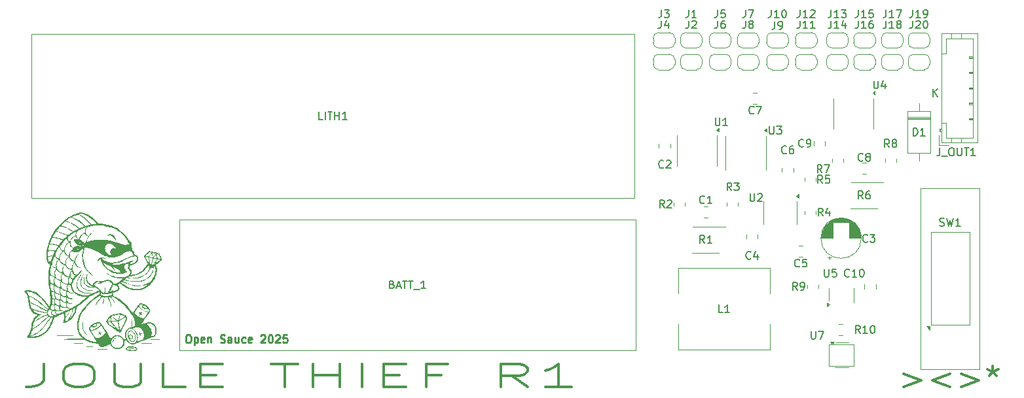
<source format=gbr>
%TF.GenerationSoftware,KiCad,Pcbnew,9.0.3*%
%TF.CreationDate,2025-08-05T15:46:53-07:00*%
%TF.ProjectId,Joule Thief,4a6f756c-6520-4546-9869-65662e6b6963,R1*%
%TF.SameCoordinates,Original*%
%TF.FileFunction,Legend,Top*%
%TF.FilePolarity,Positive*%
%FSLAX46Y46*%
G04 Gerber Fmt 4.6, Leading zero omitted, Abs format (unit mm)*
G04 Created by KiCad (PCBNEW 9.0.3) date 2025-08-05 15:46:53*
%MOMM*%
%LPD*%
G01*
G04 APERTURE LIST*
%ADD10C,0.375000*%
%ADD11C,0.250000*%
%ADD12C,0.160000*%
%ADD13C,0.120000*%
%ADD14C,0.100000*%
%ADD15C,0.000000*%
G04 APERTURE END LIST*
D10*
X43589567Y-81113357D02*
X43589567Y-83256214D01*
X43589567Y-83256214D02*
X43303852Y-83684785D01*
X43303852Y-83684785D02*
X42732424Y-83970500D01*
X42732424Y-83970500D02*
X41875281Y-84113357D01*
X41875281Y-84113357D02*
X41303852Y-84113357D01*
X47589567Y-81113357D02*
X48732424Y-81113357D01*
X48732424Y-81113357D02*
X49303853Y-81256214D01*
X49303853Y-81256214D02*
X49875281Y-81541928D01*
X49875281Y-81541928D02*
X50160996Y-82113357D01*
X50160996Y-82113357D02*
X50160996Y-83113357D01*
X50160996Y-83113357D02*
X49875281Y-83684785D01*
X49875281Y-83684785D02*
X49303853Y-83970500D01*
X49303853Y-83970500D02*
X48732424Y-84113357D01*
X48732424Y-84113357D02*
X47589567Y-84113357D01*
X47589567Y-84113357D02*
X47018139Y-83970500D01*
X47018139Y-83970500D02*
X46446710Y-83684785D01*
X46446710Y-83684785D02*
X46160996Y-83113357D01*
X46160996Y-83113357D02*
X46160996Y-82113357D01*
X46160996Y-82113357D02*
X46446710Y-81541928D01*
X46446710Y-81541928D02*
X47018139Y-81256214D01*
X47018139Y-81256214D02*
X47589567Y-81113357D01*
X52732424Y-81113357D02*
X52732424Y-83541928D01*
X52732424Y-83541928D02*
X53018138Y-83827642D01*
X53018138Y-83827642D02*
X53303853Y-83970500D01*
X53303853Y-83970500D02*
X53875281Y-84113357D01*
X53875281Y-84113357D02*
X55018138Y-84113357D01*
X55018138Y-84113357D02*
X55589567Y-83970500D01*
X55589567Y-83970500D02*
X55875281Y-83827642D01*
X55875281Y-83827642D02*
X56160995Y-83541928D01*
X56160995Y-83541928D02*
X56160995Y-81113357D01*
X61875281Y-84113357D02*
X59018138Y-84113357D01*
X59018138Y-84113357D02*
X59018138Y-81113357D01*
X63875281Y-82541928D02*
X65875281Y-82541928D01*
X66732424Y-84113357D02*
X63875281Y-84113357D01*
X63875281Y-84113357D02*
X63875281Y-81113357D01*
X63875281Y-81113357D02*
X66732424Y-81113357D01*
X73018138Y-81113357D02*
X76446710Y-81113357D01*
X74732424Y-84113357D02*
X74732424Y-81113357D01*
X78446710Y-84113357D02*
X78446710Y-81113357D01*
X78446710Y-82541928D02*
X81875281Y-82541928D01*
X81875281Y-84113357D02*
X81875281Y-81113357D01*
X84732424Y-84113357D02*
X84732424Y-81113357D01*
X87589567Y-82541928D02*
X89589567Y-82541928D01*
X90446710Y-84113357D02*
X87589567Y-84113357D01*
X87589567Y-84113357D02*
X87589567Y-81113357D01*
X87589567Y-81113357D02*
X90446710Y-81113357D01*
X95018138Y-82541928D02*
X93018138Y-82541928D01*
X93018138Y-84113357D02*
X93018138Y-81113357D01*
X93018138Y-81113357D02*
X95875281Y-81113357D01*
X106160995Y-84113357D02*
X104160995Y-82684785D01*
X102732424Y-84113357D02*
X102732424Y-81113357D01*
X102732424Y-81113357D02*
X105018138Y-81113357D01*
X105018138Y-81113357D02*
X105589567Y-81256214D01*
X105589567Y-81256214D02*
X105875281Y-81399071D01*
X105875281Y-81399071D02*
X106160995Y-81684785D01*
X106160995Y-81684785D02*
X106160995Y-82113357D01*
X106160995Y-82113357D02*
X105875281Y-82399071D01*
X105875281Y-82399071D02*
X105589567Y-82541928D01*
X105589567Y-82541928D02*
X105018138Y-82684785D01*
X105018138Y-82684785D02*
X102732424Y-82684785D01*
X111875281Y-84113357D02*
X108446710Y-84113357D01*
X110160995Y-84113357D02*
X110160995Y-81113357D01*
X110160995Y-81113357D02*
X109589567Y-81541928D01*
X109589567Y-81541928D02*
X109018138Y-81827642D01*
X109018138Y-81827642D02*
X108446710Y-81970500D01*
D11*
X62193044Y-77364619D02*
X62383520Y-77364619D01*
X62383520Y-77364619D02*
X62478758Y-77412238D01*
X62478758Y-77412238D02*
X62573996Y-77507476D01*
X62573996Y-77507476D02*
X62621615Y-77697952D01*
X62621615Y-77697952D02*
X62621615Y-78031285D01*
X62621615Y-78031285D02*
X62573996Y-78221761D01*
X62573996Y-78221761D02*
X62478758Y-78317000D01*
X62478758Y-78317000D02*
X62383520Y-78364619D01*
X62383520Y-78364619D02*
X62193044Y-78364619D01*
X62193044Y-78364619D02*
X62097806Y-78317000D01*
X62097806Y-78317000D02*
X62002568Y-78221761D01*
X62002568Y-78221761D02*
X61954949Y-78031285D01*
X61954949Y-78031285D02*
X61954949Y-77697952D01*
X61954949Y-77697952D02*
X62002568Y-77507476D01*
X62002568Y-77507476D02*
X62097806Y-77412238D01*
X62097806Y-77412238D02*
X62193044Y-77364619D01*
X63050187Y-77697952D02*
X63050187Y-78697952D01*
X63050187Y-77745571D02*
X63145425Y-77697952D01*
X63145425Y-77697952D02*
X63335901Y-77697952D01*
X63335901Y-77697952D02*
X63431139Y-77745571D01*
X63431139Y-77745571D02*
X63478758Y-77793190D01*
X63478758Y-77793190D02*
X63526377Y-77888428D01*
X63526377Y-77888428D02*
X63526377Y-78174142D01*
X63526377Y-78174142D02*
X63478758Y-78269380D01*
X63478758Y-78269380D02*
X63431139Y-78317000D01*
X63431139Y-78317000D02*
X63335901Y-78364619D01*
X63335901Y-78364619D02*
X63145425Y-78364619D01*
X63145425Y-78364619D02*
X63050187Y-78317000D01*
X64335901Y-78317000D02*
X64240663Y-78364619D01*
X64240663Y-78364619D02*
X64050187Y-78364619D01*
X64050187Y-78364619D02*
X63954949Y-78317000D01*
X63954949Y-78317000D02*
X63907330Y-78221761D01*
X63907330Y-78221761D02*
X63907330Y-77840809D01*
X63907330Y-77840809D02*
X63954949Y-77745571D01*
X63954949Y-77745571D02*
X64050187Y-77697952D01*
X64050187Y-77697952D02*
X64240663Y-77697952D01*
X64240663Y-77697952D02*
X64335901Y-77745571D01*
X64335901Y-77745571D02*
X64383520Y-77840809D01*
X64383520Y-77840809D02*
X64383520Y-77936047D01*
X64383520Y-77936047D02*
X63907330Y-78031285D01*
X64812092Y-77697952D02*
X64812092Y-78364619D01*
X64812092Y-77793190D02*
X64859711Y-77745571D01*
X64859711Y-77745571D02*
X64954949Y-77697952D01*
X64954949Y-77697952D02*
X65097806Y-77697952D01*
X65097806Y-77697952D02*
X65193044Y-77745571D01*
X65193044Y-77745571D02*
X65240663Y-77840809D01*
X65240663Y-77840809D02*
X65240663Y-78364619D01*
X66431140Y-78317000D02*
X66573997Y-78364619D01*
X66573997Y-78364619D02*
X66812092Y-78364619D01*
X66812092Y-78364619D02*
X66907330Y-78317000D01*
X66907330Y-78317000D02*
X66954949Y-78269380D01*
X66954949Y-78269380D02*
X67002568Y-78174142D01*
X67002568Y-78174142D02*
X67002568Y-78078904D01*
X67002568Y-78078904D02*
X66954949Y-77983666D01*
X66954949Y-77983666D02*
X66907330Y-77936047D01*
X66907330Y-77936047D02*
X66812092Y-77888428D01*
X66812092Y-77888428D02*
X66621616Y-77840809D01*
X66621616Y-77840809D02*
X66526378Y-77793190D01*
X66526378Y-77793190D02*
X66478759Y-77745571D01*
X66478759Y-77745571D02*
X66431140Y-77650333D01*
X66431140Y-77650333D02*
X66431140Y-77555095D01*
X66431140Y-77555095D02*
X66478759Y-77459857D01*
X66478759Y-77459857D02*
X66526378Y-77412238D01*
X66526378Y-77412238D02*
X66621616Y-77364619D01*
X66621616Y-77364619D02*
X66859711Y-77364619D01*
X66859711Y-77364619D02*
X67002568Y-77412238D01*
X67859711Y-78364619D02*
X67859711Y-77840809D01*
X67859711Y-77840809D02*
X67812092Y-77745571D01*
X67812092Y-77745571D02*
X67716854Y-77697952D01*
X67716854Y-77697952D02*
X67526378Y-77697952D01*
X67526378Y-77697952D02*
X67431140Y-77745571D01*
X67859711Y-78317000D02*
X67764473Y-78364619D01*
X67764473Y-78364619D02*
X67526378Y-78364619D01*
X67526378Y-78364619D02*
X67431140Y-78317000D01*
X67431140Y-78317000D02*
X67383521Y-78221761D01*
X67383521Y-78221761D02*
X67383521Y-78126523D01*
X67383521Y-78126523D02*
X67431140Y-78031285D01*
X67431140Y-78031285D02*
X67526378Y-77983666D01*
X67526378Y-77983666D02*
X67764473Y-77983666D01*
X67764473Y-77983666D02*
X67859711Y-77936047D01*
X68764473Y-77697952D02*
X68764473Y-78364619D01*
X68335902Y-77697952D02*
X68335902Y-78221761D01*
X68335902Y-78221761D02*
X68383521Y-78317000D01*
X68383521Y-78317000D02*
X68478759Y-78364619D01*
X68478759Y-78364619D02*
X68621616Y-78364619D01*
X68621616Y-78364619D02*
X68716854Y-78317000D01*
X68716854Y-78317000D02*
X68764473Y-78269380D01*
X69669235Y-78317000D02*
X69573997Y-78364619D01*
X69573997Y-78364619D02*
X69383521Y-78364619D01*
X69383521Y-78364619D02*
X69288283Y-78317000D01*
X69288283Y-78317000D02*
X69240664Y-78269380D01*
X69240664Y-78269380D02*
X69193045Y-78174142D01*
X69193045Y-78174142D02*
X69193045Y-77888428D01*
X69193045Y-77888428D02*
X69240664Y-77793190D01*
X69240664Y-77793190D02*
X69288283Y-77745571D01*
X69288283Y-77745571D02*
X69383521Y-77697952D01*
X69383521Y-77697952D02*
X69573997Y-77697952D01*
X69573997Y-77697952D02*
X69669235Y-77745571D01*
X70478759Y-78317000D02*
X70383521Y-78364619D01*
X70383521Y-78364619D02*
X70193045Y-78364619D01*
X70193045Y-78364619D02*
X70097807Y-78317000D01*
X70097807Y-78317000D02*
X70050188Y-78221761D01*
X70050188Y-78221761D02*
X70050188Y-77840809D01*
X70050188Y-77840809D02*
X70097807Y-77745571D01*
X70097807Y-77745571D02*
X70193045Y-77697952D01*
X70193045Y-77697952D02*
X70383521Y-77697952D01*
X70383521Y-77697952D02*
X70478759Y-77745571D01*
X70478759Y-77745571D02*
X70526378Y-77840809D01*
X70526378Y-77840809D02*
X70526378Y-77936047D01*
X70526378Y-77936047D02*
X70050188Y-78031285D01*
X71669236Y-77459857D02*
X71716855Y-77412238D01*
X71716855Y-77412238D02*
X71812093Y-77364619D01*
X71812093Y-77364619D02*
X72050188Y-77364619D01*
X72050188Y-77364619D02*
X72145426Y-77412238D01*
X72145426Y-77412238D02*
X72193045Y-77459857D01*
X72193045Y-77459857D02*
X72240664Y-77555095D01*
X72240664Y-77555095D02*
X72240664Y-77650333D01*
X72240664Y-77650333D02*
X72193045Y-77793190D01*
X72193045Y-77793190D02*
X71621617Y-78364619D01*
X71621617Y-78364619D02*
X72240664Y-78364619D01*
X72859712Y-77364619D02*
X72954950Y-77364619D01*
X72954950Y-77364619D02*
X73050188Y-77412238D01*
X73050188Y-77412238D02*
X73097807Y-77459857D01*
X73097807Y-77459857D02*
X73145426Y-77555095D01*
X73145426Y-77555095D02*
X73193045Y-77745571D01*
X73193045Y-77745571D02*
X73193045Y-77983666D01*
X73193045Y-77983666D02*
X73145426Y-78174142D01*
X73145426Y-78174142D02*
X73097807Y-78269380D01*
X73097807Y-78269380D02*
X73050188Y-78317000D01*
X73050188Y-78317000D02*
X72954950Y-78364619D01*
X72954950Y-78364619D02*
X72859712Y-78364619D01*
X72859712Y-78364619D02*
X72764474Y-78317000D01*
X72764474Y-78317000D02*
X72716855Y-78269380D01*
X72716855Y-78269380D02*
X72669236Y-78174142D01*
X72669236Y-78174142D02*
X72621617Y-77983666D01*
X72621617Y-77983666D02*
X72621617Y-77745571D01*
X72621617Y-77745571D02*
X72669236Y-77555095D01*
X72669236Y-77555095D02*
X72716855Y-77459857D01*
X72716855Y-77459857D02*
X72764474Y-77412238D01*
X72764474Y-77412238D02*
X72859712Y-77364619D01*
X73573998Y-77459857D02*
X73621617Y-77412238D01*
X73621617Y-77412238D02*
X73716855Y-77364619D01*
X73716855Y-77364619D02*
X73954950Y-77364619D01*
X73954950Y-77364619D02*
X74050188Y-77412238D01*
X74050188Y-77412238D02*
X74097807Y-77459857D01*
X74097807Y-77459857D02*
X74145426Y-77555095D01*
X74145426Y-77555095D02*
X74145426Y-77650333D01*
X74145426Y-77650333D02*
X74097807Y-77793190D01*
X74097807Y-77793190D02*
X73526379Y-78364619D01*
X73526379Y-78364619D02*
X74145426Y-78364619D01*
X75050188Y-77364619D02*
X74573998Y-77364619D01*
X74573998Y-77364619D02*
X74526379Y-77840809D01*
X74526379Y-77840809D02*
X74573998Y-77793190D01*
X74573998Y-77793190D02*
X74669236Y-77745571D01*
X74669236Y-77745571D02*
X74907331Y-77745571D01*
X74907331Y-77745571D02*
X75002569Y-77793190D01*
X75002569Y-77793190D02*
X75050188Y-77840809D01*
X75050188Y-77840809D02*
X75097807Y-77936047D01*
X75097807Y-77936047D02*
X75097807Y-78174142D01*
X75097807Y-78174142D02*
X75050188Y-78269380D01*
X75050188Y-78269380D02*
X75002569Y-78317000D01*
X75002569Y-78317000D02*
X74907331Y-78364619D01*
X74907331Y-78364619D02*
X74669236Y-78364619D01*
X74669236Y-78364619D02*
X74573998Y-78317000D01*
X74573998Y-78317000D02*
X74526379Y-78269380D01*
D10*
X154760995Y-82413357D02*
X157046710Y-83270500D01*
X157046710Y-83270500D02*
X154760995Y-84127642D01*
X160760996Y-82413357D02*
X158475281Y-83270500D01*
X158475281Y-83270500D02*
X160760996Y-84127642D01*
X162189567Y-82413357D02*
X164475282Y-83270500D01*
X164475282Y-83270500D02*
X162189567Y-84127642D01*
X166332425Y-81413357D02*
X166332425Y-82127642D01*
X165618139Y-81841928D02*
X166332425Y-82127642D01*
X166332425Y-82127642D02*
X167046710Y-81841928D01*
X165903853Y-82699071D02*
X166332425Y-82127642D01*
X166332425Y-82127642D02*
X166760996Y-82699071D01*
D12*
X142838095Y-76899648D02*
X142838095Y-77709171D01*
X142838095Y-77709171D02*
X142885714Y-77804409D01*
X142885714Y-77804409D02*
X142933333Y-77852029D01*
X142933333Y-77852029D02*
X143028571Y-77899648D01*
X143028571Y-77899648D02*
X143219047Y-77899648D01*
X143219047Y-77899648D02*
X143314285Y-77852029D01*
X143314285Y-77852029D02*
X143361904Y-77804409D01*
X143361904Y-77804409D02*
X143409523Y-77709171D01*
X143409523Y-77709171D02*
X143409523Y-76899648D01*
X143790476Y-76899648D02*
X144457142Y-76899648D01*
X144457142Y-76899648D02*
X144028571Y-77899648D01*
X159466667Y-63206680D02*
X159609524Y-63254299D01*
X159609524Y-63254299D02*
X159847619Y-63254299D01*
X159847619Y-63254299D02*
X159942857Y-63206680D01*
X159942857Y-63206680D02*
X159990476Y-63159060D01*
X159990476Y-63159060D02*
X160038095Y-63063822D01*
X160038095Y-63063822D02*
X160038095Y-62968584D01*
X160038095Y-62968584D02*
X159990476Y-62873346D01*
X159990476Y-62873346D02*
X159942857Y-62825727D01*
X159942857Y-62825727D02*
X159847619Y-62778108D01*
X159847619Y-62778108D02*
X159657143Y-62730489D01*
X159657143Y-62730489D02*
X159561905Y-62682870D01*
X159561905Y-62682870D02*
X159514286Y-62635251D01*
X159514286Y-62635251D02*
X159466667Y-62540013D01*
X159466667Y-62540013D02*
X159466667Y-62444775D01*
X159466667Y-62444775D02*
X159514286Y-62349537D01*
X159514286Y-62349537D02*
X159561905Y-62301918D01*
X159561905Y-62301918D02*
X159657143Y-62254299D01*
X159657143Y-62254299D02*
X159895238Y-62254299D01*
X159895238Y-62254299D02*
X160038095Y-62301918D01*
X160371429Y-62254299D02*
X160609524Y-63254299D01*
X160609524Y-63254299D02*
X160800000Y-62540013D01*
X160800000Y-62540013D02*
X160990476Y-63254299D01*
X160990476Y-63254299D02*
X161228572Y-62254299D01*
X162133333Y-63254299D02*
X161561905Y-63254299D01*
X161847619Y-63254299D02*
X161847619Y-62254299D01*
X161847619Y-62254299D02*
X161752381Y-62397156D01*
X161752381Y-62397156D02*
X161657143Y-62492394D01*
X161657143Y-62492394D02*
X161561905Y-62540013D01*
X149522913Y-59744299D02*
X149189580Y-59268108D01*
X148951485Y-59744299D02*
X148951485Y-58744299D01*
X148951485Y-58744299D02*
X149332437Y-58744299D01*
X149332437Y-58744299D02*
X149427675Y-58791918D01*
X149427675Y-58791918D02*
X149475294Y-58839537D01*
X149475294Y-58839537D02*
X149522913Y-58934775D01*
X149522913Y-58934775D02*
X149522913Y-59077632D01*
X149522913Y-59077632D02*
X149475294Y-59172870D01*
X149475294Y-59172870D02*
X149427675Y-59220489D01*
X149427675Y-59220489D02*
X149332437Y-59268108D01*
X149332437Y-59268108D02*
X148951485Y-59268108D01*
X150380056Y-58744299D02*
X150189580Y-58744299D01*
X150189580Y-58744299D02*
X150094342Y-58791918D01*
X150094342Y-58791918D02*
X150046723Y-58839537D01*
X150046723Y-58839537D02*
X149951485Y-58982394D01*
X149951485Y-58982394D02*
X149903866Y-59172870D01*
X149903866Y-59172870D02*
X149903866Y-59553822D01*
X149903866Y-59553822D02*
X149951485Y-59649060D01*
X149951485Y-59649060D02*
X149999104Y-59696680D01*
X149999104Y-59696680D02*
X150094342Y-59744299D01*
X150094342Y-59744299D02*
X150284818Y-59744299D01*
X150284818Y-59744299D02*
X150380056Y-59696680D01*
X150380056Y-59696680D02*
X150427675Y-59649060D01*
X150427675Y-59649060D02*
X150475294Y-59553822D01*
X150475294Y-59553822D02*
X150475294Y-59315727D01*
X150475294Y-59315727D02*
X150427675Y-59220489D01*
X150427675Y-59220489D02*
X150380056Y-59172870D01*
X150380056Y-59172870D02*
X150284818Y-59125251D01*
X150284818Y-59125251D02*
X150094342Y-59125251D01*
X150094342Y-59125251D02*
X149999104Y-59172870D01*
X149999104Y-59172870D02*
X149951485Y-59220489D01*
X149951485Y-59220489D02*
X149903866Y-59315727D01*
X129043159Y-65479299D02*
X128709826Y-65003108D01*
X128471731Y-65479299D02*
X128471731Y-64479299D01*
X128471731Y-64479299D02*
X128852683Y-64479299D01*
X128852683Y-64479299D02*
X128947921Y-64526918D01*
X128947921Y-64526918D02*
X128995540Y-64574537D01*
X128995540Y-64574537D02*
X129043159Y-64669775D01*
X129043159Y-64669775D02*
X129043159Y-64812632D01*
X129043159Y-64812632D02*
X128995540Y-64907870D01*
X128995540Y-64907870D02*
X128947921Y-64955489D01*
X128947921Y-64955489D02*
X128852683Y-65003108D01*
X128852683Y-65003108D02*
X128471731Y-65003108D01*
X129995540Y-65479299D02*
X129424112Y-65479299D01*
X129709826Y-65479299D02*
X129709826Y-64479299D01*
X129709826Y-64479299D02*
X129614588Y-64622156D01*
X129614588Y-64622156D02*
X129519350Y-64717394D01*
X129519350Y-64717394D02*
X129424112Y-64765013D01*
X79660302Y-49454299D02*
X79184112Y-49454299D01*
X79184112Y-49454299D02*
X79184112Y-48454299D01*
X79993636Y-49454299D02*
X79993636Y-48454299D01*
X80326969Y-48454299D02*
X80898397Y-48454299D01*
X80612683Y-49454299D02*
X80612683Y-48454299D01*
X81231731Y-49454299D02*
X81231731Y-48454299D01*
X81231731Y-48930489D02*
X81803159Y-48930489D01*
X81803159Y-49454299D02*
X81803159Y-48454299D01*
X82803159Y-49454299D02*
X82231731Y-49454299D01*
X82517445Y-49454299D02*
X82517445Y-48454299D01*
X82517445Y-48454299D02*
X82422207Y-48597156D01*
X82422207Y-48597156D02*
X82326969Y-48692394D01*
X82326969Y-48692394D02*
X82231731Y-48740013D01*
X131403159Y-74454299D02*
X130926969Y-74454299D01*
X130926969Y-74454299D02*
X130926969Y-73454299D01*
X132260302Y-74454299D02*
X131688874Y-74454299D01*
X131974588Y-74454299D02*
X131974588Y-73454299D01*
X131974588Y-73454299D02*
X131879350Y-73597156D01*
X131879350Y-73597156D02*
X131784112Y-73692394D01*
X131784112Y-73692394D02*
X131688874Y-73740013D01*
X88633635Y-70830489D02*
X88776492Y-70878108D01*
X88776492Y-70878108D02*
X88824111Y-70925727D01*
X88824111Y-70925727D02*
X88871730Y-71020965D01*
X88871730Y-71020965D02*
X88871730Y-71163822D01*
X88871730Y-71163822D02*
X88824111Y-71259060D01*
X88824111Y-71259060D02*
X88776492Y-71306680D01*
X88776492Y-71306680D02*
X88681254Y-71354299D01*
X88681254Y-71354299D02*
X88300302Y-71354299D01*
X88300302Y-71354299D02*
X88300302Y-70354299D01*
X88300302Y-70354299D02*
X88633635Y-70354299D01*
X88633635Y-70354299D02*
X88728873Y-70401918D01*
X88728873Y-70401918D02*
X88776492Y-70449537D01*
X88776492Y-70449537D02*
X88824111Y-70544775D01*
X88824111Y-70544775D02*
X88824111Y-70640013D01*
X88824111Y-70640013D02*
X88776492Y-70735251D01*
X88776492Y-70735251D02*
X88728873Y-70782870D01*
X88728873Y-70782870D02*
X88633635Y-70830489D01*
X88633635Y-70830489D02*
X88300302Y-70830489D01*
X89252683Y-71068584D02*
X89728873Y-71068584D01*
X89157445Y-71354299D02*
X89490778Y-70354299D01*
X89490778Y-70354299D02*
X89824111Y-71354299D01*
X90014588Y-70354299D02*
X90586016Y-70354299D01*
X90300302Y-71354299D02*
X90300302Y-70354299D01*
X90776493Y-70354299D02*
X91347921Y-70354299D01*
X91062207Y-71354299D02*
X91062207Y-70354299D01*
X91443160Y-71449537D02*
X92205064Y-71449537D01*
X92966969Y-71354299D02*
X92395541Y-71354299D01*
X92681255Y-71354299D02*
X92681255Y-70354299D01*
X92681255Y-70354299D02*
X92586017Y-70497156D01*
X92586017Y-70497156D02*
X92490779Y-70592394D01*
X92490779Y-70592394D02*
X92395541Y-70640013D01*
X144233333Y-56354299D02*
X143900000Y-55878108D01*
X143661905Y-56354299D02*
X143661905Y-55354299D01*
X143661905Y-55354299D02*
X144042857Y-55354299D01*
X144042857Y-55354299D02*
X144138095Y-55401918D01*
X144138095Y-55401918D02*
X144185714Y-55449537D01*
X144185714Y-55449537D02*
X144233333Y-55544775D01*
X144233333Y-55544775D02*
X144233333Y-55687632D01*
X144233333Y-55687632D02*
X144185714Y-55782870D01*
X144185714Y-55782870D02*
X144138095Y-55830489D01*
X144138095Y-55830489D02*
X144042857Y-55878108D01*
X144042857Y-55878108D02*
X143661905Y-55878108D01*
X144566667Y-55354299D02*
X145233333Y-55354299D01*
X145233333Y-55354299D02*
X144804762Y-56354299D01*
X137438095Y-50354299D02*
X137438095Y-51163822D01*
X137438095Y-51163822D02*
X137485714Y-51259060D01*
X137485714Y-51259060D02*
X137533333Y-51306680D01*
X137533333Y-51306680D02*
X137628571Y-51354299D01*
X137628571Y-51354299D02*
X137819047Y-51354299D01*
X137819047Y-51354299D02*
X137914285Y-51306680D01*
X137914285Y-51306680D02*
X137961904Y-51259060D01*
X137961904Y-51259060D02*
X138009523Y-51163822D01*
X138009523Y-51163822D02*
X138009523Y-50354299D01*
X138390476Y-50354299D02*
X139009523Y-50354299D01*
X139009523Y-50354299D02*
X138676190Y-50735251D01*
X138676190Y-50735251D02*
X138819047Y-50735251D01*
X138819047Y-50735251D02*
X138914285Y-50782870D01*
X138914285Y-50782870D02*
X138961904Y-50830489D01*
X138961904Y-50830489D02*
X139009523Y-50925727D01*
X139009523Y-50925727D02*
X139009523Y-51163822D01*
X139009523Y-51163822D02*
X138961904Y-51259060D01*
X138961904Y-51259060D02*
X138914285Y-51306680D01*
X138914285Y-51306680D02*
X138819047Y-51354299D01*
X138819047Y-51354299D02*
X138533333Y-51354299D01*
X138533333Y-51354299D02*
X138438095Y-51306680D01*
X138438095Y-51306680D02*
X138390476Y-51259060D01*
X134938095Y-59054299D02*
X134938095Y-59863822D01*
X134938095Y-59863822D02*
X134985714Y-59959060D01*
X134985714Y-59959060D02*
X135033333Y-60006680D01*
X135033333Y-60006680D02*
X135128571Y-60054299D01*
X135128571Y-60054299D02*
X135319047Y-60054299D01*
X135319047Y-60054299D02*
X135414285Y-60006680D01*
X135414285Y-60006680D02*
X135461904Y-59959060D01*
X135461904Y-59959060D02*
X135509523Y-59863822D01*
X135509523Y-59863822D02*
X135509523Y-59054299D01*
X135938095Y-59149537D02*
X135985714Y-59101918D01*
X135985714Y-59101918D02*
X136080952Y-59054299D01*
X136080952Y-59054299D02*
X136319047Y-59054299D01*
X136319047Y-59054299D02*
X136414285Y-59101918D01*
X136414285Y-59101918D02*
X136461904Y-59149537D01*
X136461904Y-59149537D02*
X136509523Y-59244775D01*
X136509523Y-59244775D02*
X136509523Y-59340013D01*
X136509523Y-59340013D02*
X136461904Y-59482870D01*
X136461904Y-59482870D02*
X135890476Y-60054299D01*
X135890476Y-60054299D02*
X136509523Y-60054299D01*
X137660302Y-35254299D02*
X137660302Y-35968584D01*
X137660302Y-35968584D02*
X137612683Y-36111441D01*
X137612683Y-36111441D02*
X137517445Y-36206680D01*
X137517445Y-36206680D02*
X137374588Y-36254299D01*
X137374588Y-36254299D02*
X137279350Y-36254299D01*
X138660302Y-36254299D02*
X138088874Y-36254299D01*
X138374588Y-36254299D02*
X138374588Y-35254299D01*
X138374588Y-35254299D02*
X138279350Y-35397156D01*
X138279350Y-35397156D02*
X138184112Y-35492394D01*
X138184112Y-35492394D02*
X138088874Y-35540013D01*
X139279350Y-35254299D02*
X139374588Y-35254299D01*
X139374588Y-35254299D02*
X139469826Y-35301918D01*
X139469826Y-35301918D02*
X139517445Y-35349537D01*
X139517445Y-35349537D02*
X139565064Y-35444775D01*
X139565064Y-35444775D02*
X139612683Y-35635251D01*
X139612683Y-35635251D02*
X139612683Y-35873346D01*
X139612683Y-35873346D02*
X139565064Y-36063822D01*
X139565064Y-36063822D02*
X139517445Y-36159060D01*
X139517445Y-36159060D02*
X139469826Y-36206680D01*
X139469826Y-36206680D02*
X139374588Y-36254299D01*
X139374588Y-36254299D02*
X139279350Y-36254299D01*
X139279350Y-36254299D02*
X139184112Y-36206680D01*
X139184112Y-36206680D02*
X139136493Y-36159060D01*
X139136493Y-36159060D02*
X139088874Y-36063822D01*
X139088874Y-36063822D02*
X139041255Y-35873346D01*
X139041255Y-35873346D02*
X139041255Y-35635251D01*
X139041255Y-35635251D02*
X139088874Y-35444775D01*
X139088874Y-35444775D02*
X139136493Y-35349537D01*
X139136493Y-35349537D02*
X139184112Y-35301918D01*
X139184112Y-35301918D02*
X139279350Y-35254299D01*
X130727376Y-35254299D02*
X130727376Y-35968584D01*
X130727376Y-35968584D02*
X130679757Y-36111441D01*
X130679757Y-36111441D02*
X130584519Y-36206680D01*
X130584519Y-36206680D02*
X130441662Y-36254299D01*
X130441662Y-36254299D02*
X130346424Y-36254299D01*
X131679757Y-35254299D02*
X131203567Y-35254299D01*
X131203567Y-35254299D02*
X131155948Y-35730489D01*
X131155948Y-35730489D02*
X131203567Y-35682870D01*
X131203567Y-35682870D02*
X131298805Y-35635251D01*
X131298805Y-35635251D02*
X131536900Y-35635251D01*
X131536900Y-35635251D02*
X131632138Y-35682870D01*
X131632138Y-35682870D02*
X131679757Y-35730489D01*
X131679757Y-35730489D02*
X131727376Y-35825727D01*
X131727376Y-35825727D02*
X131727376Y-36063822D01*
X131727376Y-36063822D02*
X131679757Y-36159060D01*
X131679757Y-36159060D02*
X131632138Y-36206680D01*
X131632138Y-36206680D02*
X131536900Y-36254299D01*
X131536900Y-36254299D02*
X131298805Y-36254299D01*
X131298805Y-36254299D02*
X131203567Y-36206680D01*
X131203567Y-36206680D02*
X131155948Y-36159060D01*
X141033333Y-71564648D02*
X140700000Y-71088457D01*
X140461905Y-71564648D02*
X140461905Y-70564648D01*
X140461905Y-70564648D02*
X140842857Y-70564648D01*
X140842857Y-70564648D02*
X140938095Y-70612267D01*
X140938095Y-70612267D02*
X140985714Y-70659886D01*
X140985714Y-70659886D02*
X141033333Y-70755124D01*
X141033333Y-70755124D02*
X141033333Y-70897981D01*
X141033333Y-70897981D02*
X140985714Y-70993219D01*
X140985714Y-70993219D02*
X140938095Y-71040838D01*
X140938095Y-71040838D02*
X140842857Y-71088457D01*
X140842857Y-71088457D02*
X140461905Y-71088457D01*
X141509524Y-71564648D02*
X141700000Y-71564648D01*
X141700000Y-71564648D02*
X141795238Y-71517029D01*
X141795238Y-71517029D02*
X141842857Y-71469409D01*
X141842857Y-71469409D02*
X141938095Y-71326552D01*
X141938095Y-71326552D02*
X141985714Y-71136076D01*
X141985714Y-71136076D02*
X141985714Y-70755124D01*
X141985714Y-70755124D02*
X141938095Y-70659886D01*
X141938095Y-70659886D02*
X141890476Y-70612267D01*
X141890476Y-70612267D02*
X141795238Y-70564648D01*
X141795238Y-70564648D02*
X141604762Y-70564648D01*
X141604762Y-70564648D02*
X141509524Y-70612267D01*
X141509524Y-70612267D02*
X141461905Y-70659886D01*
X141461905Y-70659886D02*
X141414286Y-70755124D01*
X141414286Y-70755124D02*
X141414286Y-70993219D01*
X141414286Y-70993219D02*
X141461905Y-71088457D01*
X141461905Y-71088457D02*
X141509524Y-71136076D01*
X141509524Y-71136076D02*
X141604762Y-71183695D01*
X141604762Y-71183695D02*
X141795238Y-71183695D01*
X141795238Y-71183695D02*
X141890476Y-71136076D01*
X141890476Y-71136076D02*
X141938095Y-71088457D01*
X141938095Y-71088457D02*
X141985714Y-70993219D01*
X144333333Y-61954299D02*
X144000000Y-61478108D01*
X143761905Y-61954299D02*
X143761905Y-60954299D01*
X143761905Y-60954299D02*
X144142857Y-60954299D01*
X144142857Y-60954299D02*
X144238095Y-61001918D01*
X144238095Y-61001918D02*
X144285714Y-61049537D01*
X144285714Y-61049537D02*
X144333333Y-61144775D01*
X144333333Y-61144775D02*
X144333333Y-61287632D01*
X144333333Y-61287632D02*
X144285714Y-61382870D01*
X144285714Y-61382870D02*
X144238095Y-61430489D01*
X144238095Y-61430489D02*
X144142857Y-61478108D01*
X144142857Y-61478108D02*
X143761905Y-61478108D01*
X145190476Y-61287632D02*
X145190476Y-61954299D01*
X144952381Y-60906680D02*
X144714286Y-61620965D01*
X144714286Y-61620965D02*
X145333333Y-61620965D01*
X145410302Y-35254299D02*
X145410302Y-35968584D01*
X145410302Y-35968584D02*
X145362683Y-36111441D01*
X145362683Y-36111441D02*
X145267445Y-36206680D01*
X145267445Y-36206680D02*
X145124588Y-36254299D01*
X145124588Y-36254299D02*
X145029350Y-36254299D01*
X146410302Y-36254299D02*
X145838874Y-36254299D01*
X146124588Y-36254299D02*
X146124588Y-35254299D01*
X146124588Y-35254299D02*
X146029350Y-35397156D01*
X146029350Y-35397156D02*
X145934112Y-35492394D01*
X145934112Y-35492394D02*
X145838874Y-35540013D01*
X146743636Y-35254299D02*
X147362683Y-35254299D01*
X147362683Y-35254299D02*
X147029350Y-35635251D01*
X147029350Y-35635251D02*
X147172207Y-35635251D01*
X147172207Y-35635251D02*
X147267445Y-35682870D01*
X147267445Y-35682870D02*
X147315064Y-35730489D01*
X147315064Y-35730489D02*
X147362683Y-35825727D01*
X147362683Y-35825727D02*
X147362683Y-36063822D01*
X147362683Y-36063822D02*
X147315064Y-36159060D01*
X147315064Y-36159060D02*
X147267445Y-36206680D01*
X147267445Y-36206680D02*
X147172207Y-36254299D01*
X147172207Y-36254299D02*
X146886493Y-36254299D01*
X146886493Y-36254299D02*
X146791255Y-36206680D01*
X146791255Y-36206680D02*
X146743636Y-36159060D01*
X150938095Y-44454299D02*
X150938095Y-45263822D01*
X150938095Y-45263822D02*
X150985714Y-45359060D01*
X150985714Y-45359060D02*
X151033333Y-45406680D01*
X151033333Y-45406680D02*
X151128571Y-45454299D01*
X151128571Y-45454299D02*
X151319047Y-45454299D01*
X151319047Y-45454299D02*
X151414285Y-45406680D01*
X151414285Y-45406680D02*
X151461904Y-45359060D01*
X151461904Y-45359060D02*
X151509523Y-45263822D01*
X151509523Y-45263822D02*
X151509523Y-44454299D01*
X152414285Y-44787632D02*
X152414285Y-45454299D01*
X152176190Y-44406680D02*
X151938095Y-45120965D01*
X151938095Y-45120965D02*
X152557142Y-45120965D01*
X130727376Y-36654299D02*
X130727376Y-37368584D01*
X130727376Y-37368584D02*
X130679757Y-37511441D01*
X130679757Y-37511441D02*
X130584519Y-37606680D01*
X130584519Y-37606680D02*
X130441662Y-37654299D01*
X130441662Y-37654299D02*
X130346424Y-37654299D01*
X131632138Y-36654299D02*
X131441662Y-36654299D01*
X131441662Y-36654299D02*
X131346424Y-36701918D01*
X131346424Y-36701918D02*
X131298805Y-36749537D01*
X131298805Y-36749537D02*
X131203567Y-36892394D01*
X131203567Y-36892394D02*
X131155948Y-37082870D01*
X131155948Y-37082870D02*
X131155948Y-37463822D01*
X131155948Y-37463822D02*
X131203567Y-37559060D01*
X131203567Y-37559060D02*
X131251186Y-37606680D01*
X131251186Y-37606680D02*
X131346424Y-37654299D01*
X131346424Y-37654299D02*
X131536900Y-37654299D01*
X131536900Y-37654299D02*
X131632138Y-37606680D01*
X131632138Y-37606680D02*
X131679757Y-37559060D01*
X131679757Y-37559060D02*
X131727376Y-37463822D01*
X131727376Y-37463822D02*
X131727376Y-37225727D01*
X131727376Y-37225727D02*
X131679757Y-37130489D01*
X131679757Y-37130489D02*
X131632138Y-37082870D01*
X131632138Y-37082870D02*
X131536900Y-37035251D01*
X131536900Y-37035251D02*
X131346424Y-37035251D01*
X131346424Y-37035251D02*
X131251186Y-37082870D01*
X131251186Y-37082870D02*
X131203567Y-37130489D01*
X131203567Y-37130489D02*
X131155948Y-37225727D01*
X141333333Y-68459060D02*
X141285714Y-68506680D01*
X141285714Y-68506680D02*
X141142857Y-68554299D01*
X141142857Y-68554299D02*
X141047619Y-68554299D01*
X141047619Y-68554299D02*
X140904762Y-68506680D01*
X140904762Y-68506680D02*
X140809524Y-68411441D01*
X140809524Y-68411441D02*
X140761905Y-68316203D01*
X140761905Y-68316203D02*
X140714286Y-68125727D01*
X140714286Y-68125727D02*
X140714286Y-67982870D01*
X140714286Y-67982870D02*
X140761905Y-67792394D01*
X140761905Y-67792394D02*
X140809524Y-67697156D01*
X140809524Y-67697156D02*
X140904762Y-67601918D01*
X140904762Y-67601918D02*
X141047619Y-67554299D01*
X141047619Y-67554299D02*
X141142857Y-67554299D01*
X141142857Y-67554299D02*
X141285714Y-67601918D01*
X141285714Y-67601918D02*
X141333333Y-67649537D01*
X142238095Y-67554299D02*
X141761905Y-67554299D01*
X141761905Y-67554299D02*
X141714286Y-68030489D01*
X141714286Y-68030489D02*
X141761905Y-67982870D01*
X141761905Y-67982870D02*
X141857143Y-67935251D01*
X141857143Y-67935251D02*
X142095238Y-67935251D01*
X142095238Y-67935251D02*
X142190476Y-67982870D01*
X142190476Y-67982870D02*
X142238095Y-68030489D01*
X142238095Y-68030489D02*
X142285714Y-68125727D01*
X142285714Y-68125727D02*
X142285714Y-68363822D01*
X142285714Y-68363822D02*
X142238095Y-68459060D01*
X142238095Y-68459060D02*
X142190476Y-68506680D01*
X142190476Y-68506680D02*
X142095238Y-68554299D01*
X142095238Y-68554299D02*
X141857143Y-68554299D01*
X141857143Y-68554299D02*
X141761905Y-68506680D01*
X141761905Y-68506680D02*
X141714286Y-68459060D01*
X147757142Y-69759060D02*
X147709523Y-69806680D01*
X147709523Y-69806680D02*
X147566666Y-69854299D01*
X147566666Y-69854299D02*
X147471428Y-69854299D01*
X147471428Y-69854299D02*
X147328571Y-69806680D01*
X147328571Y-69806680D02*
X147233333Y-69711441D01*
X147233333Y-69711441D02*
X147185714Y-69616203D01*
X147185714Y-69616203D02*
X147138095Y-69425727D01*
X147138095Y-69425727D02*
X147138095Y-69282870D01*
X147138095Y-69282870D02*
X147185714Y-69092394D01*
X147185714Y-69092394D02*
X147233333Y-68997156D01*
X147233333Y-68997156D02*
X147328571Y-68901918D01*
X147328571Y-68901918D02*
X147471428Y-68854299D01*
X147471428Y-68854299D02*
X147566666Y-68854299D01*
X147566666Y-68854299D02*
X147709523Y-68901918D01*
X147709523Y-68901918D02*
X147757142Y-68949537D01*
X148709523Y-69854299D02*
X148138095Y-69854299D01*
X148423809Y-69854299D02*
X148423809Y-68854299D01*
X148423809Y-68854299D02*
X148328571Y-68997156D01*
X148328571Y-68997156D02*
X148233333Y-69092394D01*
X148233333Y-69092394D02*
X148138095Y-69140013D01*
X149328571Y-68854299D02*
X149423809Y-68854299D01*
X149423809Y-68854299D02*
X149519047Y-68901918D01*
X149519047Y-68901918D02*
X149566666Y-68949537D01*
X149566666Y-68949537D02*
X149614285Y-69044775D01*
X149614285Y-69044775D02*
X149661904Y-69235251D01*
X149661904Y-69235251D02*
X149661904Y-69473346D01*
X149661904Y-69473346D02*
X149614285Y-69663822D01*
X149614285Y-69663822D02*
X149566666Y-69759060D01*
X149566666Y-69759060D02*
X149519047Y-69806680D01*
X149519047Y-69806680D02*
X149423809Y-69854299D01*
X149423809Y-69854299D02*
X149328571Y-69854299D01*
X149328571Y-69854299D02*
X149233333Y-69806680D01*
X149233333Y-69806680D02*
X149185714Y-69759060D01*
X149185714Y-69759060D02*
X149138095Y-69663822D01*
X149138095Y-69663822D02*
X149090476Y-69473346D01*
X149090476Y-69473346D02*
X149090476Y-69235251D01*
X149090476Y-69235251D02*
X149138095Y-69044775D01*
X149138095Y-69044775D02*
X149185714Y-68949537D01*
X149185714Y-68949537D02*
X149233333Y-68901918D01*
X149233333Y-68901918D02*
X149328571Y-68854299D01*
X148910302Y-36654299D02*
X148910302Y-37368584D01*
X148910302Y-37368584D02*
X148862683Y-37511441D01*
X148862683Y-37511441D02*
X148767445Y-37606680D01*
X148767445Y-37606680D02*
X148624588Y-37654299D01*
X148624588Y-37654299D02*
X148529350Y-37654299D01*
X149910302Y-37654299D02*
X149338874Y-37654299D01*
X149624588Y-37654299D02*
X149624588Y-36654299D01*
X149624588Y-36654299D02*
X149529350Y-36797156D01*
X149529350Y-36797156D02*
X149434112Y-36892394D01*
X149434112Y-36892394D02*
X149338874Y-36940013D01*
X150767445Y-36654299D02*
X150576969Y-36654299D01*
X150576969Y-36654299D02*
X150481731Y-36701918D01*
X150481731Y-36701918D02*
X150434112Y-36749537D01*
X150434112Y-36749537D02*
X150338874Y-36892394D01*
X150338874Y-36892394D02*
X150291255Y-37082870D01*
X150291255Y-37082870D02*
X150291255Y-37463822D01*
X150291255Y-37463822D02*
X150338874Y-37559060D01*
X150338874Y-37559060D02*
X150386493Y-37606680D01*
X150386493Y-37606680D02*
X150481731Y-37654299D01*
X150481731Y-37654299D02*
X150672207Y-37654299D01*
X150672207Y-37654299D02*
X150767445Y-37606680D01*
X150767445Y-37606680D02*
X150815064Y-37559060D01*
X150815064Y-37559060D02*
X150862683Y-37463822D01*
X150862683Y-37463822D02*
X150862683Y-37225727D01*
X150862683Y-37225727D02*
X150815064Y-37130489D01*
X150815064Y-37130489D02*
X150767445Y-37082870D01*
X150767445Y-37082870D02*
X150672207Y-37035251D01*
X150672207Y-37035251D02*
X150481731Y-37035251D01*
X150481731Y-37035251D02*
X150386493Y-37082870D01*
X150386493Y-37082870D02*
X150338874Y-37130489D01*
X150338874Y-37130489D02*
X150291255Y-37225727D01*
X138131151Y-36754299D02*
X138131151Y-37468584D01*
X138131151Y-37468584D02*
X138083532Y-37611441D01*
X138083532Y-37611441D02*
X137988294Y-37706680D01*
X137988294Y-37706680D02*
X137845437Y-37754299D01*
X137845437Y-37754299D02*
X137750199Y-37754299D01*
X138654961Y-37754299D02*
X138845437Y-37754299D01*
X138845437Y-37754299D02*
X138940675Y-37706680D01*
X138940675Y-37706680D02*
X138988294Y-37659060D01*
X138988294Y-37659060D02*
X139083532Y-37516203D01*
X139083532Y-37516203D02*
X139131151Y-37325727D01*
X139131151Y-37325727D02*
X139131151Y-36944775D01*
X139131151Y-36944775D02*
X139083532Y-36849537D01*
X139083532Y-36849537D02*
X139035913Y-36801918D01*
X139035913Y-36801918D02*
X138940675Y-36754299D01*
X138940675Y-36754299D02*
X138750199Y-36754299D01*
X138750199Y-36754299D02*
X138654961Y-36801918D01*
X138654961Y-36801918D02*
X138607342Y-36849537D01*
X138607342Y-36849537D02*
X138559723Y-36944775D01*
X138559723Y-36944775D02*
X138559723Y-37182870D01*
X138559723Y-37182870D02*
X138607342Y-37278108D01*
X138607342Y-37278108D02*
X138654961Y-37325727D01*
X138654961Y-37325727D02*
X138750199Y-37373346D01*
X138750199Y-37373346D02*
X138940675Y-37373346D01*
X138940675Y-37373346D02*
X139035913Y-37325727D01*
X139035913Y-37325727D02*
X139083532Y-37278108D01*
X139083532Y-37278108D02*
X139131151Y-37182870D01*
X123447121Y-36654299D02*
X123447121Y-37368584D01*
X123447121Y-37368584D02*
X123399502Y-37511441D01*
X123399502Y-37511441D02*
X123304264Y-37606680D01*
X123304264Y-37606680D02*
X123161407Y-37654299D01*
X123161407Y-37654299D02*
X123066169Y-37654299D01*
X124351883Y-36987632D02*
X124351883Y-37654299D01*
X124113788Y-36606680D02*
X123875693Y-37320965D01*
X123875693Y-37320965D02*
X124494740Y-37320965D01*
X134336492Y-36654299D02*
X134336492Y-37368584D01*
X134336492Y-37368584D02*
X134288873Y-37511441D01*
X134288873Y-37511441D02*
X134193635Y-37606680D01*
X134193635Y-37606680D02*
X134050778Y-37654299D01*
X134050778Y-37654299D02*
X133955540Y-37654299D01*
X134955540Y-37082870D02*
X134860302Y-37035251D01*
X134860302Y-37035251D02*
X134812683Y-36987632D01*
X134812683Y-36987632D02*
X134765064Y-36892394D01*
X134765064Y-36892394D02*
X134765064Y-36844775D01*
X134765064Y-36844775D02*
X134812683Y-36749537D01*
X134812683Y-36749537D02*
X134860302Y-36701918D01*
X134860302Y-36701918D02*
X134955540Y-36654299D01*
X134955540Y-36654299D02*
X135146016Y-36654299D01*
X135146016Y-36654299D02*
X135241254Y-36701918D01*
X135241254Y-36701918D02*
X135288873Y-36749537D01*
X135288873Y-36749537D02*
X135336492Y-36844775D01*
X135336492Y-36844775D02*
X135336492Y-36892394D01*
X135336492Y-36892394D02*
X135288873Y-36987632D01*
X135288873Y-36987632D02*
X135241254Y-37035251D01*
X135241254Y-37035251D02*
X135146016Y-37082870D01*
X135146016Y-37082870D02*
X134955540Y-37082870D01*
X134955540Y-37082870D02*
X134860302Y-37130489D01*
X134860302Y-37130489D02*
X134812683Y-37178108D01*
X134812683Y-37178108D02*
X134765064Y-37273346D01*
X134765064Y-37273346D02*
X134765064Y-37463822D01*
X134765064Y-37463822D02*
X134812683Y-37559060D01*
X134812683Y-37559060D02*
X134860302Y-37606680D01*
X134860302Y-37606680D02*
X134955540Y-37654299D01*
X134955540Y-37654299D02*
X135146016Y-37654299D01*
X135146016Y-37654299D02*
X135241254Y-37606680D01*
X135241254Y-37606680D02*
X135288873Y-37559060D01*
X135288873Y-37559060D02*
X135336492Y-37463822D01*
X135336492Y-37463822D02*
X135336492Y-37273346D01*
X135336492Y-37273346D02*
X135288873Y-37178108D01*
X135288873Y-37178108D02*
X135241254Y-37130489D01*
X135241254Y-37130489D02*
X135146016Y-37082870D01*
X141833333Y-52929649D02*
X141785714Y-52977269D01*
X141785714Y-52977269D02*
X141642857Y-53024888D01*
X141642857Y-53024888D02*
X141547619Y-53024888D01*
X141547619Y-53024888D02*
X141404762Y-52977269D01*
X141404762Y-52977269D02*
X141309524Y-52882030D01*
X141309524Y-52882030D02*
X141261905Y-52786792D01*
X141261905Y-52786792D02*
X141214286Y-52596316D01*
X141214286Y-52596316D02*
X141214286Y-52453459D01*
X141214286Y-52453459D02*
X141261905Y-52262983D01*
X141261905Y-52262983D02*
X141309524Y-52167745D01*
X141309524Y-52167745D02*
X141404762Y-52072507D01*
X141404762Y-52072507D02*
X141547619Y-52024888D01*
X141547619Y-52024888D02*
X141642857Y-52024888D01*
X141642857Y-52024888D02*
X141785714Y-52072507D01*
X141785714Y-52072507D02*
X141833333Y-52120126D01*
X142309524Y-53024888D02*
X142500000Y-53024888D01*
X142500000Y-53024888D02*
X142595238Y-52977269D01*
X142595238Y-52977269D02*
X142642857Y-52929649D01*
X142642857Y-52929649D02*
X142738095Y-52786792D01*
X142738095Y-52786792D02*
X142785714Y-52596316D01*
X142785714Y-52596316D02*
X142785714Y-52215364D01*
X142785714Y-52215364D02*
X142738095Y-52120126D01*
X142738095Y-52120126D02*
X142690476Y-52072507D01*
X142690476Y-52072507D02*
X142595238Y-52024888D01*
X142595238Y-52024888D02*
X142404762Y-52024888D01*
X142404762Y-52024888D02*
X142309524Y-52072507D01*
X142309524Y-52072507D02*
X142261905Y-52120126D01*
X142261905Y-52120126D02*
X142214286Y-52215364D01*
X142214286Y-52215364D02*
X142214286Y-52453459D01*
X142214286Y-52453459D02*
X142261905Y-52548697D01*
X142261905Y-52548697D02*
X142309524Y-52596316D01*
X142309524Y-52596316D02*
X142404762Y-52643935D01*
X142404762Y-52643935D02*
X142595238Y-52643935D01*
X142595238Y-52643935D02*
X142690476Y-52596316D01*
X142690476Y-52596316D02*
X142738095Y-52548697D01*
X142738095Y-52548697D02*
X142785714Y-52453459D01*
X152933333Y-53054299D02*
X152600000Y-52578108D01*
X152361905Y-53054299D02*
X152361905Y-52054299D01*
X152361905Y-52054299D02*
X152742857Y-52054299D01*
X152742857Y-52054299D02*
X152838095Y-52101918D01*
X152838095Y-52101918D02*
X152885714Y-52149537D01*
X152885714Y-52149537D02*
X152933333Y-52244775D01*
X152933333Y-52244775D02*
X152933333Y-52387632D01*
X152933333Y-52387632D02*
X152885714Y-52482870D01*
X152885714Y-52482870D02*
X152838095Y-52530489D01*
X152838095Y-52530489D02*
X152742857Y-52578108D01*
X152742857Y-52578108D02*
X152361905Y-52578108D01*
X153504762Y-52482870D02*
X153409524Y-52435251D01*
X153409524Y-52435251D02*
X153361905Y-52387632D01*
X153361905Y-52387632D02*
X153314286Y-52292394D01*
X153314286Y-52292394D02*
X153314286Y-52244775D01*
X153314286Y-52244775D02*
X153361905Y-52149537D01*
X153361905Y-52149537D02*
X153409524Y-52101918D01*
X153409524Y-52101918D02*
X153504762Y-52054299D01*
X153504762Y-52054299D02*
X153695238Y-52054299D01*
X153695238Y-52054299D02*
X153790476Y-52101918D01*
X153790476Y-52101918D02*
X153838095Y-52149537D01*
X153838095Y-52149537D02*
X153885714Y-52244775D01*
X153885714Y-52244775D02*
X153885714Y-52292394D01*
X153885714Y-52292394D02*
X153838095Y-52387632D01*
X153838095Y-52387632D02*
X153790476Y-52435251D01*
X153790476Y-52435251D02*
X153695238Y-52482870D01*
X153695238Y-52482870D02*
X153504762Y-52482870D01*
X153504762Y-52482870D02*
X153409524Y-52530489D01*
X153409524Y-52530489D02*
X153361905Y-52578108D01*
X153361905Y-52578108D02*
X153314286Y-52673346D01*
X153314286Y-52673346D02*
X153314286Y-52863822D01*
X153314286Y-52863822D02*
X153361905Y-52959060D01*
X153361905Y-52959060D02*
X153409524Y-53006680D01*
X153409524Y-53006680D02*
X153504762Y-53054299D01*
X153504762Y-53054299D02*
X153695238Y-53054299D01*
X153695238Y-53054299D02*
X153790476Y-53006680D01*
X153790476Y-53006680D02*
X153838095Y-52959060D01*
X153838095Y-52959060D02*
X153885714Y-52863822D01*
X153885714Y-52863822D02*
X153885714Y-52673346D01*
X153885714Y-52673346D02*
X153838095Y-52578108D01*
X153838095Y-52578108D02*
X153790476Y-52530489D01*
X153790476Y-52530489D02*
X153695238Y-52482870D01*
X135033333Y-67459060D02*
X134985714Y-67506680D01*
X134985714Y-67506680D02*
X134842857Y-67554299D01*
X134842857Y-67554299D02*
X134747619Y-67554299D01*
X134747619Y-67554299D02*
X134604762Y-67506680D01*
X134604762Y-67506680D02*
X134509524Y-67411441D01*
X134509524Y-67411441D02*
X134461905Y-67316203D01*
X134461905Y-67316203D02*
X134414286Y-67125727D01*
X134414286Y-67125727D02*
X134414286Y-66982870D01*
X134414286Y-66982870D02*
X134461905Y-66792394D01*
X134461905Y-66792394D02*
X134509524Y-66697156D01*
X134509524Y-66697156D02*
X134604762Y-66601918D01*
X134604762Y-66601918D02*
X134747619Y-66554299D01*
X134747619Y-66554299D02*
X134842857Y-66554299D01*
X134842857Y-66554299D02*
X134985714Y-66601918D01*
X134985714Y-66601918D02*
X135033333Y-66649537D01*
X135890476Y-66887632D02*
X135890476Y-67554299D01*
X135652381Y-66506680D02*
X135414286Y-67220965D01*
X135414286Y-67220965D02*
X136033333Y-67220965D01*
X145410302Y-36654299D02*
X145410302Y-37368584D01*
X145410302Y-37368584D02*
X145362683Y-37511441D01*
X145362683Y-37511441D02*
X145267445Y-37606680D01*
X145267445Y-37606680D02*
X145124588Y-37654299D01*
X145124588Y-37654299D02*
X145029350Y-37654299D01*
X146410302Y-37654299D02*
X145838874Y-37654299D01*
X146124588Y-37654299D02*
X146124588Y-36654299D01*
X146124588Y-36654299D02*
X146029350Y-36797156D01*
X146029350Y-36797156D02*
X145934112Y-36892394D01*
X145934112Y-36892394D02*
X145838874Y-36940013D01*
X147267445Y-36987632D02*
X147267445Y-37654299D01*
X147029350Y-36606680D02*
X146791255Y-37320965D01*
X146791255Y-37320965D02*
X147410302Y-37320965D01*
X139630042Y-53796560D02*
X139582423Y-53844180D01*
X139582423Y-53844180D02*
X139439566Y-53891799D01*
X139439566Y-53891799D02*
X139344328Y-53891799D01*
X139344328Y-53891799D02*
X139201471Y-53844180D01*
X139201471Y-53844180D02*
X139106233Y-53748941D01*
X139106233Y-53748941D02*
X139058614Y-53653703D01*
X139058614Y-53653703D02*
X139010995Y-53463227D01*
X139010995Y-53463227D02*
X139010995Y-53320370D01*
X139010995Y-53320370D02*
X139058614Y-53129894D01*
X139058614Y-53129894D02*
X139106233Y-53034656D01*
X139106233Y-53034656D02*
X139201471Y-52939418D01*
X139201471Y-52939418D02*
X139344328Y-52891799D01*
X139344328Y-52891799D02*
X139439566Y-52891799D01*
X139439566Y-52891799D02*
X139582423Y-52939418D01*
X139582423Y-52939418D02*
X139630042Y-52987037D01*
X140487185Y-52891799D02*
X140296709Y-52891799D01*
X140296709Y-52891799D02*
X140201471Y-52939418D01*
X140201471Y-52939418D02*
X140153852Y-52987037D01*
X140153852Y-52987037D02*
X140058614Y-53129894D01*
X140058614Y-53129894D02*
X140010995Y-53320370D01*
X140010995Y-53320370D02*
X140010995Y-53701322D01*
X140010995Y-53701322D02*
X140058614Y-53796560D01*
X140058614Y-53796560D02*
X140106233Y-53844180D01*
X140106233Y-53844180D02*
X140201471Y-53891799D01*
X140201471Y-53891799D02*
X140391947Y-53891799D01*
X140391947Y-53891799D02*
X140487185Y-53844180D01*
X140487185Y-53844180D02*
X140534804Y-53796560D01*
X140534804Y-53796560D02*
X140582423Y-53701322D01*
X140582423Y-53701322D02*
X140582423Y-53463227D01*
X140582423Y-53463227D02*
X140534804Y-53367989D01*
X140534804Y-53367989D02*
X140487185Y-53320370D01*
X140487185Y-53320370D02*
X140391947Y-53272751D01*
X140391947Y-53272751D02*
X140201471Y-53272751D01*
X140201471Y-53272751D02*
X140106233Y-53320370D01*
X140106233Y-53320370D02*
X140058614Y-53367989D01*
X140058614Y-53367989D02*
X140010995Y-53463227D01*
X152510302Y-36654299D02*
X152510302Y-37368584D01*
X152510302Y-37368584D02*
X152462683Y-37511441D01*
X152462683Y-37511441D02*
X152367445Y-37606680D01*
X152367445Y-37606680D02*
X152224588Y-37654299D01*
X152224588Y-37654299D02*
X152129350Y-37654299D01*
X153510302Y-37654299D02*
X152938874Y-37654299D01*
X153224588Y-37654299D02*
X153224588Y-36654299D01*
X153224588Y-36654299D02*
X153129350Y-36797156D01*
X153129350Y-36797156D02*
X153034112Y-36892394D01*
X153034112Y-36892394D02*
X152938874Y-36940013D01*
X154081731Y-37082870D02*
X153986493Y-37035251D01*
X153986493Y-37035251D02*
X153938874Y-36987632D01*
X153938874Y-36987632D02*
X153891255Y-36892394D01*
X153891255Y-36892394D02*
X153891255Y-36844775D01*
X153891255Y-36844775D02*
X153938874Y-36749537D01*
X153938874Y-36749537D02*
X153986493Y-36701918D01*
X153986493Y-36701918D02*
X154081731Y-36654299D01*
X154081731Y-36654299D02*
X154272207Y-36654299D01*
X154272207Y-36654299D02*
X154367445Y-36701918D01*
X154367445Y-36701918D02*
X154415064Y-36749537D01*
X154415064Y-36749537D02*
X154462683Y-36844775D01*
X154462683Y-36844775D02*
X154462683Y-36892394D01*
X154462683Y-36892394D02*
X154415064Y-36987632D01*
X154415064Y-36987632D02*
X154367445Y-37035251D01*
X154367445Y-37035251D02*
X154272207Y-37082870D01*
X154272207Y-37082870D02*
X154081731Y-37082870D01*
X154081731Y-37082870D02*
X153986493Y-37130489D01*
X153986493Y-37130489D02*
X153938874Y-37178108D01*
X153938874Y-37178108D02*
X153891255Y-37273346D01*
X153891255Y-37273346D02*
X153891255Y-37463822D01*
X153891255Y-37463822D02*
X153938874Y-37559060D01*
X153938874Y-37559060D02*
X153986493Y-37606680D01*
X153986493Y-37606680D02*
X154081731Y-37654299D01*
X154081731Y-37654299D02*
X154272207Y-37654299D01*
X154272207Y-37654299D02*
X154367445Y-37606680D01*
X154367445Y-37606680D02*
X154415064Y-37559060D01*
X154415064Y-37559060D02*
X154462683Y-37463822D01*
X154462683Y-37463822D02*
X154462683Y-37273346D01*
X154462683Y-37273346D02*
X154415064Y-37178108D01*
X154415064Y-37178108D02*
X154367445Y-37130489D01*
X154367445Y-37130489D02*
X154272207Y-37082870D01*
X135433333Y-48659060D02*
X135385714Y-48706680D01*
X135385714Y-48706680D02*
X135242857Y-48754299D01*
X135242857Y-48754299D02*
X135147619Y-48754299D01*
X135147619Y-48754299D02*
X135004762Y-48706680D01*
X135004762Y-48706680D02*
X134909524Y-48611441D01*
X134909524Y-48611441D02*
X134861905Y-48516203D01*
X134861905Y-48516203D02*
X134814286Y-48325727D01*
X134814286Y-48325727D02*
X134814286Y-48182870D01*
X134814286Y-48182870D02*
X134861905Y-47992394D01*
X134861905Y-47992394D02*
X134909524Y-47897156D01*
X134909524Y-47897156D02*
X135004762Y-47801918D01*
X135004762Y-47801918D02*
X135147619Y-47754299D01*
X135147619Y-47754299D02*
X135242857Y-47754299D01*
X135242857Y-47754299D02*
X135385714Y-47801918D01*
X135385714Y-47801918D02*
X135433333Y-47849537D01*
X135766667Y-47754299D02*
X136433333Y-47754299D01*
X136433333Y-47754299D02*
X136004762Y-48754299D01*
X132533333Y-58654299D02*
X132200000Y-58178108D01*
X131961905Y-58654299D02*
X131961905Y-57654299D01*
X131961905Y-57654299D02*
X132342857Y-57654299D01*
X132342857Y-57654299D02*
X132438095Y-57701918D01*
X132438095Y-57701918D02*
X132485714Y-57749537D01*
X132485714Y-57749537D02*
X132533333Y-57844775D01*
X132533333Y-57844775D02*
X132533333Y-57987632D01*
X132533333Y-57987632D02*
X132485714Y-58082870D01*
X132485714Y-58082870D02*
X132438095Y-58130489D01*
X132438095Y-58130489D02*
X132342857Y-58178108D01*
X132342857Y-58178108D02*
X131961905Y-58178108D01*
X132866667Y-57654299D02*
X133485714Y-57654299D01*
X133485714Y-57654299D02*
X133152381Y-58035251D01*
X133152381Y-58035251D02*
X133295238Y-58035251D01*
X133295238Y-58035251D02*
X133390476Y-58082870D01*
X133390476Y-58082870D02*
X133438095Y-58130489D01*
X133438095Y-58130489D02*
X133485714Y-58225727D01*
X133485714Y-58225727D02*
X133485714Y-58463822D01*
X133485714Y-58463822D02*
X133438095Y-58559060D01*
X133438095Y-58559060D02*
X133390476Y-58606680D01*
X133390476Y-58606680D02*
X133295238Y-58654299D01*
X133295238Y-58654299D02*
X133009524Y-58654299D01*
X133009524Y-58654299D02*
X132914286Y-58606680D01*
X132914286Y-58606680D02*
X132866667Y-58559060D01*
X123466666Y-35254299D02*
X123466666Y-35968584D01*
X123466666Y-35968584D02*
X123419047Y-36111441D01*
X123419047Y-36111441D02*
X123323809Y-36206680D01*
X123323809Y-36206680D02*
X123180952Y-36254299D01*
X123180952Y-36254299D02*
X123085714Y-36254299D01*
X123847619Y-35254299D02*
X124466666Y-35254299D01*
X124466666Y-35254299D02*
X124133333Y-35635251D01*
X124133333Y-35635251D02*
X124276190Y-35635251D01*
X124276190Y-35635251D02*
X124371428Y-35682870D01*
X124371428Y-35682870D02*
X124419047Y-35730489D01*
X124419047Y-35730489D02*
X124466666Y-35825727D01*
X124466666Y-35825727D02*
X124466666Y-36063822D01*
X124466666Y-36063822D02*
X124419047Y-36159060D01*
X124419047Y-36159060D02*
X124371428Y-36206680D01*
X124371428Y-36206680D02*
X124276190Y-36254299D01*
X124276190Y-36254299D02*
X123990476Y-36254299D01*
X123990476Y-36254299D02*
X123895238Y-36206680D01*
X123895238Y-36206680D02*
X123847619Y-36159060D01*
X159457142Y-53154299D02*
X159457142Y-53868584D01*
X159457142Y-53868584D02*
X159409523Y-54011441D01*
X159409523Y-54011441D02*
X159314285Y-54106680D01*
X159314285Y-54106680D02*
X159171428Y-54154299D01*
X159171428Y-54154299D02*
X159076190Y-54154299D01*
X159695238Y-54249537D02*
X160457142Y-54249537D01*
X160885714Y-53154299D02*
X161076190Y-53154299D01*
X161076190Y-53154299D02*
X161171428Y-53201918D01*
X161171428Y-53201918D02*
X161266666Y-53297156D01*
X161266666Y-53297156D02*
X161314285Y-53487632D01*
X161314285Y-53487632D02*
X161314285Y-53820965D01*
X161314285Y-53820965D02*
X161266666Y-54011441D01*
X161266666Y-54011441D02*
X161171428Y-54106680D01*
X161171428Y-54106680D02*
X161076190Y-54154299D01*
X161076190Y-54154299D02*
X160885714Y-54154299D01*
X160885714Y-54154299D02*
X160790476Y-54106680D01*
X160790476Y-54106680D02*
X160695238Y-54011441D01*
X160695238Y-54011441D02*
X160647619Y-53820965D01*
X160647619Y-53820965D02*
X160647619Y-53487632D01*
X160647619Y-53487632D02*
X160695238Y-53297156D01*
X160695238Y-53297156D02*
X160790476Y-53201918D01*
X160790476Y-53201918D02*
X160885714Y-53154299D01*
X161742857Y-53154299D02*
X161742857Y-53963822D01*
X161742857Y-53963822D02*
X161790476Y-54059060D01*
X161790476Y-54059060D02*
X161838095Y-54106680D01*
X161838095Y-54106680D02*
X161933333Y-54154299D01*
X161933333Y-54154299D02*
X162123809Y-54154299D01*
X162123809Y-54154299D02*
X162219047Y-54106680D01*
X162219047Y-54106680D02*
X162266666Y-54059060D01*
X162266666Y-54059060D02*
X162314285Y-53963822D01*
X162314285Y-53963822D02*
X162314285Y-53154299D01*
X162647619Y-53154299D02*
X163219047Y-53154299D01*
X162933333Y-54154299D02*
X162933333Y-53154299D01*
X164076190Y-54154299D02*
X163504762Y-54154299D01*
X163790476Y-54154299D02*
X163790476Y-53154299D01*
X163790476Y-53154299D02*
X163695238Y-53297156D01*
X163695238Y-53297156D02*
X163600000Y-53392394D01*
X163600000Y-53392394D02*
X163504762Y-53440013D01*
X155960302Y-35254299D02*
X155960302Y-35968584D01*
X155960302Y-35968584D02*
X155912683Y-36111441D01*
X155912683Y-36111441D02*
X155817445Y-36206680D01*
X155817445Y-36206680D02*
X155674588Y-36254299D01*
X155674588Y-36254299D02*
X155579350Y-36254299D01*
X156960302Y-36254299D02*
X156388874Y-36254299D01*
X156674588Y-36254299D02*
X156674588Y-35254299D01*
X156674588Y-35254299D02*
X156579350Y-35397156D01*
X156579350Y-35397156D02*
X156484112Y-35492394D01*
X156484112Y-35492394D02*
X156388874Y-35540013D01*
X157436493Y-36254299D02*
X157626969Y-36254299D01*
X157626969Y-36254299D02*
X157722207Y-36206680D01*
X157722207Y-36206680D02*
X157769826Y-36159060D01*
X157769826Y-36159060D02*
X157865064Y-36016203D01*
X157865064Y-36016203D02*
X157912683Y-35825727D01*
X157912683Y-35825727D02*
X157912683Y-35444775D01*
X157912683Y-35444775D02*
X157865064Y-35349537D01*
X157865064Y-35349537D02*
X157817445Y-35301918D01*
X157817445Y-35301918D02*
X157722207Y-35254299D01*
X157722207Y-35254299D02*
X157531731Y-35254299D01*
X157531731Y-35254299D02*
X157436493Y-35301918D01*
X157436493Y-35301918D02*
X157388874Y-35349537D01*
X157388874Y-35349537D02*
X157341255Y-35444775D01*
X157341255Y-35444775D02*
X157341255Y-35682870D01*
X157341255Y-35682870D02*
X157388874Y-35778108D01*
X157388874Y-35778108D02*
X157436493Y-35825727D01*
X157436493Y-35825727D02*
X157531731Y-35873346D01*
X157531731Y-35873346D02*
X157722207Y-35873346D01*
X157722207Y-35873346D02*
X157817445Y-35825727D01*
X157817445Y-35825727D02*
X157865064Y-35778108D01*
X157865064Y-35778108D02*
X157912683Y-35682870D01*
X144296162Y-57702504D02*
X143962829Y-57226313D01*
X143724734Y-57702504D02*
X143724734Y-56702504D01*
X143724734Y-56702504D02*
X144105686Y-56702504D01*
X144105686Y-56702504D02*
X144200924Y-56750123D01*
X144200924Y-56750123D02*
X144248543Y-56797742D01*
X144248543Y-56797742D02*
X144296162Y-56892980D01*
X144296162Y-56892980D02*
X144296162Y-57035837D01*
X144296162Y-57035837D02*
X144248543Y-57131075D01*
X144248543Y-57131075D02*
X144200924Y-57178694D01*
X144200924Y-57178694D02*
X144105686Y-57226313D01*
X144105686Y-57226313D02*
X143724734Y-57226313D01*
X145200924Y-56702504D02*
X144724734Y-56702504D01*
X144724734Y-56702504D02*
X144677115Y-57178694D01*
X144677115Y-57178694D02*
X144724734Y-57131075D01*
X144724734Y-57131075D02*
X144819972Y-57083456D01*
X144819972Y-57083456D02*
X145058067Y-57083456D01*
X145058067Y-57083456D02*
X145153305Y-57131075D01*
X145153305Y-57131075D02*
X145200924Y-57178694D01*
X145200924Y-57178694D02*
X145248543Y-57273932D01*
X145248543Y-57273932D02*
X145248543Y-57512027D01*
X145248543Y-57512027D02*
X145200924Y-57607265D01*
X145200924Y-57607265D02*
X145153305Y-57654885D01*
X145153305Y-57654885D02*
X145058067Y-57702504D01*
X145058067Y-57702504D02*
X144819972Y-57702504D01*
X144819972Y-57702504D02*
X144724734Y-57654885D01*
X144724734Y-57654885D02*
X144677115Y-57607265D01*
X152510302Y-35254299D02*
X152510302Y-35968584D01*
X152510302Y-35968584D02*
X152462683Y-36111441D01*
X152462683Y-36111441D02*
X152367445Y-36206680D01*
X152367445Y-36206680D02*
X152224588Y-36254299D01*
X152224588Y-36254299D02*
X152129350Y-36254299D01*
X153510302Y-36254299D02*
X152938874Y-36254299D01*
X153224588Y-36254299D02*
X153224588Y-35254299D01*
X153224588Y-35254299D02*
X153129350Y-35397156D01*
X153129350Y-35397156D02*
X153034112Y-35492394D01*
X153034112Y-35492394D02*
X152938874Y-35540013D01*
X153843636Y-35254299D02*
X154510302Y-35254299D01*
X154510302Y-35254299D02*
X154081731Y-36254299D01*
X126966666Y-35254299D02*
X126966666Y-35968584D01*
X126966666Y-35968584D02*
X126919047Y-36111441D01*
X126919047Y-36111441D02*
X126823809Y-36206680D01*
X126823809Y-36206680D02*
X126680952Y-36254299D01*
X126680952Y-36254299D02*
X126585714Y-36254299D01*
X127966666Y-36254299D02*
X127395238Y-36254299D01*
X127680952Y-36254299D02*
X127680952Y-35254299D01*
X127680952Y-35254299D02*
X127585714Y-35397156D01*
X127585714Y-35397156D02*
X127490476Y-35492394D01*
X127490476Y-35492394D02*
X127395238Y-35540013D01*
X148910302Y-35254299D02*
X148910302Y-35968584D01*
X148910302Y-35968584D02*
X148862683Y-36111441D01*
X148862683Y-36111441D02*
X148767445Y-36206680D01*
X148767445Y-36206680D02*
X148624588Y-36254299D01*
X148624588Y-36254299D02*
X148529350Y-36254299D01*
X149910302Y-36254299D02*
X149338874Y-36254299D01*
X149624588Y-36254299D02*
X149624588Y-35254299D01*
X149624588Y-35254299D02*
X149529350Y-35397156D01*
X149529350Y-35397156D02*
X149434112Y-35492394D01*
X149434112Y-35492394D02*
X149338874Y-35540013D01*
X150815064Y-35254299D02*
X150338874Y-35254299D01*
X150338874Y-35254299D02*
X150291255Y-35730489D01*
X150291255Y-35730489D02*
X150338874Y-35682870D01*
X150338874Y-35682870D02*
X150434112Y-35635251D01*
X150434112Y-35635251D02*
X150672207Y-35635251D01*
X150672207Y-35635251D02*
X150767445Y-35682870D01*
X150767445Y-35682870D02*
X150815064Y-35730489D01*
X150815064Y-35730489D02*
X150862683Y-35825727D01*
X150862683Y-35825727D02*
X150862683Y-36063822D01*
X150862683Y-36063822D02*
X150815064Y-36159060D01*
X150815064Y-36159060D02*
X150767445Y-36206680D01*
X150767445Y-36206680D02*
X150672207Y-36254299D01*
X150672207Y-36254299D02*
X150434112Y-36254299D01*
X150434112Y-36254299D02*
X150338874Y-36206680D01*
X150338874Y-36206680D02*
X150291255Y-36159060D01*
X149157142Y-77154299D02*
X148823809Y-76678108D01*
X148585714Y-77154299D02*
X148585714Y-76154299D01*
X148585714Y-76154299D02*
X148966666Y-76154299D01*
X148966666Y-76154299D02*
X149061904Y-76201918D01*
X149061904Y-76201918D02*
X149109523Y-76249537D01*
X149109523Y-76249537D02*
X149157142Y-76344775D01*
X149157142Y-76344775D02*
X149157142Y-76487632D01*
X149157142Y-76487632D02*
X149109523Y-76582870D01*
X149109523Y-76582870D02*
X149061904Y-76630489D01*
X149061904Y-76630489D02*
X148966666Y-76678108D01*
X148966666Y-76678108D02*
X148585714Y-76678108D01*
X150109523Y-77154299D02*
X149538095Y-77154299D01*
X149823809Y-77154299D02*
X149823809Y-76154299D01*
X149823809Y-76154299D02*
X149728571Y-76297156D01*
X149728571Y-76297156D02*
X149633333Y-76392394D01*
X149633333Y-76392394D02*
X149538095Y-76440013D01*
X150728571Y-76154299D02*
X150823809Y-76154299D01*
X150823809Y-76154299D02*
X150919047Y-76201918D01*
X150919047Y-76201918D02*
X150966666Y-76249537D01*
X150966666Y-76249537D02*
X151014285Y-76344775D01*
X151014285Y-76344775D02*
X151061904Y-76535251D01*
X151061904Y-76535251D02*
X151061904Y-76773346D01*
X151061904Y-76773346D02*
X151014285Y-76963822D01*
X151014285Y-76963822D02*
X150966666Y-77059060D01*
X150966666Y-77059060D02*
X150919047Y-77106680D01*
X150919047Y-77106680D02*
X150823809Y-77154299D01*
X150823809Y-77154299D02*
X150728571Y-77154299D01*
X150728571Y-77154299D02*
X150633333Y-77106680D01*
X150633333Y-77106680D02*
X150585714Y-77059060D01*
X150585714Y-77059060D02*
X150538095Y-76963822D01*
X150538095Y-76963822D02*
X150490476Y-76773346D01*
X150490476Y-76773346D02*
X150490476Y-76535251D01*
X150490476Y-76535251D02*
X150538095Y-76344775D01*
X150538095Y-76344775D02*
X150585714Y-76249537D01*
X150585714Y-76249537D02*
X150633333Y-76201918D01*
X150633333Y-76201918D02*
X150728571Y-76154299D01*
X129043159Y-60259060D02*
X128995540Y-60306680D01*
X128995540Y-60306680D02*
X128852683Y-60354299D01*
X128852683Y-60354299D02*
X128757445Y-60354299D01*
X128757445Y-60354299D02*
X128614588Y-60306680D01*
X128614588Y-60306680D02*
X128519350Y-60211441D01*
X128519350Y-60211441D02*
X128471731Y-60116203D01*
X128471731Y-60116203D02*
X128424112Y-59925727D01*
X128424112Y-59925727D02*
X128424112Y-59782870D01*
X128424112Y-59782870D02*
X128471731Y-59592394D01*
X128471731Y-59592394D02*
X128519350Y-59497156D01*
X128519350Y-59497156D02*
X128614588Y-59401918D01*
X128614588Y-59401918D02*
X128757445Y-59354299D01*
X128757445Y-59354299D02*
X128852683Y-59354299D01*
X128852683Y-59354299D02*
X128995540Y-59401918D01*
X128995540Y-59401918D02*
X129043159Y-59449537D01*
X129995540Y-60354299D02*
X129424112Y-60354299D01*
X129709826Y-60354299D02*
X129709826Y-59354299D01*
X129709826Y-59354299D02*
X129614588Y-59497156D01*
X129614588Y-59497156D02*
X129519350Y-59592394D01*
X129519350Y-59592394D02*
X129424112Y-59640013D01*
X130438095Y-49254299D02*
X130438095Y-50063822D01*
X130438095Y-50063822D02*
X130485714Y-50159060D01*
X130485714Y-50159060D02*
X130533333Y-50206680D01*
X130533333Y-50206680D02*
X130628571Y-50254299D01*
X130628571Y-50254299D02*
X130819047Y-50254299D01*
X130819047Y-50254299D02*
X130914285Y-50206680D01*
X130914285Y-50206680D02*
X130961904Y-50159060D01*
X130961904Y-50159060D02*
X131009523Y-50063822D01*
X131009523Y-50063822D02*
X131009523Y-49254299D01*
X132009523Y-50254299D02*
X131438095Y-50254299D01*
X131723809Y-50254299D02*
X131723809Y-49254299D01*
X131723809Y-49254299D02*
X131628571Y-49397156D01*
X131628571Y-49397156D02*
X131533333Y-49492394D01*
X131533333Y-49492394D02*
X131438095Y-49540013D01*
X144538095Y-68854299D02*
X144538095Y-69663822D01*
X144538095Y-69663822D02*
X144585714Y-69759060D01*
X144585714Y-69759060D02*
X144633333Y-69806680D01*
X144633333Y-69806680D02*
X144728571Y-69854299D01*
X144728571Y-69854299D02*
X144919047Y-69854299D01*
X144919047Y-69854299D02*
X145014285Y-69806680D01*
X145014285Y-69806680D02*
X145061904Y-69759060D01*
X145061904Y-69759060D02*
X145109523Y-69663822D01*
X145109523Y-69663822D02*
X145109523Y-68854299D01*
X146061904Y-68854299D02*
X145585714Y-68854299D01*
X145585714Y-68854299D02*
X145538095Y-69330489D01*
X145538095Y-69330489D02*
X145585714Y-69282870D01*
X145585714Y-69282870D02*
X145680952Y-69235251D01*
X145680952Y-69235251D02*
X145919047Y-69235251D01*
X145919047Y-69235251D02*
X146014285Y-69282870D01*
X146014285Y-69282870D02*
X146061904Y-69330489D01*
X146061904Y-69330489D02*
X146109523Y-69425727D01*
X146109523Y-69425727D02*
X146109523Y-69663822D01*
X146109523Y-69663822D02*
X146061904Y-69759060D01*
X146061904Y-69759060D02*
X146014285Y-69806680D01*
X146014285Y-69806680D02*
X145919047Y-69854299D01*
X145919047Y-69854299D02*
X145680952Y-69854299D01*
X145680952Y-69854299D02*
X145585714Y-69806680D01*
X145585714Y-69806680D02*
X145538095Y-69759060D01*
X123733333Y-55659060D02*
X123685714Y-55706680D01*
X123685714Y-55706680D02*
X123542857Y-55754299D01*
X123542857Y-55754299D02*
X123447619Y-55754299D01*
X123447619Y-55754299D02*
X123304762Y-55706680D01*
X123304762Y-55706680D02*
X123209524Y-55611441D01*
X123209524Y-55611441D02*
X123161905Y-55516203D01*
X123161905Y-55516203D02*
X123114286Y-55325727D01*
X123114286Y-55325727D02*
X123114286Y-55182870D01*
X123114286Y-55182870D02*
X123161905Y-54992394D01*
X123161905Y-54992394D02*
X123209524Y-54897156D01*
X123209524Y-54897156D02*
X123304762Y-54801918D01*
X123304762Y-54801918D02*
X123447619Y-54754299D01*
X123447619Y-54754299D02*
X123542857Y-54754299D01*
X123542857Y-54754299D02*
X123685714Y-54801918D01*
X123685714Y-54801918D02*
X123733333Y-54849537D01*
X124114286Y-54849537D02*
X124161905Y-54801918D01*
X124161905Y-54801918D02*
X124257143Y-54754299D01*
X124257143Y-54754299D02*
X124495238Y-54754299D01*
X124495238Y-54754299D02*
X124590476Y-54801918D01*
X124590476Y-54801918D02*
X124638095Y-54849537D01*
X124638095Y-54849537D02*
X124685714Y-54944775D01*
X124685714Y-54944775D02*
X124685714Y-55040013D01*
X124685714Y-55040013D02*
X124638095Y-55182870D01*
X124638095Y-55182870D02*
X124066667Y-55754299D01*
X124066667Y-55754299D02*
X124685714Y-55754299D01*
X150133333Y-65259060D02*
X150085714Y-65306680D01*
X150085714Y-65306680D02*
X149942857Y-65354299D01*
X149942857Y-65354299D02*
X149847619Y-65354299D01*
X149847619Y-65354299D02*
X149704762Y-65306680D01*
X149704762Y-65306680D02*
X149609524Y-65211441D01*
X149609524Y-65211441D02*
X149561905Y-65116203D01*
X149561905Y-65116203D02*
X149514286Y-64925727D01*
X149514286Y-64925727D02*
X149514286Y-64782870D01*
X149514286Y-64782870D02*
X149561905Y-64592394D01*
X149561905Y-64592394D02*
X149609524Y-64497156D01*
X149609524Y-64497156D02*
X149704762Y-64401918D01*
X149704762Y-64401918D02*
X149847619Y-64354299D01*
X149847619Y-64354299D02*
X149942857Y-64354299D01*
X149942857Y-64354299D02*
X150085714Y-64401918D01*
X150085714Y-64401918D02*
X150133333Y-64449537D01*
X150466667Y-64354299D02*
X151085714Y-64354299D01*
X151085714Y-64354299D02*
X150752381Y-64735251D01*
X150752381Y-64735251D02*
X150895238Y-64735251D01*
X150895238Y-64735251D02*
X150990476Y-64782870D01*
X150990476Y-64782870D02*
X151038095Y-64830489D01*
X151038095Y-64830489D02*
X151085714Y-64925727D01*
X151085714Y-64925727D02*
X151085714Y-65163822D01*
X151085714Y-65163822D02*
X151038095Y-65259060D01*
X151038095Y-65259060D02*
X150990476Y-65306680D01*
X150990476Y-65306680D02*
X150895238Y-65354299D01*
X150895238Y-65354299D02*
X150609524Y-65354299D01*
X150609524Y-65354299D02*
X150514286Y-65306680D01*
X150514286Y-65306680D02*
X150466667Y-65259060D01*
X123833333Y-60904299D02*
X123500000Y-60428108D01*
X123261905Y-60904299D02*
X123261905Y-59904299D01*
X123261905Y-59904299D02*
X123642857Y-59904299D01*
X123642857Y-59904299D02*
X123738095Y-59951918D01*
X123738095Y-59951918D02*
X123785714Y-59999537D01*
X123785714Y-59999537D02*
X123833333Y-60094775D01*
X123833333Y-60094775D02*
X123833333Y-60237632D01*
X123833333Y-60237632D02*
X123785714Y-60332870D01*
X123785714Y-60332870D02*
X123738095Y-60380489D01*
X123738095Y-60380489D02*
X123642857Y-60428108D01*
X123642857Y-60428108D02*
X123261905Y-60428108D01*
X124214286Y-59999537D02*
X124261905Y-59951918D01*
X124261905Y-59951918D02*
X124357143Y-59904299D01*
X124357143Y-59904299D02*
X124595238Y-59904299D01*
X124595238Y-59904299D02*
X124690476Y-59951918D01*
X124690476Y-59951918D02*
X124738095Y-59999537D01*
X124738095Y-59999537D02*
X124785714Y-60094775D01*
X124785714Y-60094775D02*
X124785714Y-60190013D01*
X124785714Y-60190013D02*
X124738095Y-60332870D01*
X124738095Y-60332870D02*
X124166667Y-60904299D01*
X124166667Y-60904299D02*
X124785714Y-60904299D01*
X155960302Y-36654299D02*
X155960302Y-37368584D01*
X155960302Y-37368584D02*
X155912683Y-37511441D01*
X155912683Y-37511441D02*
X155817445Y-37606680D01*
X155817445Y-37606680D02*
X155674588Y-37654299D01*
X155674588Y-37654299D02*
X155579350Y-37654299D01*
X156388874Y-36749537D02*
X156436493Y-36701918D01*
X156436493Y-36701918D02*
X156531731Y-36654299D01*
X156531731Y-36654299D02*
X156769826Y-36654299D01*
X156769826Y-36654299D02*
X156865064Y-36701918D01*
X156865064Y-36701918D02*
X156912683Y-36749537D01*
X156912683Y-36749537D02*
X156960302Y-36844775D01*
X156960302Y-36844775D02*
X156960302Y-36940013D01*
X156960302Y-36940013D02*
X156912683Y-37082870D01*
X156912683Y-37082870D02*
X156341255Y-37654299D01*
X156341255Y-37654299D02*
X156960302Y-37654299D01*
X157579350Y-36654299D02*
X157674588Y-36654299D01*
X157674588Y-36654299D02*
X157769826Y-36701918D01*
X157769826Y-36701918D02*
X157817445Y-36749537D01*
X157817445Y-36749537D02*
X157865064Y-36844775D01*
X157865064Y-36844775D02*
X157912683Y-37035251D01*
X157912683Y-37035251D02*
X157912683Y-37273346D01*
X157912683Y-37273346D02*
X157865064Y-37463822D01*
X157865064Y-37463822D02*
X157817445Y-37559060D01*
X157817445Y-37559060D02*
X157769826Y-37606680D01*
X157769826Y-37606680D02*
X157674588Y-37654299D01*
X157674588Y-37654299D02*
X157579350Y-37654299D01*
X157579350Y-37654299D02*
X157484112Y-37606680D01*
X157484112Y-37606680D02*
X157436493Y-37559060D01*
X157436493Y-37559060D02*
X157388874Y-37463822D01*
X157388874Y-37463822D02*
X157341255Y-37273346D01*
X157341255Y-37273346D02*
X157341255Y-37035251D01*
X157341255Y-37035251D02*
X157388874Y-36844775D01*
X157388874Y-36844775D02*
X157436493Y-36749537D01*
X157436493Y-36749537D02*
X157484112Y-36701918D01*
X157484112Y-36701918D02*
X157579350Y-36654299D01*
X141360302Y-35254299D02*
X141360302Y-35968584D01*
X141360302Y-35968584D02*
X141312683Y-36111441D01*
X141312683Y-36111441D02*
X141217445Y-36206680D01*
X141217445Y-36206680D02*
X141074588Y-36254299D01*
X141074588Y-36254299D02*
X140979350Y-36254299D01*
X142360302Y-36254299D02*
X141788874Y-36254299D01*
X142074588Y-36254299D02*
X142074588Y-35254299D01*
X142074588Y-35254299D02*
X141979350Y-35397156D01*
X141979350Y-35397156D02*
X141884112Y-35492394D01*
X141884112Y-35492394D02*
X141788874Y-35540013D01*
X142741255Y-35349537D02*
X142788874Y-35301918D01*
X142788874Y-35301918D02*
X142884112Y-35254299D01*
X142884112Y-35254299D02*
X143122207Y-35254299D01*
X143122207Y-35254299D02*
X143217445Y-35301918D01*
X143217445Y-35301918D02*
X143265064Y-35349537D01*
X143265064Y-35349537D02*
X143312683Y-35444775D01*
X143312683Y-35444775D02*
X143312683Y-35540013D01*
X143312683Y-35540013D02*
X143265064Y-35682870D01*
X143265064Y-35682870D02*
X142693636Y-36254299D01*
X142693636Y-36254299D02*
X143312683Y-36254299D01*
X134336492Y-35254299D02*
X134336492Y-35968584D01*
X134336492Y-35968584D02*
X134288873Y-36111441D01*
X134288873Y-36111441D02*
X134193635Y-36206680D01*
X134193635Y-36206680D02*
X134050778Y-36254299D01*
X134050778Y-36254299D02*
X133955540Y-36254299D01*
X134717445Y-35254299D02*
X135384111Y-35254299D01*
X135384111Y-35254299D02*
X134955540Y-36254299D01*
X141360302Y-36654299D02*
X141360302Y-37368584D01*
X141360302Y-37368584D02*
X141312683Y-37511441D01*
X141312683Y-37511441D02*
X141217445Y-37606680D01*
X141217445Y-37606680D02*
X141074588Y-37654299D01*
X141074588Y-37654299D02*
X140979350Y-37654299D01*
X142360302Y-37654299D02*
X141788874Y-37654299D01*
X142074588Y-37654299D02*
X142074588Y-36654299D01*
X142074588Y-36654299D02*
X141979350Y-36797156D01*
X141979350Y-36797156D02*
X141884112Y-36892394D01*
X141884112Y-36892394D02*
X141788874Y-36940013D01*
X143312683Y-37654299D02*
X142741255Y-37654299D01*
X143026969Y-37654299D02*
X143026969Y-36654299D01*
X143026969Y-36654299D02*
X142931731Y-36797156D01*
X142931731Y-36797156D02*
X142836493Y-36892394D01*
X142836493Y-36892394D02*
X142741255Y-36940013D01*
X156031731Y-51554299D02*
X156031731Y-50554299D01*
X156031731Y-50554299D02*
X156269826Y-50554299D01*
X156269826Y-50554299D02*
X156412683Y-50601918D01*
X156412683Y-50601918D02*
X156507921Y-50697156D01*
X156507921Y-50697156D02*
X156555540Y-50792394D01*
X156555540Y-50792394D02*
X156603159Y-50982870D01*
X156603159Y-50982870D02*
X156603159Y-51125727D01*
X156603159Y-51125727D02*
X156555540Y-51316203D01*
X156555540Y-51316203D02*
X156507921Y-51411441D01*
X156507921Y-51411441D02*
X156412683Y-51506680D01*
X156412683Y-51506680D02*
X156269826Y-51554299D01*
X156269826Y-51554299D02*
X156031731Y-51554299D01*
X157555540Y-51554299D02*
X156984112Y-51554299D01*
X157269826Y-51554299D02*
X157269826Y-50554299D01*
X157269826Y-50554299D02*
X157174588Y-50697156D01*
X157174588Y-50697156D02*
X157079350Y-50792394D01*
X157079350Y-50792394D02*
X156984112Y-50840013D01*
X158607921Y-46474299D02*
X158607921Y-45474299D01*
X159179349Y-46474299D02*
X158750778Y-45902870D01*
X159179349Y-45474299D02*
X158607921Y-46045727D01*
X149522913Y-54759060D02*
X149475294Y-54806680D01*
X149475294Y-54806680D02*
X149332437Y-54854299D01*
X149332437Y-54854299D02*
X149237199Y-54854299D01*
X149237199Y-54854299D02*
X149094342Y-54806680D01*
X149094342Y-54806680D02*
X148999104Y-54711441D01*
X148999104Y-54711441D02*
X148951485Y-54616203D01*
X148951485Y-54616203D02*
X148903866Y-54425727D01*
X148903866Y-54425727D02*
X148903866Y-54282870D01*
X148903866Y-54282870D02*
X148951485Y-54092394D01*
X148951485Y-54092394D02*
X148999104Y-53997156D01*
X148999104Y-53997156D02*
X149094342Y-53901918D01*
X149094342Y-53901918D02*
X149237199Y-53854299D01*
X149237199Y-53854299D02*
X149332437Y-53854299D01*
X149332437Y-53854299D02*
X149475294Y-53901918D01*
X149475294Y-53901918D02*
X149522913Y-53949537D01*
X150094342Y-54282870D02*
X149999104Y-54235251D01*
X149999104Y-54235251D02*
X149951485Y-54187632D01*
X149951485Y-54187632D02*
X149903866Y-54092394D01*
X149903866Y-54092394D02*
X149903866Y-54044775D01*
X149903866Y-54044775D02*
X149951485Y-53949537D01*
X149951485Y-53949537D02*
X149999104Y-53901918D01*
X149999104Y-53901918D02*
X150094342Y-53854299D01*
X150094342Y-53854299D02*
X150284818Y-53854299D01*
X150284818Y-53854299D02*
X150380056Y-53901918D01*
X150380056Y-53901918D02*
X150427675Y-53949537D01*
X150427675Y-53949537D02*
X150475294Y-54044775D01*
X150475294Y-54044775D02*
X150475294Y-54092394D01*
X150475294Y-54092394D02*
X150427675Y-54187632D01*
X150427675Y-54187632D02*
X150380056Y-54235251D01*
X150380056Y-54235251D02*
X150284818Y-54282870D01*
X150284818Y-54282870D02*
X150094342Y-54282870D01*
X150094342Y-54282870D02*
X149999104Y-54330489D01*
X149999104Y-54330489D02*
X149951485Y-54378108D01*
X149951485Y-54378108D02*
X149903866Y-54473346D01*
X149903866Y-54473346D02*
X149903866Y-54663822D01*
X149903866Y-54663822D02*
X149951485Y-54759060D01*
X149951485Y-54759060D02*
X149999104Y-54806680D01*
X149999104Y-54806680D02*
X150094342Y-54854299D01*
X150094342Y-54854299D02*
X150284818Y-54854299D01*
X150284818Y-54854299D02*
X150380056Y-54806680D01*
X150380056Y-54806680D02*
X150427675Y-54759060D01*
X150427675Y-54759060D02*
X150475294Y-54663822D01*
X150475294Y-54663822D02*
X150475294Y-54473346D01*
X150475294Y-54473346D02*
X150427675Y-54378108D01*
X150427675Y-54378108D02*
X150380056Y-54330489D01*
X150380056Y-54330489D02*
X150284818Y-54282870D01*
X126993600Y-36654299D02*
X126993600Y-37368584D01*
X126993600Y-37368584D02*
X126945981Y-37511441D01*
X126945981Y-37511441D02*
X126850743Y-37606680D01*
X126850743Y-37606680D02*
X126707886Y-37654299D01*
X126707886Y-37654299D02*
X126612648Y-37654299D01*
X127422172Y-36749537D02*
X127469791Y-36701918D01*
X127469791Y-36701918D02*
X127565029Y-36654299D01*
X127565029Y-36654299D02*
X127803124Y-36654299D01*
X127803124Y-36654299D02*
X127898362Y-36701918D01*
X127898362Y-36701918D02*
X127945981Y-36749537D01*
X127945981Y-36749537D02*
X127993600Y-36844775D01*
X127993600Y-36844775D02*
X127993600Y-36940013D01*
X127993600Y-36940013D02*
X127945981Y-37082870D01*
X127945981Y-37082870D02*
X127374553Y-37654299D01*
X127374553Y-37654299D02*
X127993600Y-37654299D01*
D13*
%TO.C,U7*%
X145870000Y-81570349D02*
X147630000Y-81570349D01*
X146830000Y-78310349D02*
X146030000Y-78310349D01*
X146830000Y-78310349D02*
X147630000Y-78310349D01*
D14*
X145150000Y-78610349D02*
X148350000Y-78610349D01*
X148350000Y-81380349D01*
X145150000Y-81380349D01*
X145150000Y-78610349D01*
D13*
X145530000Y-78575349D02*
X145290000Y-78245349D01*
X145770000Y-78245349D01*
X145530000Y-78575349D01*
G36*
X145530000Y-78575349D02*
G01*
X145290000Y-78245349D01*
X145770000Y-78245349D01*
X145530000Y-78575349D01*
G37*
%TO.C,SW1*%
D14*
X157000000Y-81800000D02*
X164600000Y-81800000D01*
X164600000Y-58400000D01*
X157000000Y-58400000D01*
X157000000Y-81800000D01*
X158300000Y-76100000D02*
X163300000Y-76100000D01*
X163300000Y-64000000D01*
X158300000Y-64000000D01*
X158300000Y-76100000D01*
D13*
X158200000Y-76700000D02*
X157720000Y-76220000D01*
X158200000Y-76220000D01*
X158200000Y-76700000D01*
G36*
X158200000Y-76700000D02*
G01*
X157720000Y-76220000D01*
X158200000Y-76220000D01*
X158200000Y-76700000D01*
G37*
%TO.C,R6*%
X152189580Y-57590000D02*
X148019580Y-57590000D01*
X151359580Y-60990000D02*
X147937491Y-60990000D01*
%TO.C,R1*%
X131709826Y-63325000D02*
X127539826Y-63325000D01*
X130879826Y-66725000D02*
X127457737Y-66725000D01*
%TO.C,LITH1*%
D14*
X41969826Y-38400000D02*
X119969826Y-38400000D01*
X119969826Y-59600000D01*
X41969826Y-59600000D01*
X41969826Y-38400000D01*
%TO.C,L1*%
X125669826Y-72000000D02*
X125669826Y-68700000D01*
X125669826Y-76000000D02*
X125669826Y-79300000D01*
X125669826Y-79300000D02*
X137469826Y-79300000D01*
X137469826Y-68700000D02*
X125669826Y-68700000D01*
X137469826Y-72000000D02*
X137469826Y-68700000D01*
X137469826Y-76000000D02*
X137469826Y-79300000D01*
%TO.C,BATT_1*%
X61109826Y-62400000D02*
X120109826Y-62400000D01*
X120109826Y-79400000D01*
X61109826Y-79400000D01*
X61109826Y-62400000D01*
D13*
%TO.C,R7*%
X145523496Y-54565372D02*
X145523496Y-55019500D01*
X146993496Y-54565372D02*
X146993496Y-55019500D01*
%TO.C,U3*%
X131759826Y-53762500D02*
X131759826Y-51562500D01*
X131759826Y-53762500D02*
X131759826Y-55962500D01*
X136979826Y-53762500D02*
X136979826Y-51562500D01*
X136979826Y-53762500D02*
X136979826Y-55962500D01*
X137109826Y-51102500D02*
X136779826Y-50862500D01*
X137109826Y-50622500D01*
X137109826Y-51102500D01*
G36*
X137109826Y-51102500D02*
G01*
X136779826Y-50862500D01*
X137109826Y-50622500D01*
X137109826Y-51102500D01*
G37*
%TO.C,U2*%
X136699080Y-61551000D02*
X136699080Y-60051000D01*
X136699080Y-61551000D02*
X136699080Y-63051000D01*
X140958080Y-61551000D02*
X140958080Y-60051000D01*
X140958080Y-61551000D02*
X140958080Y-63051000D01*
X141243580Y-59603500D02*
X140913580Y-59363500D01*
X141243580Y-59123500D01*
X141243580Y-59603500D01*
G36*
X141243580Y-59603500D02*
G01*
X140913580Y-59363500D01*
X141243580Y-59123500D01*
X141243580Y-59603500D01*
G37*
%TO.C,J10*%
X137069826Y-39500000D02*
X137069826Y-38900000D01*
X137769826Y-38200000D02*
X139169826Y-38200000D01*
X139169826Y-40200000D02*
X137769826Y-40200000D01*
X139869826Y-38900000D02*
X139869826Y-39500000D01*
X137069826Y-38900000D02*
G75*
G02*
X137769826Y-38200000I700000J0D01*
G01*
X137769826Y-40200000D02*
G75*
G02*
X137069826Y-39500000I0J700000D01*
G01*
X139169826Y-38200000D02*
G75*
G02*
X139869826Y-38900000I1J-699999D01*
G01*
X139869826Y-39500000D02*
G75*
G02*
X139169826Y-40200000I-699999J-1D01*
G01*
%TO.C,J5*%
X129660710Y-39500000D02*
X129660710Y-38900000D01*
X130360710Y-38200000D02*
X131760710Y-38200000D01*
X131760710Y-40200000D02*
X130360710Y-40200000D01*
X132460710Y-38900000D02*
X132460710Y-39500000D01*
X129660710Y-38900000D02*
G75*
G02*
X130360710Y-38200000I700000J0D01*
G01*
X130360710Y-40200000D02*
G75*
G02*
X129660710Y-39500000I0J700000D01*
G01*
X131760710Y-38200000D02*
G75*
G02*
X132460710Y-38900000I1J-699999D01*
G01*
X132460710Y-39500000D02*
G75*
G02*
X131760710Y-40200000I-699999J-1D01*
G01*
%TO.C,R9*%
X142330743Y-70883285D02*
X142330743Y-71337413D01*
X143800743Y-70883285D02*
X143800743Y-71337413D01*
%TO.C,R4*%
X141969580Y-61752064D02*
X141969580Y-61297936D01*
X143439580Y-61752064D02*
X143439580Y-61297936D01*
%TO.C,J13*%
X144819826Y-39500000D02*
X144819826Y-38900000D01*
X145519826Y-38200000D02*
X146919826Y-38200000D01*
X146919826Y-40200000D02*
X145519826Y-40200000D01*
X147619826Y-38900000D02*
X147619826Y-39500000D01*
X144819826Y-38900000D02*
G75*
G02*
X145519826Y-38200000I700000J0D01*
G01*
X145519826Y-40200000D02*
G75*
G02*
X144819826Y-39500000I0J700000D01*
G01*
X146919826Y-38200000D02*
G75*
G02*
X147619826Y-38900000I1J-699999D01*
G01*
X147619826Y-39500000D02*
G75*
G02*
X146919826Y-40200000I-699999J-1D01*
G01*
%TO.C,U4*%
X145735000Y-48725000D02*
X145735000Y-46775000D01*
X145735000Y-48725000D02*
X145735000Y-50675000D01*
X150855000Y-48725000D02*
X150855000Y-46775000D01*
X150855000Y-48725000D02*
X150855000Y-50675000D01*
X151090000Y-46265000D02*
X150760000Y-46025000D01*
X151090000Y-45785000D01*
X151090000Y-46265000D01*
G36*
X151090000Y-46265000D02*
G01*
X150760000Y-46025000D01*
X151090000Y-45785000D01*
X151090000Y-46265000D01*
G37*
%TO.C,J6*%
X129660710Y-42300000D02*
X129660710Y-41700000D01*
X130360710Y-41000000D02*
X131760710Y-41000000D01*
X131760710Y-43000000D02*
X130360710Y-43000000D01*
X132460710Y-41700000D02*
X132460710Y-42300000D01*
X129660710Y-41700000D02*
G75*
G02*
X130360710Y-41000000I700000J0D01*
G01*
X130360710Y-43000000D02*
G75*
G02*
X129660710Y-42300000I0J700000D01*
G01*
X131760710Y-41000000D02*
G75*
G02*
X132460710Y-41700000I1J-699999D01*
G01*
X132460710Y-42300000D02*
G75*
G02*
X131760710Y-43000000I-699999J-1D01*
G01*
%TO.C,C5*%
X141226130Y-65790000D02*
X141748634Y-65790000D01*
X141226130Y-67260000D02*
X141748634Y-67260000D01*
%TO.C,C10*%
X149730743Y-71371601D02*
X149730743Y-70849097D01*
X151200743Y-71371601D02*
X151200743Y-70849097D01*
%TO.C,J16*%
X148319826Y-42300000D02*
X148319826Y-41700000D01*
X149019826Y-41000000D02*
X150419826Y-41000000D01*
X150419826Y-43000000D02*
X149019826Y-43000000D01*
X151119826Y-41700000D02*
X151119826Y-42300000D01*
X148319826Y-41700000D02*
G75*
G02*
X149019826Y-41000000I699999J1D01*
G01*
X149019826Y-43000000D02*
G75*
G02*
X148319826Y-42300000I-1J699999D01*
G01*
X150419826Y-41000000D02*
G75*
G02*
X151119826Y-41700000I0J-700000D01*
G01*
X151119826Y-42300000D02*
G75*
G02*
X150419826Y-43000000I-700000J0D01*
G01*
%TO.C,J9*%
X137069826Y-42300000D02*
X137069826Y-41700000D01*
X137769826Y-41000000D02*
X139169826Y-41000000D01*
X139169826Y-43000000D02*
X137769826Y-43000000D01*
X139869826Y-41700000D02*
X139869826Y-42300000D01*
X137069826Y-41700000D02*
G75*
G02*
X137769826Y-41000000I700000J0D01*
G01*
X137769826Y-43000000D02*
G75*
G02*
X137069826Y-42300000I0J700000D01*
G01*
X139169826Y-41000000D02*
G75*
G02*
X139869826Y-41700000I1J-699999D01*
G01*
X139869826Y-42300000D02*
G75*
G02*
X139169826Y-43000000I-699999J-1D01*
G01*
%TO.C,J4*%
X122400000Y-42300000D02*
X122400000Y-41700000D01*
X123100000Y-41000000D02*
X124500000Y-41000000D01*
X124500000Y-43000000D02*
X123100000Y-43000000D01*
X125200000Y-41700000D02*
X125200000Y-42300000D01*
X122400000Y-41700000D02*
G75*
G02*
X123100000Y-41000000I700000J0D01*
G01*
X123100000Y-43000000D02*
G75*
G02*
X122400000Y-42300000I0J700000D01*
G01*
X124500000Y-41000000D02*
G75*
G02*
X125200000Y-41700000I1J-699999D01*
G01*
X125200000Y-42300000D02*
G75*
G02*
X124500000Y-43000000I-699999J-1D01*
G01*
%TO.C,J8*%
X133269826Y-42300000D02*
X133269826Y-41700000D01*
X133969826Y-41000000D02*
X135369826Y-41000000D01*
X135369826Y-43000000D02*
X133969826Y-43000000D01*
X136069826Y-41700000D02*
X136069826Y-42300000D01*
X133269826Y-41700000D02*
G75*
G02*
X133969826Y-41000000I699999J1D01*
G01*
X133969826Y-43000000D02*
G75*
G02*
X133269826Y-42300000I-1J699999D01*
G01*
X135369826Y-41000000D02*
G75*
G02*
X136069826Y-41700000I0J-700000D01*
G01*
X136069826Y-42300000D02*
G75*
G02*
X135369826Y-43000000I-700000J0D01*
G01*
%TO.C,C9*%
X143166125Y-52309337D02*
X143166125Y-52831841D01*
X144636125Y-52309337D02*
X144636125Y-52831841D01*
%TO.C,R8*%
X152383175Y-54560446D02*
X152383175Y-55014574D01*
X153853175Y-54560446D02*
X153853175Y-55014574D01*
%TO.C,C4*%
X134434826Y-64898752D02*
X134434826Y-64376248D01*
X135904826Y-64898752D02*
X135904826Y-64376248D01*
%TO.C,J14*%
X144819826Y-42300000D02*
X144819826Y-41700000D01*
X145519826Y-41000000D02*
X146919826Y-41000000D01*
X146919826Y-43000000D02*
X145519826Y-43000000D01*
X147619826Y-41700000D02*
X147619826Y-42300000D01*
X144819826Y-41700000D02*
G75*
G02*
X145519826Y-41000000I700000J0D01*
G01*
X145519826Y-43000000D02*
G75*
G02*
X144819826Y-42300000I0J700000D01*
G01*
X146919826Y-41000000D02*
G75*
G02*
X147619826Y-41700000I1J-699999D01*
G01*
X147619826Y-42300000D02*
G75*
G02*
X146919826Y-43000000I-699999J-1D01*
G01*
%TO.C,C6*%
X139061709Y-56261252D02*
X139061709Y-55738748D01*
X140531709Y-56261252D02*
X140531709Y-55738748D01*
%TO.C,J18*%
X151919826Y-42300000D02*
X151919826Y-41700000D01*
X152619826Y-41000000D02*
X154019826Y-41000000D01*
X154019826Y-43000000D02*
X152619826Y-43000000D01*
X154719826Y-41700000D02*
X154719826Y-42300000D01*
X151919826Y-41700000D02*
G75*
G02*
X152619826Y-41000000I700000J0D01*
G01*
X152619826Y-43000000D02*
G75*
G02*
X151919826Y-42300000I0J700000D01*
G01*
X154019826Y-41000000D02*
G75*
G02*
X154719826Y-41700000I1J-699999D01*
G01*
X154719826Y-42300000D02*
G75*
G02*
X154019826Y-43000000I-699999J-1D01*
G01*
%TO.C,C7*%
X135271074Y-45965000D02*
X135793578Y-45965000D01*
X135271074Y-47435000D02*
X135793578Y-47435000D01*
D15*
%TO.C,G\u002A\u002A\u002A*%
G36*
X52895979Y-77730023D02*
G01*
X52884716Y-77756041D01*
X52841570Y-77803548D01*
X52799218Y-77843326D01*
X52700622Y-77946954D01*
X52635148Y-78052488D01*
X52597558Y-78169279D01*
X52589641Y-78217423D01*
X52577223Y-78285296D01*
X52561644Y-78315354D01*
X52541525Y-78308816D01*
X52521202Y-78277995D01*
X52507920Y-78220726D01*
X52512423Y-78142753D01*
X52532934Y-78057197D01*
X52560066Y-77991335D01*
X52609714Y-77918364D01*
X52680404Y-77843712D01*
X52758660Y-77780098D01*
X52822595Y-77743553D01*
X52875294Y-77725768D01*
X52895979Y-77730023D01*
G37*
G36*
X54858556Y-79085100D02*
G01*
X54923045Y-79087760D01*
X55053350Y-79097015D01*
X55158901Y-79110621D01*
X55236076Y-79127784D01*
X55281255Y-79147711D01*
X55291242Y-79168466D01*
X55269745Y-79177775D01*
X55217780Y-79185004D01*
X55143912Y-79189958D01*
X55056705Y-79192439D01*
X54964724Y-79192252D01*
X54876532Y-79189201D01*
X54800693Y-79183089D01*
X54778756Y-79180206D01*
X54681133Y-79162660D01*
X54620558Y-79144647D01*
X54595004Y-79125506D01*
X54593846Y-79120132D01*
X54609511Y-79101112D01*
X54657680Y-79089049D01*
X54740108Y-79083769D01*
X54858556Y-79085100D01*
G37*
G36*
X49652657Y-78827055D02*
G01*
X49761613Y-78838117D01*
X49850484Y-78853630D01*
X49893345Y-78866207D01*
X49930395Y-78888153D01*
X49932361Y-78910140D01*
X49903222Y-78931045D01*
X49846954Y-78949746D01*
X49767533Y-78965121D01*
X49668936Y-78976049D01*
X49555141Y-78981408D01*
X49484538Y-78981534D01*
X49399491Y-78979502D01*
X49324389Y-78976283D01*
X49271490Y-78972451D01*
X49259846Y-78970969D01*
X49171123Y-78950697D01*
X49120222Y-78926653D01*
X49106320Y-78900859D01*
X49128593Y-78875338D01*
X49186219Y-78852112D01*
X49278373Y-78833204D01*
X49318006Y-78828052D01*
X49419582Y-78821275D01*
X49534889Y-78821191D01*
X49652657Y-78827055D01*
G37*
G36*
X48162716Y-78400604D02*
G01*
X48278910Y-78402959D01*
X48381404Y-78407317D01*
X48463605Y-78413795D01*
X48465492Y-78414002D01*
X48570278Y-78428460D01*
X48636355Y-78444500D01*
X48664066Y-78462306D01*
X48653756Y-78482057D01*
X48623143Y-78497522D01*
X48582030Y-78506061D01*
X48509323Y-78513391D01*
X48412492Y-78519350D01*
X48299006Y-78523781D01*
X48176334Y-78526521D01*
X48051945Y-78527413D01*
X47933309Y-78526295D01*
X47827895Y-78523008D01*
X47743172Y-78517392D01*
X47734596Y-78516538D01*
X47630391Y-78501750D01*
X47557403Y-78482875D01*
X47518048Y-78460883D01*
X47514742Y-78436739D01*
X47519777Y-78430536D01*
X47547200Y-78422094D01*
X47607091Y-78414848D01*
X47692853Y-78408914D01*
X47797892Y-78404407D01*
X47915612Y-78401443D01*
X48039419Y-78400137D01*
X48162716Y-78400604D01*
G37*
G36*
X58129411Y-77920343D02*
G01*
X58259777Y-77922388D01*
X58359569Y-77926137D01*
X58433027Y-77931798D01*
X58484392Y-77939579D01*
X58509845Y-77946529D01*
X58556514Y-77964611D01*
X58571093Y-77978003D01*
X58558793Y-77993663D01*
X58550072Y-78000260D01*
X58530779Y-78008629D01*
X58495897Y-78015043D01*
X58441331Y-78019679D01*
X58362985Y-78022713D01*
X58256764Y-78024323D01*
X58118572Y-78024686D01*
X57994689Y-78024262D01*
X57854013Y-78023238D01*
X57724480Y-78021722D01*
X57611753Y-78019825D01*
X57521497Y-78017660D01*
X57459377Y-78015338D01*
X57431808Y-78013134D01*
X57395290Y-77995099D01*
X57391736Y-77968308D01*
X57419882Y-77942870D01*
X57441577Y-77934821D01*
X57475861Y-77930662D01*
X57543036Y-77926931D01*
X57636914Y-77923807D01*
X57751311Y-77921467D01*
X57880041Y-77920088D01*
X57964231Y-77919795D01*
X58129411Y-77920343D01*
G37*
G36*
X48679078Y-75663133D02*
G01*
X48676569Y-75698886D01*
X48672207Y-75724697D01*
X48656619Y-75860093D01*
X48655236Y-76020999D01*
X48667055Y-76196930D01*
X48691070Y-76377403D01*
X48726280Y-76551931D01*
X48764506Y-76688538D01*
X48834044Y-76873068D01*
X48915892Y-77030475D01*
X49016826Y-77172320D01*
X49107581Y-77273850D01*
X49167417Y-77336635D01*
X49214934Y-77388345D01*
X49244872Y-77423128D01*
X49252529Y-77435061D01*
X49234667Y-77428323D01*
X49194392Y-77405047D01*
X49155487Y-77380149D01*
X49016370Y-77265925D01*
X48892319Y-77119665D01*
X48786153Y-76946439D01*
X48700690Y-76751319D01*
X48638749Y-76539376D01*
X48613979Y-76405784D01*
X48603084Y-76297999D01*
X48599043Y-76178488D01*
X48601245Y-76054994D01*
X48609078Y-75935260D01*
X48621931Y-75827029D01*
X48639191Y-75738043D01*
X48660248Y-75676046D01*
X48673172Y-75656313D01*
X48679078Y-75663133D01*
G37*
G36*
X51272097Y-79164575D02*
G01*
X51389472Y-79166347D01*
X51491014Y-79169684D01*
X51569859Y-79174668D01*
X51593453Y-79177135D01*
X51695898Y-79192129D01*
X51760673Y-79207537D01*
X51789184Y-79224115D01*
X51782835Y-79242623D01*
X51749297Y-79261207D01*
X51715919Y-79267464D01*
X51650133Y-79273345D01*
X51558605Y-79278702D01*
X51448004Y-79283387D01*
X51324997Y-79287253D01*
X51196251Y-79290153D01*
X51068434Y-79291939D01*
X50948213Y-79292464D01*
X50842256Y-79291580D01*
X50757231Y-79289140D01*
X50699805Y-79284997D01*
X50695923Y-79284495D01*
X50617705Y-79271679D01*
X50571888Y-79258158D01*
X50551836Y-79241475D01*
X50549384Y-79230256D01*
X50565215Y-79201037D01*
X50583577Y-79189150D01*
X50619638Y-79182249D01*
X50687903Y-79176342D01*
X50781509Y-79171511D01*
X50893594Y-79167837D01*
X51017295Y-79165402D01*
X51145750Y-79164287D01*
X51272097Y-79164575D01*
G37*
G36*
X56914632Y-78423857D02*
G01*
X57057477Y-78425686D01*
X57195318Y-78428548D01*
X57321306Y-78432356D01*
X57428590Y-78437023D01*
X57510320Y-78442462D01*
X57558808Y-78448415D01*
X57606339Y-78467083D01*
X57621132Y-78493276D01*
X57600734Y-78520393D01*
X57588115Y-78527380D01*
X57559144Y-78532038D01*
X57496916Y-78536143D01*
X57407249Y-78539660D01*
X57295961Y-78542552D01*
X57168869Y-78544783D01*
X57031789Y-78546315D01*
X56890541Y-78547114D01*
X56750940Y-78547142D01*
X56618804Y-78546363D01*
X56499950Y-78544741D01*
X56400196Y-78542240D01*
X56325360Y-78538823D01*
X56288052Y-78535502D01*
X56205996Y-78520560D01*
X56162124Y-78503514D01*
X56155673Y-78485381D01*
X56185875Y-78467178D01*
X56251964Y-78449922D01*
X56353173Y-78434628D01*
X56365123Y-78433254D01*
X56430228Y-78428612D01*
X56524582Y-78425439D01*
X56641334Y-78423646D01*
X56773634Y-78423148D01*
X56914632Y-78423857D01*
G37*
G36*
X52343955Y-64321128D02*
G01*
X52426481Y-64340436D01*
X52558428Y-64405273D01*
X52678454Y-64503257D01*
X52781896Y-64629137D01*
X52864090Y-64777665D01*
X52901003Y-64874642D01*
X52936133Y-64989719D01*
X52955981Y-65069278D01*
X52960319Y-65113858D01*
X52948921Y-65124003D01*
X52921559Y-65100252D01*
X52878006Y-65043147D01*
X52848460Y-64999814D01*
X52774798Y-64901155D01*
X52684857Y-64799156D01*
X52587140Y-64702056D01*
X52490154Y-64618089D01*
X52402403Y-64555493D01*
X52371995Y-64538385D01*
X52251482Y-64497762D01*
X52112141Y-64485903D01*
X51961812Y-64503008D01*
X51874856Y-64525594D01*
X51811471Y-64545286D01*
X51765147Y-64559343D01*
X51746115Y-64564671D01*
X51741702Y-64549065D01*
X51741231Y-64537279D01*
X51757186Y-64508922D01*
X51799027Y-64469540D01*
X51857715Y-64425641D01*
X51924211Y-64383730D01*
X51989476Y-64350316D01*
X52015134Y-64340102D01*
X52113190Y-64318444D01*
X52228893Y-64312124D01*
X52343955Y-64321128D01*
G37*
G36*
X46473891Y-77386695D02*
G01*
X46651327Y-77389877D01*
X46820745Y-77394919D01*
X46977546Y-77401769D01*
X47117126Y-77410376D01*
X47234884Y-77420690D01*
X47326220Y-77432659D01*
X47386531Y-77446234D01*
X47408538Y-77457338D01*
X47399414Y-77467221D01*
X47359577Y-77477491D01*
X47297314Y-77486066D01*
X47292336Y-77486548D01*
X47243204Y-77489518D01*
X47161713Y-77492480D01*
X47052703Y-77495386D01*
X46921018Y-77498186D01*
X46771500Y-77500832D01*
X46608989Y-77503275D01*
X46438329Y-77505464D01*
X46264362Y-77507352D01*
X46091929Y-77508890D01*
X45925872Y-77510028D01*
X45771034Y-77510717D01*
X45632256Y-77510908D01*
X45514381Y-77510552D01*
X45422251Y-77509600D01*
X45360707Y-77508004D01*
X45337500Y-77506348D01*
X45291008Y-77490558D01*
X45275233Y-77466949D01*
X45292453Y-77443919D01*
X45317961Y-77434256D01*
X45393882Y-77420737D01*
X45498597Y-77409484D01*
X45627505Y-77400446D01*
X45776005Y-77393571D01*
X45939495Y-77388809D01*
X46113374Y-77386110D01*
X46293039Y-77385422D01*
X46473891Y-77386695D01*
G37*
G36*
X56019011Y-76988299D02*
G01*
X56047597Y-77028221D01*
X56070251Y-77077458D01*
X56078769Y-77119532D01*
X56086278Y-77141003D01*
X56115507Y-77141228D01*
X56132500Y-77136955D01*
X56215517Y-77120919D01*
X56268474Y-77127168D01*
X56289853Y-77153352D01*
X56282390Y-77182307D01*
X56243833Y-77209632D01*
X56217319Y-77221737D01*
X56165701Y-77245276D01*
X56143217Y-77267312D01*
X56145231Y-77300336D01*
X56167104Y-77356845D01*
X56167139Y-77356929D01*
X56184439Y-77406437D01*
X56182814Y-77433331D01*
X56172024Y-77443925D01*
X56121937Y-77460199D01*
X56082118Y-77438821D01*
X56056195Y-77390884D01*
X56036415Y-77345976D01*
X56014646Y-77330503D01*
X55981661Y-77335355D01*
X55903913Y-77351439D01*
X55856364Y-77346490D01*
X55835889Y-77319880D01*
X55834538Y-77305743D01*
X55845638Y-77267151D01*
X55884979Y-77241635D01*
X55896636Y-77237358D01*
X55947847Y-77217315D01*
X55969974Y-77195374D01*
X55968221Y-77159431D01*
X55951872Y-77108907D01*
X55936131Y-77037560D01*
X55947173Y-76991288D01*
X55984363Y-76972228D01*
X55992737Y-76971846D01*
X56019011Y-76988299D01*
G37*
G36*
X56261731Y-74389383D02*
G01*
X56273781Y-74402090D01*
X56283960Y-74425509D01*
X56274583Y-74456889D01*
X56242405Y-74506143D01*
X56237583Y-74512739D01*
X56177434Y-74594530D01*
X56253196Y-74650247D01*
X56302822Y-74693523D01*
X56320434Y-74728801D01*
X56319170Y-74743399D01*
X56296629Y-74782502D01*
X56257639Y-74787272D01*
X56200981Y-74757801D01*
X56194154Y-74752869D01*
X56150190Y-74722975D01*
X56119269Y-74706502D01*
X56114447Y-74705384D01*
X56097143Y-74721210D01*
X56071289Y-74761165D01*
X56059231Y-74783538D01*
X56030545Y-74835216D01*
X56007818Y-74856693D01*
X55981046Y-74853441D01*
X55955797Y-74840109D01*
X55932395Y-74809447D01*
X55939537Y-74760740D01*
X55977675Y-74691665D01*
X55987321Y-74677661D01*
X56027515Y-74620629D01*
X55980934Y-74589738D01*
X55916120Y-74544867D01*
X55880432Y-74513637D01*
X55869183Y-74490093D01*
X55877691Y-74468282D01*
X55881526Y-74463393D01*
X55906454Y-74439494D01*
X55933182Y-74435253D01*
X55972605Y-74451868D01*
X56016249Y-74478227D01*
X56089722Y-74524608D01*
X56144128Y-74448920D01*
X56190281Y-74394636D01*
X56227890Y-74375366D01*
X56261731Y-74389383D01*
G37*
G36*
X50759798Y-76922197D02*
G01*
X50780528Y-76948111D01*
X50817804Y-76998763D01*
X50844088Y-77034143D01*
X50875023Y-77075525D01*
X50936079Y-77030384D01*
X50979628Y-77002493D01*
X51008092Y-76998867D01*
X51027260Y-77010245D01*
X51054343Y-77045544D01*
X51044959Y-77079399D01*
X50998769Y-77115276D01*
X50959732Y-77141484D01*
X50944075Y-77167129D01*
X50950460Y-77203431D01*
X50977547Y-77261610D01*
X50980594Y-77267596D01*
X51006993Y-77338305D01*
X51006340Y-77384336D01*
X50984245Y-77402317D01*
X50946318Y-77388879D01*
X50898169Y-77340651D01*
X50886237Y-77324280D01*
X50851734Y-77278810D01*
X50824456Y-77250585D01*
X50816170Y-77246126D01*
X50790412Y-77256006D01*
X50749546Y-77281108D01*
X50744674Y-77284529D01*
X50698913Y-77307958D01*
X50661150Y-77312542D01*
X50658620Y-77311746D01*
X50630556Y-77286214D01*
X50634167Y-77248995D01*
X50667168Y-77207737D01*
X50695923Y-77186769D01*
X50738539Y-77158150D01*
X50762438Y-77137672D01*
X50764308Y-77134105D01*
X50755555Y-77112254D01*
X50733477Y-77069270D01*
X50721421Y-77047398D01*
X50696010Y-76999229D01*
X50689594Y-76971135D01*
X50701166Y-76949622D01*
X50713218Y-76937277D01*
X50739995Y-76915715D01*
X50759798Y-76922197D01*
G37*
G36*
X48742587Y-69477526D02*
G01*
X48725409Y-69526891D01*
X48697538Y-69598697D01*
X48661494Y-69686283D01*
X48646931Y-69720561D01*
X48574821Y-69897602D01*
X48521205Y-70051303D01*
X48483549Y-70191261D01*
X48459319Y-70327072D01*
X48445982Y-70468333D01*
X48445047Y-70485077D01*
X48442591Y-70644409D01*
X48455006Y-70778426D01*
X48484306Y-70898718D01*
X48532511Y-71016874D01*
X48540414Y-71032967D01*
X48635749Y-71180830D01*
X48762363Y-71308454D01*
X48917315Y-71414475D01*
X49097669Y-71497532D01*
X49300485Y-71556261D01*
X49522827Y-71589300D01*
X49753193Y-71595546D01*
X49842655Y-71593976D01*
X49915819Y-71594558D01*
X49965063Y-71597102D01*
X49982770Y-71601334D01*
X49964625Y-71615556D01*
X49915612Y-71630711D01*
X49843862Y-71645254D01*
X49757504Y-71657637D01*
X49664668Y-71666313D01*
X49631077Y-71668239D01*
X49523479Y-71668508D01*
X49411001Y-71661163D01*
X49325499Y-71649377D01*
X49108416Y-71594725D01*
X48921172Y-71518527D01*
X48759813Y-71418861D01*
X48643785Y-71318016D01*
X48529960Y-71183906D01*
X48447158Y-71039034D01*
X48393657Y-70878344D01*
X48367735Y-70696779D01*
X48366877Y-70504615D01*
X48388312Y-70292629D01*
X48433494Y-70090352D01*
X48505759Y-69884526D01*
X48546702Y-69790065D01*
X48588331Y-69703533D01*
X48631976Y-69620838D01*
X48673693Y-69548548D01*
X48709537Y-69493232D01*
X48735566Y-69461455D01*
X48746549Y-69457267D01*
X48742587Y-69477526D01*
G37*
G36*
X48501373Y-69433059D02*
G01*
X48478142Y-69478190D01*
X48440606Y-69541103D01*
X48403559Y-69598497D01*
X48241750Y-69856265D01*
X48112396Y-70094920D01*
X48014841Y-70316096D01*
X47948428Y-70521427D01*
X47912497Y-70712549D01*
X47905135Y-70836769D01*
X47922083Y-71038479D01*
X47973602Y-71222725D01*
X48058840Y-71388538D01*
X48176943Y-71534947D01*
X48327057Y-71660984D01*
X48508330Y-71765679D01*
X48719908Y-71848062D01*
X48820231Y-71876446D01*
X48886997Y-71892328D01*
X48949367Y-71903977D01*
X49015280Y-71912016D01*
X49092677Y-71917067D01*
X49189498Y-71919754D01*
X49313683Y-71920700D01*
X49384402Y-71920719D01*
X49516471Y-71920889D01*
X49613249Y-71921920D01*
X49678517Y-71924082D01*
X49716056Y-71927648D01*
X49729648Y-71932890D01*
X49723074Y-71940080D01*
X49713626Y-71944401D01*
X49610705Y-71974486D01*
X49478695Y-71994777D01*
X49326430Y-72004903D01*
X49162745Y-72004495D01*
X48996474Y-71993184D01*
X48886051Y-71979014D01*
X48671724Y-71930202D01*
X48472376Y-71854355D01*
X48292497Y-71754374D01*
X48136579Y-71633157D01*
X48009112Y-71493603D01*
X47924132Y-71358106D01*
X47863313Y-71199468D01*
X47828353Y-71020553D01*
X47819975Y-70831002D01*
X47838903Y-70640460D01*
X47862380Y-70534383D01*
X47900920Y-70414115D01*
X47955919Y-70272595D01*
X48022334Y-70121198D01*
X48095120Y-69971297D01*
X48169233Y-69834269D01*
X48184191Y-69808704D01*
X48239124Y-69721415D01*
X48298665Y-69635368D01*
X48358324Y-69556075D01*
X48413614Y-69489053D01*
X48460046Y-69439817D01*
X48493131Y-69413882D01*
X48506328Y-69412882D01*
X48501373Y-69433059D01*
G37*
G36*
X54819436Y-78871640D02*
G01*
X54867080Y-78873278D01*
X55086021Y-78886155D01*
X55268373Y-78908062D01*
X55415710Y-78939634D01*
X55529609Y-78981507D01*
X55611645Y-79034316D01*
X55663393Y-79098696D01*
X55686428Y-79175284D01*
X55688000Y-79204443D01*
X55681612Y-79262136D01*
X55656704Y-79308184D01*
X55621160Y-79345578D01*
X55559126Y-79391110D01*
X55487708Y-79426207D01*
X55469737Y-79432061D01*
X55391322Y-79446700D01*
X55284164Y-79456856D01*
X55158360Y-79462344D01*
X55024008Y-79462980D01*
X54891205Y-79458578D01*
X54770046Y-79448956D01*
X54740384Y-79445405D01*
X54583614Y-79421360D01*
X54461105Y-79393669D01*
X54368078Y-79360368D01*
X54299752Y-79319492D01*
X54251349Y-79269077D01*
X54231267Y-79236147D01*
X54206925Y-79151966D01*
X54212069Y-79115840D01*
X54342000Y-79115840D01*
X54349339Y-79164163D01*
X54391398Y-79211224D01*
X54468239Y-79252103D01*
X54524338Y-79269906D01*
X54642836Y-79294737D01*
X54777460Y-79313085D01*
X54920201Y-79324821D01*
X55063050Y-79329819D01*
X55197999Y-79327949D01*
X55317038Y-79319084D01*
X55412161Y-79303097D01*
X55465956Y-79284947D01*
X55520478Y-79250153D01*
X55544792Y-79210271D01*
X55547536Y-79195463D01*
X55542120Y-79156614D01*
X55513049Y-79123826D01*
X55455906Y-79094395D01*
X55366276Y-79065620D01*
X55312853Y-79051843D01*
X55234362Y-79037726D01*
X55127457Y-79025491D01*
X55002774Y-79015670D01*
X54870954Y-79008797D01*
X54742634Y-79005406D01*
X54628453Y-79006028D01*
X54539049Y-79011198D01*
X54527664Y-79012495D01*
X54431226Y-79035086D01*
X54369317Y-79071175D01*
X54342000Y-79115840D01*
X54212069Y-79115840D01*
X54218538Y-79070412D01*
X54263059Y-78996572D01*
X54337445Y-78935534D01*
X54436691Y-78892950D01*
X54486469Y-78880825D01*
X54541960Y-78872981D01*
X54610837Y-78869070D01*
X54700771Y-78868740D01*
X54819436Y-78871640D01*
G37*
G36*
X54880334Y-76782962D02*
G01*
X54987244Y-76817246D01*
X55097802Y-76882453D01*
X55204498Y-76972058D01*
X55299822Y-77079534D01*
X55376263Y-77198355D01*
X55390026Y-77225846D01*
X55449253Y-77381313D01*
X55482418Y-77537935D01*
X55490626Y-77690803D01*
X55474982Y-77835010D01*
X55436590Y-77965649D01*
X55376555Y-78077811D01*
X55295982Y-78166590D01*
X55195974Y-78227077D01*
X55161980Y-78239083D01*
X55100923Y-78254882D01*
X55052869Y-78257726D01*
X54995836Y-78248088D01*
X54974846Y-78243115D01*
X54882955Y-78210307D01*
X54797960Y-78155461D01*
X54709691Y-78071840D01*
X54699271Y-78060514D01*
X54591515Y-77917431D01*
X54507822Y-77755216D01*
X54450224Y-77581741D01*
X54446615Y-77560083D01*
X54640328Y-77560083D01*
X54646529Y-77630800D01*
X54680719Y-77703322D01*
X54735033Y-77763917D01*
X54770279Y-77787004D01*
X54811279Y-77805665D01*
X54842954Y-77809257D01*
X54883070Y-77797502D01*
X54914305Y-77784756D01*
X54985885Y-77738650D01*
X55030899Y-77675302D01*
X55043158Y-77617152D01*
X55026403Y-77544655D01*
X54982556Y-77478060D01*
X54920918Y-77425314D01*
X54850789Y-77394366D01*
X54781470Y-77393165D01*
X54781150Y-77393245D01*
X54716508Y-77427774D01*
X54665902Y-77488954D01*
X54640328Y-77560083D01*
X54446615Y-77560083D01*
X54420755Y-77404874D01*
X54421243Y-77283437D01*
X54500060Y-77283437D01*
X54503408Y-77379493D01*
X54511857Y-77453100D01*
X54522704Y-77511834D01*
X54533798Y-77544451D01*
X54535319Y-77546365D01*
X54551342Y-77550464D01*
X54554769Y-77530668D01*
X54571909Y-77458974D01*
X54617517Y-77388170D01*
X54682876Y-77331155D01*
X54694159Y-77324413D01*
X54791982Y-77288214D01*
X54885960Y-77290711D01*
X54973968Y-77331561D01*
X55026504Y-77378024D01*
X55095344Y-77473871D01*
X55129850Y-77572338D01*
X55131260Y-77667760D01*
X55100817Y-77754471D01*
X55039760Y-77826804D01*
X54949330Y-77879094D01*
X54914244Y-77890710D01*
X54849477Y-77905262D01*
X54798624Y-77904273D01*
X54739520Y-77887224D01*
X54737712Y-77886575D01*
X54687402Y-77869457D01*
X54666061Y-77866693D01*
X54666197Y-77878579D01*
X54671482Y-77889185D01*
X54703351Y-77930789D01*
X54756633Y-77984024D01*
X54820057Y-78039098D01*
X54882353Y-78086221D01*
X54931963Y-78115478D01*
X55020706Y-78138994D01*
X55116552Y-78140612D01*
X55202800Y-78120826D01*
X55231485Y-78106657D01*
X55282694Y-78059504D01*
X55333435Y-77984451D01*
X55348716Y-77955307D01*
X55375720Y-77896078D01*
X55392260Y-77844225D01*
X55400725Y-77786675D01*
X55403504Y-77710354D01*
X55403475Y-77655692D01*
X55393855Y-77504228D01*
X55364133Y-77374773D01*
X55309726Y-77253475D01*
X55230351Y-77132292D01*
X55130850Y-77017900D01*
X55027163Y-76937304D01*
X54922160Y-76891311D01*
X54818705Y-76880726D01*
X54719667Y-76906356D01*
X54632922Y-76964402D01*
X54560253Y-77051105D01*
X54516426Y-77155974D01*
X54500060Y-77283437D01*
X54421243Y-77283437D01*
X54421448Y-77232487D01*
X54448676Y-77090564D01*
X54496351Y-76986677D01*
X54569050Y-76898266D01*
X54659104Y-76830795D01*
X54758846Y-76789727D01*
X54860607Y-76780528D01*
X54880334Y-76782962D01*
G37*
G36*
X53530085Y-74556088D02*
G01*
X53590871Y-74575661D01*
X53675550Y-74605608D01*
X53777976Y-74643737D01*
X53892003Y-74687860D01*
X53920403Y-74699094D01*
X54054193Y-74753013D01*
X54155159Y-74795676D01*
X54227260Y-74829023D01*
X54274455Y-74854991D01*
X54300701Y-74875519D01*
X54309352Y-74889594D01*
X54314645Y-74924053D01*
X54320829Y-74988530D01*
X54327159Y-75074002D01*
X54332886Y-75171443D01*
X54333208Y-75177737D01*
X54345743Y-75425397D01*
X54133572Y-75871352D01*
X54039566Y-76067463D01*
X53948146Y-76255364D01*
X53861162Y-76431422D01*
X53780469Y-76592005D01*
X53707918Y-76733480D01*
X53645362Y-76852214D01*
X53594654Y-76944575D01*
X53557645Y-77006929D01*
X53544963Y-77025577D01*
X53509711Y-77065747D01*
X53480118Y-77087585D01*
X53474275Y-77088917D01*
X53445244Y-77079440D01*
X53396182Y-77055318D01*
X53360541Y-77035187D01*
X53305776Y-77001030D01*
X53226732Y-76949419D01*
X53127642Y-76883297D01*
X53012739Y-76805604D01*
X52886258Y-76719283D01*
X52752431Y-76627276D01*
X52615492Y-76532523D01*
X52479676Y-76437968D01*
X52349214Y-76346550D01*
X52228342Y-76261214D01*
X52121292Y-76184899D01*
X52032298Y-76120548D01*
X51965594Y-76071103D01*
X51925412Y-76039506D01*
X51917993Y-76032805D01*
X51884838Y-75991274D01*
X51842697Y-75926915D01*
X51796341Y-75848538D01*
X51750541Y-75764953D01*
X51710065Y-75684968D01*
X51695693Y-75653000D01*
X51879254Y-75653000D01*
X51951896Y-75799538D01*
X51970842Y-75838393D01*
X51987176Y-75870582D01*
X52004278Y-75898918D01*
X52025527Y-75926212D01*
X52054304Y-75955274D01*
X52093986Y-75988916D01*
X52147955Y-76029949D01*
X52219589Y-76081184D01*
X52312268Y-76145434D01*
X52429370Y-76225508D01*
X52574277Y-76324218D01*
X52620461Y-76355694D01*
X52722448Y-76425834D01*
X52821825Y-76495268D01*
X52910421Y-76558210D01*
X52980065Y-76608872D01*
X53011231Y-76632423D01*
X53080912Y-76684513D01*
X53122111Y-76710279D01*
X53134735Y-76709706D01*
X53118691Y-76682783D01*
X53086022Y-76643258D01*
X53050587Y-76603067D01*
X52995158Y-76540748D01*
X52925899Y-76463205D01*
X52848971Y-76377341D01*
X52802646Y-76325758D01*
X52712409Y-76223789D01*
X52615576Y-76111723D01*
X52522148Y-76001293D01*
X52442122Y-75904228D01*
X52421646Y-75878747D01*
X52346774Y-75786891D01*
X52287179Y-75722096D01*
X52234947Y-75679970D01*
X52229040Y-75677301D01*
X52401351Y-75677301D01*
X52415679Y-75706090D01*
X52447606Y-75752421D01*
X52498592Y-75818108D01*
X52570100Y-75904966D01*
X52663593Y-76014808D01*
X52780533Y-76149450D01*
X52922381Y-76310704D01*
X52942674Y-76333657D01*
X53029215Y-76431588D01*
X53111375Y-76524742D01*
X53184015Y-76607278D01*
X53241996Y-76673355D01*
X53280178Y-76717132D01*
X53284769Y-76722445D01*
X53326823Y-76767019D01*
X53350767Y-76780993D01*
X53359268Y-76770648D01*
X53357849Y-76742542D01*
X53350320Y-76682366D01*
X53337628Y-76596488D01*
X53320724Y-76491272D01*
X53300556Y-76373083D01*
X53296940Y-76352552D01*
X53273980Y-76220082D01*
X53251837Y-76087495D01*
X53232085Y-75964567D01*
X53216295Y-75861077D01*
X53206448Y-75790058D01*
X53196020Y-75711920D01*
X53186605Y-75650052D01*
X53183392Y-75633204D01*
X53297156Y-75633204D01*
X53302579Y-75689760D01*
X53312982Y-75773605D01*
X53327507Y-75879133D01*
X53345296Y-76000740D01*
X53365494Y-76132820D01*
X53387241Y-76269768D01*
X53409681Y-76405979D01*
X53431957Y-76535848D01*
X53453211Y-76653769D01*
X53472586Y-76754137D01*
X53472799Y-76755190D01*
X53486299Y-76821842D01*
X53559062Y-76677036D01*
X53586039Y-76622784D01*
X53627265Y-76539140D01*
X53679920Y-76431863D01*
X53741181Y-76306714D01*
X53808227Y-76169452D01*
X53878237Y-76025835D01*
X53902797Y-75975384D01*
X54173769Y-75418538D01*
X54175623Y-75237808D01*
X54175175Y-75159207D01*
X54172439Y-75097884D01*
X54167923Y-75062435D01*
X54164955Y-75057077D01*
X54142956Y-75067243D01*
X54093740Y-75095438D01*
X54022733Y-75138207D01*
X53935358Y-75192095D01*
X53837041Y-75253647D01*
X53733206Y-75319407D01*
X53629278Y-75385920D01*
X53530681Y-75449732D01*
X53442839Y-75507387D01*
X53371179Y-75555430D01*
X53321123Y-75590406D01*
X53298097Y-75608860D01*
X53297570Y-75609542D01*
X53297156Y-75633204D01*
X53183392Y-75633204D01*
X53179642Y-75613543D01*
X53177593Y-75607695D01*
X53155968Y-75605988D01*
X53102719Y-75607276D01*
X53025138Y-75611025D01*
X52930520Y-75616704D01*
X52826157Y-75623780D01*
X52719343Y-75631721D01*
X52617370Y-75639993D01*
X52527531Y-75648065D01*
X52457121Y-75655404D01*
X52413431Y-75661477D01*
X52403158Y-75664240D01*
X52401351Y-75677301D01*
X52229040Y-75677301D01*
X52182164Y-75656122D01*
X52120916Y-75646161D01*
X52043290Y-75645695D01*
X52004442Y-75647249D01*
X51879254Y-75653000D01*
X51695693Y-75653000D01*
X51679685Y-75617394D01*
X51664170Y-75571039D01*
X51663124Y-75562121D01*
X51674433Y-75539639D01*
X51682304Y-75527507D01*
X51858461Y-75527507D01*
X51876377Y-75536279D01*
X51923648Y-75544330D01*
X51990564Y-75550078D01*
X52000115Y-75550569D01*
X52079491Y-75554513D01*
X52150814Y-75558342D01*
X52198146Y-75561194D01*
X52254523Y-75565077D01*
X52240380Y-75315961D01*
X52233625Y-75205136D01*
X52227593Y-75128508D01*
X52221573Y-75081224D01*
X52214852Y-75058432D01*
X52206720Y-75055278D01*
X52202654Y-75058705D01*
X52178219Y-75088260D01*
X52138687Y-75139342D01*
X52089057Y-75205140D01*
X52034332Y-75278842D01*
X51979512Y-75353636D01*
X51929599Y-75422711D01*
X51889593Y-75479255D01*
X51864495Y-75516458D01*
X51858461Y-75527507D01*
X51682304Y-75527507D01*
X51706154Y-75490744D01*
X51755016Y-75420104D01*
X51817749Y-75332390D01*
X51891083Y-75232271D01*
X51941547Y-75164538D01*
X52030891Y-75045393D01*
X52317306Y-75045393D01*
X52320157Y-75130108D01*
X52327201Y-75251035D01*
X52338483Y-75409429D01*
X52339737Y-75425945D01*
X52350730Y-75570122D01*
X52490480Y-75558058D01*
X52568405Y-75552007D01*
X52670761Y-75544999D01*
X52782947Y-75537997D01*
X52868910Y-75533103D01*
X53107590Y-75520212D01*
X52963009Y-75437819D01*
X52774257Y-75319435D01*
X52571894Y-75171305D01*
X52454384Y-75076975D01*
X52397292Y-75031074D01*
X52351801Y-74996771D01*
X52326144Y-74980215D01*
X52324007Y-74979566D01*
X52318604Y-74995631D01*
X52317306Y-75045393D01*
X52030891Y-75045393D01*
X52126465Y-74917940D01*
X52386617Y-74917940D01*
X52402452Y-74935793D01*
X52445585Y-74971346D01*
X52510640Y-75020866D01*
X52592241Y-75080619D01*
X52685011Y-75146873D01*
X52783575Y-75215893D01*
X52882556Y-75283948D01*
X52976577Y-75347302D01*
X53060264Y-75402223D01*
X53128239Y-75444977D01*
X53175126Y-75471832D01*
X53194986Y-75479293D01*
X53206456Y-75459691D01*
X53213375Y-75439389D01*
X53323846Y-75439389D01*
X53324702Y-75447370D01*
X53329532Y-75450981D01*
X53341730Y-75448205D01*
X53364691Y-75437023D01*
X53401808Y-75415419D01*
X53456474Y-75381376D01*
X53532085Y-75332876D01*
X53632033Y-75267901D01*
X53759713Y-75184434D01*
X53828197Y-75139600D01*
X54127393Y-74943692D01*
X54052889Y-74919579D01*
X54004979Y-74901826D01*
X53932072Y-74872136D01*
X53844679Y-74834884D01*
X53766594Y-74800425D01*
X53682382Y-74763290D01*
X53610799Y-74732951D01*
X53559551Y-74712590D01*
X53536534Y-74705384D01*
X53517123Y-74721555D01*
X53497074Y-74759115D01*
X53484571Y-74797491D01*
X53465688Y-74863519D01*
X53442440Y-74949285D01*
X53416844Y-75046873D01*
X53390914Y-75148366D01*
X53366667Y-75245849D01*
X53346119Y-75331407D01*
X53331284Y-75397123D01*
X53324179Y-75435082D01*
X53323846Y-75439389D01*
X53213375Y-75439389D01*
X53223356Y-75410105D01*
X53243100Y-75338794D01*
X53257139Y-75280761D01*
X53283351Y-75173044D01*
X53314321Y-75055905D01*
X53344585Y-74949767D01*
X53353589Y-74920308D01*
X53378084Y-74841931D01*
X53398817Y-74775398D01*
X53412477Y-74731340D01*
X53415188Y-74722494D01*
X53414911Y-74710420D01*
X53401146Y-74705046D01*
X53368368Y-74706884D01*
X53311051Y-74716448D01*
X53223668Y-74734251D01*
X53174059Y-74744872D01*
X53060218Y-74769770D01*
X52941563Y-74796275D01*
X52833006Y-74821024D01*
X52757231Y-74838790D01*
X52665721Y-74859390D01*
X52574129Y-74877814D01*
X52499720Y-74890631D01*
X52488577Y-74892199D01*
X52431522Y-74901853D01*
X52394555Y-74912119D01*
X52386617Y-74917940D01*
X52126465Y-74917940D01*
X52219923Y-74793308D01*
X52346923Y-74769240D01*
X52401615Y-74758677D01*
X52487653Y-74741817D01*
X52598069Y-74720036D01*
X52725894Y-74694710D01*
X52864158Y-74667218D01*
X52964913Y-74647124D01*
X53100413Y-74620395D01*
X53225012Y-74596441D01*
X53333036Y-74576303D01*
X53418809Y-74561022D01*
X53476654Y-74551639D01*
X53499339Y-74549077D01*
X53530085Y-74556088D01*
G37*
G36*
X48561248Y-61504161D02*
G01*
X48778966Y-61547337D01*
X49009410Y-61626627D01*
X49252256Y-61741871D01*
X49507183Y-61892906D01*
X49773867Y-62079571D01*
X50051986Y-62301705D01*
X50341215Y-62559147D01*
X50463046Y-62674973D01*
X50735456Y-62938615D01*
X51005901Y-62961138D01*
X51455204Y-63015813D01*
X51885760Y-63103219D01*
X52296653Y-63222957D01*
X52686970Y-63374624D01*
X53055794Y-63557819D01*
X53402210Y-63772142D01*
X53725303Y-64017191D01*
X54009591Y-64277867D01*
X54146943Y-64424879D01*
X54281243Y-64585481D01*
X54404902Y-64749743D01*
X54510335Y-64907736D01*
X54570990Y-65012577D01*
X54610572Y-65082057D01*
X54646165Y-65135971D01*
X54672383Y-65166529D01*
X54680205Y-65170615D01*
X54727462Y-65186331D01*
X54784816Y-65227926D01*
X54843475Y-65287068D01*
X54894647Y-65355430D01*
X54916857Y-65394838D01*
X54937360Y-65439485D01*
X54952432Y-65482032D01*
X54963326Y-65530325D01*
X54971297Y-65592210D01*
X54977600Y-65675533D01*
X54983487Y-65788140D01*
X54985016Y-65821223D01*
X54992906Y-65965476D01*
X55003360Y-66078755D01*
X55018756Y-66169164D01*
X55041468Y-66244806D01*
X55073874Y-66313784D01*
X55118348Y-66384200D01*
X55171238Y-66456263D01*
X55236131Y-66544719D01*
X55278948Y-66612989D01*
X55303840Y-66669858D01*
X55314959Y-66724110D01*
X55316769Y-66764262D01*
X55326465Y-66820012D01*
X55351242Y-66888674D01*
X55370347Y-66927326D01*
X55405893Y-66984727D01*
X55438179Y-67016150D01*
X55479163Y-67031605D01*
X55499398Y-67035357D01*
X55605970Y-67065679D01*
X55694526Y-67123224D01*
X55742893Y-67172053D01*
X55806703Y-67273886D01*
X55837650Y-67395675D01*
X55837332Y-67517049D01*
X55803399Y-67667668D01*
X55733566Y-67808546D01*
X55627409Y-67940063D01*
X55484502Y-68062597D01*
X55304422Y-68176529D01*
X55086744Y-68282239D01*
X54899545Y-68355995D01*
X54828912Y-68382076D01*
X54774342Y-68403188D01*
X54744692Y-68415870D01*
X54741851Y-68417659D01*
X54733360Y-68443344D01*
X54721549Y-68494288D01*
X54709017Y-68557126D01*
X54698361Y-68618491D01*
X54692178Y-68665017D01*
X54691538Y-68676602D01*
X54710464Y-68723220D01*
X54767606Y-68774015D01*
X54768123Y-68774374D01*
X54867863Y-68865486D01*
X54935690Y-68976281D01*
X54971001Y-69103057D01*
X54973193Y-69242114D01*
X54941661Y-69389752D01*
X54889175Y-69516695D01*
X54835577Y-69622954D01*
X54895442Y-69612345D01*
X55162879Y-69559292D01*
X55397228Y-69500320D01*
X55604249Y-69433713D01*
X55789705Y-69357755D01*
X55854077Y-69326904D01*
X56038320Y-69226378D01*
X56198385Y-69118792D01*
X56341504Y-68997531D01*
X56474911Y-68855979D01*
X56605838Y-68687521D01*
X56694571Y-68558132D01*
X56778179Y-68434627D01*
X56846886Y-68341223D01*
X56904181Y-68273546D01*
X56953555Y-68227217D01*
X56966008Y-68217782D01*
X57014983Y-68179840D01*
X57047558Y-68149294D01*
X57055692Y-68136413D01*
X57046858Y-68115374D01*
X57021921Y-68064461D01*
X56983227Y-67988246D01*
X56933124Y-67891303D01*
X56873960Y-67778203D01*
X56808081Y-67653519D01*
X56800254Y-67638784D01*
X56714662Y-67475898D01*
X56648153Y-67345150D01*
X56600001Y-67244995D01*
X56584804Y-67209587D01*
X56729592Y-67209587D01*
X56736240Y-67228285D01*
X56759349Y-67276352D01*
X56796436Y-67348980D01*
X56845017Y-67441359D01*
X56902608Y-67548683D01*
X56944741Y-67626085D01*
X57012768Y-67750871D01*
X57078995Y-67873257D01*
X57139588Y-67986092D01*
X57190712Y-68082222D01*
X57228536Y-68154496D01*
X57240185Y-68177308D01*
X57274292Y-68241713D01*
X57302298Y-68288473D01*
X57319568Y-68310068D01*
X57322154Y-68310359D01*
X57321516Y-68288916D01*
X57313451Y-68235850D01*
X57299130Y-68157657D01*
X57279725Y-68060832D01*
X57262798Y-67981087D01*
X57236316Y-67857024D01*
X57209949Y-67729888D01*
X57186127Y-67611644D01*
X57167283Y-67514256D01*
X57161137Y-67480775D01*
X57145198Y-67395858D01*
X57131945Y-67341831D01*
X57131839Y-67341595D01*
X57242353Y-67341595D01*
X57242957Y-67362519D01*
X57249524Y-67416035D01*
X57261191Y-67496258D01*
X57277091Y-67597306D01*
X57296359Y-67713294D01*
X57300987Y-67740363D01*
X57323159Y-67869432D01*
X57344678Y-67994782D01*
X57364064Y-68107777D01*
X57379836Y-68199784D01*
X57390511Y-68262168D01*
X57390734Y-68263473D01*
X57403796Y-68326727D01*
X57416931Y-68368790D01*
X57427460Y-68381265D01*
X57428137Y-68380704D01*
X57436764Y-68358085D01*
X57453084Y-68302915D01*
X57475631Y-68220631D01*
X57502939Y-68116669D01*
X57533542Y-67996466D01*
X57554940Y-67910442D01*
X57585878Y-67783072D01*
X57612786Y-67668711D01*
X57634485Y-67572677D01*
X57649793Y-67500289D01*
X57657533Y-67456861D01*
X57657871Y-67446589D01*
X57635117Y-67437031D01*
X57584917Y-67421656D01*
X57516824Y-67402879D01*
X57440393Y-67383114D01*
X57365179Y-67364776D01*
X57322633Y-67355204D01*
X57798154Y-67355204D01*
X57816062Y-67364521D01*
X57864150Y-67377587D01*
X57933962Y-67392288D01*
X57978884Y-67400362D01*
X58081230Y-67417446D01*
X58151165Y-67428172D01*
X58194745Y-67433075D01*
X58218023Y-67432691D01*
X58227052Y-67427556D01*
X58228149Y-67422423D01*
X58223445Y-67393976D01*
X58210788Y-67338779D01*
X58192723Y-67266410D01*
X58171794Y-67186450D01*
X58150549Y-67108476D01*
X58131532Y-67042068D01*
X58117288Y-66996805D01*
X58111240Y-66982461D01*
X58094123Y-66988728D01*
X58062876Y-67020287D01*
X58032281Y-67059464D01*
X57980604Y-67127535D01*
X57919202Y-67203060D01*
X57882181Y-67246079D01*
X57838951Y-67296835D01*
X57808623Y-67336420D01*
X57798154Y-67355204D01*
X57322633Y-67355204D01*
X57300737Y-67350278D01*
X57256621Y-67342035D01*
X57242353Y-67341595D01*
X57131839Y-67341595D01*
X57118024Y-67310975D01*
X57100080Y-67295573D01*
X57077585Y-67288517D01*
X57033637Y-67278036D01*
X56965947Y-67261008D01*
X56888526Y-67240961D01*
X56882128Y-67239279D01*
X56813342Y-67222426D01*
X57212000Y-67222426D01*
X57229501Y-67229982D01*
X57275988Y-67244234D01*
X57342434Y-67262816D01*
X57419813Y-67283361D01*
X57499098Y-67303506D01*
X57571263Y-67320882D01*
X57627282Y-67333125D01*
X57649009Y-67336969D01*
X57657669Y-67323225D01*
X57653963Y-67295423D01*
X57644960Y-67258251D01*
X57630280Y-67193230D01*
X57612241Y-67110761D01*
X57599489Y-67051192D01*
X57580680Y-66968776D01*
X57563113Y-66902825D01*
X57549063Y-66861283D01*
X57542167Y-66850923D01*
X57524879Y-66864708D01*
X57488540Y-66901455D01*
X57439291Y-66954255D01*
X57383272Y-67016199D01*
X57326626Y-67080376D01*
X57275491Y-67139877D01*
X57236011Y-67187792D01*
X57214325Y-67217212D01*
X57212000Y-67222426D01*
X56813342Y-67222426D01*
X56812440Y-67222205D01*
X56758844Y-67211458D01*
X56731146Y-67208948D01*
X56729592Y-67209587D01*
X56584804Y-67209587D01*
X56569481Y-67173886D01*
X56555869Y-67130278D01*
X56555463Y-67116866D01*
X56558782Y-67112272D01*
X56785680Y-67112272D01*
X56812678Y-67124960D01*
X56826115Y-67125976D01*
X56869592Y-67133521D01*
X56931556Y-67151074D01*
X56967769Y-67163538D01*
X57031104Y-67184438D01*
X57084687Y-67197903D01*
X57104538Y-67200512D01*
X57132506Y-67187571D01*
X57177382Y-67146763D01*
X57240677Y-67076528D01*
X57323901Y-66975309D01*
X57328620Y-66969397D01*
X57393395Y-66887506D01*
X57449069Y-66815893D01*
X57491236Y-66760321D01*
X57504632Y-66741671D01*
X57628039Y-66741671D01*
X57629043Y-66761615D01*
X57636633Y-66811253D01*
X57649181Y-66882350D01*
X57665057Y-66966673D01*
X57682631Y-67055987D01*
X57700275Y-67142057D01*
X57716359Y-67216651D01*
X57729254Y-67271532D01*
X57737329Y-67298468D01*
X57738496Y-67299881D01*
X57753419Y-67284940D01*
X57787180Y-67244126D01*
X57835371Y-67182975D01*
X57893582Y-67107023D01*
X57920138Y-67071802D01*
X57979860Y-66990847D01*
X58029213Y-66921312D01*
X58064294Y-66868910D01*
X58066430Y-66865176D01*
X58169575Y-66865176D01*
X58189183Y-66921549D01*
X58200923Y-66962064D01*
X58218574Y-67031235D01*
X58239783Y-67119525D01*
X58262201Y-67217398D01*
X58263155Y-67221668D01*
X58317519Y-67465413D01*
X58492567Y-67497993D01*
X58588055Y-67515589D01*
X58651630Y-67526441D01*
X58689775Y-67531075D01*
X58708970Y-67530018D01*
X58715698Y-67523796D01*
X58716461Y-67516173D01*
X58708245Y-67493089D01*
X58685557Y-67441412D01*
X58651333Y-67367534D01*
X58608513Y-67277846D01*
X58579480Y-67218211D01*
X58522752Y-67104404D01*
X58477486Y-67020909D01*
X58438808Y-66962539D01*
X58401845Y-66924106D01*
X58361726Y-66900422D01*
X58313576Y-66886301D01*
X58259426Y-66877491D01*
X58169575Y-66865176D01*
X58066430Y-66865176D01*
X58081199Y-66839352D01*
X58081903Y-66835083D01*
X58061055Y-66828408D01*
X58011511Y-66816487D01*
X57942520Y-66801223D01*
X57863332Y-66784521D01*
X57783195Y-66768283D01*
X57711360Y-66754413D01*
X57657074Y-66744815D01*
X57629588Y-66741393D01*
X57628039Y-66741671D01*
X57504632Y-66741671D01*
X57515493Y-66726550D01*
X57519526Y-66719652D01*
X57505062Y-66707283D01*
X57461467Y-66691838D01*
X57398159Y-66676649D01*
X57397766Y-66676571D01*
X57270104Y-66651195D01*
X57082680Y-66824328D01*
X57006647Y-66894040D01*
X56935809Y-66958045D01*
X56877797Y-67009509D01*
X56840242Y-67041598D01*
X56838705Y-67042839D01*
X56794327Y-67085087D01*
X56785680Y-67112272D01*
X56558782Y-67112272D01*
X56572304Y-67093554D01*
X56613413Y-67049618D01*
X56673466Y-66989956D01*
X56747139Y-66919466D01*
X56829110Y-66843048D01*
X56914054Y-66765600D01*
X56996648Y-66692019D01*
X57071569Y-66627206D01*
X57133494Y-66576057D01*
X57177099Y-66543472D01*
X57182059Y-66540284D01*
X57200023Y-66532086D01*
X57224541Y-66528245D01*
X57260706Y-66529466D01*
X57313608Y-66536454D01*
X57388337Y-66549914D01*
X57489985Y-66570550D01*
X57623640Y-66599067D01*
X57653835Y-66605600D01*
X57889283Y-66657263D01*
X58086901Y-66702048D01*
X58247298Y-66740102D01*
X58371081Y-66771575D01*
X58458859Y-66796616D01*
X58511243Y-66815374D01*
X58512059Y-66815744D01*
X58534113Y-66832201D01*
X58560775Y-66865543D01*
X58594406Y-66919798D01*
X58637366Y-66998993D01*
X58692015Y-67107157D01*
X58738042Y-67201341D01*
X58806157Y-67345176D01*
X58856618Y-67458792D01*
X58888977Y-67541093D01*
X58902785Y-67590987D01*
X58902691Y-67603109D01*
X58885037Y-67624609D01*
X58840413Y-67666656D01*
X58772808Y-67725954D01*
X58686213Y-67799206D01*
X58584618Y-67883119D01*
X58472014Y-67974396D01*
X58352391Y-68069742D01*
X58229739Y-68165861D01*
X58108049Y-68259458D01*
X58106756Y-68260441D01*
X58064625Y-68292499D01*
X58114760Y-68352081D01*
X58152469Y-68419025D01*
X58183079Y-68517584D01*
X58206091Y-68640858D01*
X58221008Y-68781949D01*
X58227332Y-68933955D01*
X58224565Y-69089978D01*
X58212210Y-69243116D01*
X58189768Y-69386471D01*
X58189487Y-69387854D01*
X58150014Y-69558770D01*
X58103224Y-69713745D01*
X58045258Y-69861421D01*
X57972253Y-70010442D01*
X57880349Y-70169449D01*
X57765685Y-70347087D01*
X57751712Y-70367846D01*
X57595505Y-70573366D01*
X57409491Y-70774810D01*
X57201328Y-70965830D01*
X56978673Y-71140076D01*
X56749186Y-71291199D01*
X56520525Y-71412848D01*
X56457611Y-71440797D01*
X56370553Y-71475243D01*
X56265882Y-71513124D01*
X56163594Y-71547258D01*
X56144996Y-71553061D01*
X56080284Y-71572185D01*
X56023717Y-71586147D01*
X55967139Y-71595778D01*
X55902393Y-71601907D01*
X55821322Y-71605364D01*
X55715770Y-71606978D01*
X55609846Y-71607496D01*
X55454180Y-71606706D01*
X55326960Y-71602300D01*
X55217609Y-71592724D01*
X55115552Y-71576426D01*
X55010211Y-71551852D01*
X54891011Y-71517448D01*
X54799000Y-71488406D01*
X54611082Y-71417605D01*
X54406120Y-71322188D01*
X54192676Y-71207056D01*
X53979318Y-71077109D01*
X53774608Y-70937246D01*
X53597926Y-70801281D01*
X53451928Y-70681473D01*
X53402541Y-70726937D01*
X53357633Y-70764119D01*
X53296812Y-70809472D01*
X53259467Y-70835436D01*
X53165780Y-70898471D01*
X53234198Y-70974201D01*
X53315558Y-71078906D01*
X53365161Y-71182093D01*
X53387926Y-71295722D01*
X53390739Y-71354538D01*
X53389161Y-71434627D01*
X53380287Y-71489629D01*
X53361088Y-71533299D01*
X53346505Y-71555417D01*
X53298719Y-71604794D01*
X53223914Y-71655015D01*
X53119039Y-71707657D01*
X52981044Y-71764296D01*
X52852248Y-71810949D01*
X52760131Y-71843115D01*
X52677019Y-71872476D01*
X52612477Y-71895629D01*
X52577702Y-71908534D01*
X52525174Y-71929041D01*
X52557165Y-72010484D01*
X52575870Y-72065539D01*
X52578346Y-72108066D01*
X52564771Y-72159390D01*
X52558561Y-72177010D01*
X52541024Y-72229141D01*
X52538455Y-72256048D01*
X52551998Y-72269058D01*
X52568464Y-72274946D01*
X52619605Y-72296321D01*
X52697193Y-72335293D01*
X52794872Y-72388218D01*
X52906286Y-72451455D01*
X53025082Y-72521360D01*
X53144905Y-72594292D01*
X53259399Y-72666606D01*
X53314077Y-72702331D01*
X53655549Y-72942795D01*
X53964689Y-73191434D01*
X54248168Y-73454044D01*
X54512657Y-73736421D01*
X54538712Y-73766425D01*
X54627213Y-73873519D01*
X54725025Y-73999343D01*
X54824969Y-74134037D01*
X54919867Y-74267738D01*
X55002543Y-74390587D01*
X55059585Y-74482050D01*
X55076621Y-74505788D01*
X55093019Y-74502925D01*
X55120943Y-74471266D01*
X55121219Y-74470923D01*
X55142712Y-74441883D01*
X55370500Y-74441883D01*
X55384213Y-74498428D01*
X55422134Y-74573760D01*
X55479437Y-74660514D01*
X55551297Y-74751324D01*
X55626312Y-74832316D01*
X55776420Y-74959518D01*
X55944422Y-75057826D01*
X56135951Y-75130128D01*
X56274154Y-75164224D01*
X56359795Y-75180979D01*
X56417659Y-75189497D01*
X56458055Y-75190280D01*
X56491294Y-75183830D01*
X56514222Y-75175890D01*
X56541957Y-75153901D01*
X56588437Y-75103729D01*
X56650289Y-75029404D01*
X56724139Y-74934956D01*
X56793917Y-74841740D01*
X56867185Y-74742177D01*
X56934493Y-74650885D01*
X56991677Y-74573498D01*
X57034577Y-74515647D01*
X57059028Y-74482965D01*
X57060567Y-74480946D01*
X57094750Y-74436346D01*
X56985684Y-74422719D01*
X56814073Y-74385315D01*
X56633855Y-74317308D01*
X56453317Y-74223333D01*
X56280744Y-74108024D01*
X56124425Y-73976014D01*
X56049458Y-73899163D01*
X55995153Y-73834336D01*
X55949520Y-73771172D01*
X55921159Y-73721744D01*
X55918637Y-73715474D01*
X55899005Y-73672313D01*
X55881348Y-73650838D01*
X55879123Y-73650308D01*
X55861508Y-73666123D01*
X55827392Y-73709823D01*
X55780383Y-73775788D01*
X55724094Y-73858401D01*
X55662133Y-73952041D01*
X55598112Y-74051090D01*
X55535642Y-74149928D01*
X55478332Y-74242938D01*
X55429793Y-74324499D01*
X55393635Y-74388994D01*
X55373469Y-74430802D01*
X55370500Y-74441883D01*
X55142712Y-74441883D01*
X55143101Y-74441358D01*
X55183449Y-74384525D01*
X55238779Y-74305485D01*
X55305605Y-74209299D01*
X55380442Y-74101026D01*
X55459805Y-73985729D01*
X55540209Y-73868467D01*
X55618169Y-73754301D01*
X55690200Y-73648292D01*
X55752817Y-73555501D01*
X55761096Y-73543115D01*
X55963540Y-73543115D01*
X55971431Y-73586274D01*
X55977054Y-73605507D01*
X56016665Y-73697508D01*
X56082065Y-73789488D01*
X56177306Y-73886467D01*
X56262210Y-73958655D01*
X56428211Y-74081784D01*
X56594678Y-74185717D01*
X56752304Y-74264848D01*
X56807581Y-74287113D01*
X56908397Y-74316614D01*
X57006503Y-74331286D01*
X57092400Y-74330749D01*
X57156591Y-74314623D01*
X57176269Y-74301818D01*
X57205329Y-74250580D01*
X57207875Y-74178913D01*
X57185336Y-74093701D01*
X57139147Y-74001828D01*
X57102939Y-73949321D01*
X57062201Y-73901883D01*
X57035185Y-73888072D01*
X57017083Y-73907115D01*
X57008467Y-73934112D01*
X56974537Y-74002043D01*
X56916728Y-74044120D01*
X56839999Y-74060859D01*
X56749311Y-74052775D01*
X56649624Y-74020383D01*
X56545897Y-73964198D01*
X56443091Y-73884736D01*
X56431622Y-73874195D01*
X56351019Y-73784856D01*
X56308270Y-73702047D01*
X56303048Y-73623981D01*
X56306179Y-73616626D01*
X56437072Y-73616626D01*
X56443826Y-73667706D01*
X56476905Y-73726705D01*
X56532331Y-73788205D01*
X56606126Y-73846787D01*
X56694231Y-73896998D01*
X56765968Y-73928209D01*
X56814343Y-73940524D01*
X56849760Y-73934717D01*
X56882623Y-73911562D01*
X56883192Y-73911049D01*
X56911293Y-73871791D01*
X56918923Y-73842720D01*
X56903445Y-73799655D01*
X56862569Y-73745203D01*
X56804632Y-73687697D01*
X56737972Y-73635471D01*
X56674692Y-73598586D01*
X56590990Y-73564948D01*
X56529156Y-73554583D01*
X56480293Y-73566671D01*
X56460622Y-73578883D01*
X56437072Y-73616626D01*
X56306179Y-73616626D01*
X56335026Y-73548870D01*
X56365254Y-73511444D01*
X56412887Y-73460504D01*
X56321255Y-73447944D01*
X56204788Y-73436016D01*
X56118156Y-73437419D01*
X56054194Y-73452922D01*
X56007611Y-73481660D01*
X55974172Y-73514031D01*
X55963540Y-73543115D01*
X55761096Y-73543115D01*
X55791994Y-73496891D01*
X55864836Y-73398990D01*
X55935801Y-73333750D01*
X56014372Y-73296443D01*
X56110030Y-73282338D01*
X56216085Y-73285381D01*
X56412767Y-73319647D01*
X56611092Y-73391576D01*
X56808517Y-73499980D01*
X57002497Y-73643669D01*
X57026316Y-73664001D01*
X57156943Y-73789953D01*
X57258092Y-73914937D01*
X57326750Y-74034883D01*
X57351254Y-74103321D01*
X57359452Y-74138783D01*
X57363348Y-74173452D01*
X57361392Y-74210038D01*
X57352033Y-74251245D01*
X57333721Y-74299783D01*
X57304904Y-74358357D01*
X57264033Y-74429676D01*
X57209557Y-74516447D01*
X57139925Y-74621376D01*
X57053587Y-74747172D01*
X56948992Y-74896541D01*
X56824590Y-75072191D01*
X56680376Y-75274661D01*
X56551505Y-75455610D01*
X56444210Y-75606923D01*
X56357113Y-75730593D01*
X56288840Y-75828611D01*
X56238016Y-75902970D01*
X56203263Y-75955660D01*
X56183208Y-75988674D01*
X56176473Y-76004004D01*
X56176461Y-76004307D01*
X56190614Y-76006241D01*
X56210654Y-75997976D01*
X56247068Y-75983359D01*
X56314279Y-75960422D01*
X56355111Y-75947331D01*
X56890764Y-75947331D01*
X56963684Y-75992398D01*
X57133987Y-76119961D01*
X57282181Y-76276178D01*
X57403798Y-76454833D01*
X57494369Y-76649712D01*
X57535913Y-76788193D01*
X57553105Y-76884739D01*
X57560567Y-76992577D01*
X57559137Y-77124616D01*
X57558610Y-77137923D01*
X57551147Y-77257284D01*
X57538162Y-77352007D01*
X57516747Y-77436443D01*
X57483995Y-77524942D01*
X57476647Y-77542468D01*
X57472019Y-77559369D01*
X57481948Y-77565241D01*
X57513660Y-77559900D01*
X57574381Y-77543161D01*
X57586362Y-77539678D01*
X57659503Y-77517565D01*
X57724463Y-77496565D01*
X57761091Y-77483515D01*
X57818374Y-77446098D01*
X57880525Y-77381609D01*
X57939649Y-77299909D01*
X57987852Y-77210860D01*
X57997385Y-77188319D01*
X58025828Y-77084151D01*
X58041517Y-76955650D01*
X58044455Y-76815419D01*
X58034649Y-76676058D01*
X58012104Y-76550171D01*
X57997094Y-76499202D01*
X57916783Y-76319571D01*
X57808688Y-76161957D01*
X57676495Y-76030705D01*
X57523888Y-75930157D01*
X57507444Y-75921859D01*
X57380601Y-75880181D01*
X57236823Y-75869014D01*
X57083826Y-75888548D01*
X57007420Y-75909517D01*
X56890764Y-75947331D01*
X56355111Y-75947331D01*
X56405403Y-75931207D01*
X56513559Y-75897752D01*
X56631864Y-75862097D01*
X56753434Y-75826280D01*
X56871387Y-75792342D01*
X56978841Y-75762322D01*
X57068912Y-75738259D01*
X57134719Y-75722192D01*
X57156094Y-75717843D01*
X57313742Y-75708939D01*
X57467958Y-75735804D01*
X57615656Y-75795132D01*
X57753750Y-75883615D01*
X57879153Y-75997948D01*
X57988782Y-76134823D01*
X58079549Y-76290935D01*
X58148370Y-76462977D01*
X58192158Y-76647642D01*
X58207828Y-76841623D01*
X58207833Y-76844846D01*
X58195500Y-77009806D01*
X58160460Y-77170885D01*
X58105836Y-77319088D01*
X58034751Y-77445420D01*
X57973737Y-77519186D01*
X57938659Y-77550483D01*
X57897388Y-77577860D01*
X57842720Y-77604692D01*
X57767452Y-77634358D01*
X57664379Y-77670233D01*
X57619853Y-77685062D01*
X57399408Y-77759344D01*
X57182646Y-77835440D01*
X56962567Y-77915994D01*
X56732176Y-78003646D01*
X56484473Y-78101039D01*
X56212461Y-78210816D01*
X56039692Y-78281657D01*
X55883406Y-78345513D01*
X55733289Y-78405836D01*
X55594447Y-78460647D01*
X55471987Y-78507969D01*
X55371016Y-78545826D01*
X55296640Y-78572241D01*
X55258154Y-78584218D01*
X55091353Y-78608683D01*
X54930490Y-78594820D01*
X54777166Y-78543135D01*
X54632981Y-78454136D01*
X54519573Y-78350347D01*
X54461063Y-78285266D01*
X54409236Y-78223130D01*
X54373088Y-78174855D01*
X54366793Y-78164957D01*
X54341475Y-78128926D01*
X54311985Y-78111346D01*
X54264105Y-78105922D01*
X54233056Y-78105769D01*
X54164622Y-78111544D01*
X54104957Y-78125351D01*
X54086087Y-78133365D01*
X54060396Y-78150609D01*
X54046419Y-78173366D01*
X54041342Y-78212119D01*
X54042353Y-78277349D01*
X54043012Y-78293865D01*
X54031659Y-78475271D01*
X53983115Y-78646761D01*
X53898671Y-78805224D01*
X53779616Y-78947549D01*
X53767017Y-78959679D01*
X53616120Y-79076953D01*
X53448181Y-79161813D01*
X53268790Y-79212484D01*
X53083535Y-79227191D01*
X52959281Y-79216100D01*
X52810644Y-79178649D01*
X52664331Y-79117214D01*
X52571507Y-79062387D01*
X52460586Y-78969150D01*
X52360845Y-78853389D01*
X52278952Y-78725125D01*
X52221571Y-78594382D01*
X52198830Y-78502063D01*
X52189655Y-78451025D01*
X52181319Y-78421027D01*
X52178757Y-78417692D01*
X52162444Y-78430436D01*
X52125360Y-78464417D01*
X52074387Y-78513263D01*
X52053419Y-78533793D01*
X51883056Y-78681150D01*
X51701706Y-78800295D01*
X51514717Y-78888552D01*
X51327443Y-78943246D01*
X51200889Y-78960015D01*
X51114787Y-78963714D01*
X51053716Y-78960598D01*
X51003951Y-78948832D01*
X50952229Y-78926809D01*
X50890649Y-78891963D01*
X50838254Y-78848664D01*
X50788628Y-78789561D01*
X50735355Y-78707306D01*
X50688361Y-78624570D01*
X50606990Y-78476308D01*
X50416995Y-78476229D01*
X50306469Y-78472797D01*
X50184159Y-78463770D01*
X50072853Y-78450929D01*
X50051154Y-78447615D01*
X49890270Y-78415650D01*
X49713600Y-78370547D01*
X49565416Y-78325938D01*
X52332690Y-78325938D01*
X52359694Y-78492891D01*
X52420407Y-78649966D01*
X52513511Y-78791621D01*
X52597746Y-78879077D01*
X52661191Y-78924419D01*
X52747234Y-78971715D01*
X52840574Y-79013389D01*
X52925909Y-79041867D01*
X52927186Y-79042189D01*
X53023296Y-79055168D01*
X53139770Y-79054502D01*
X53260840Y-79041423D01*
X53370737Y-79017166D01*
X53408194Y-79004548D01*
X53524171Y-78943441D01*
X53637277Y-78854176D01*
X53736872Y-78746892D01*
X53812320Y-78631728D01*
X53823579Y-78608633D01*
X53852747Y-78538924D01*
X53869565Y-78478029D01*
X53877060Y-78409970D01*
X53878270Y-78320000D01*
X53871792Y-78198089D01*
X53853324Y-78100768D01*
X53836930Y-78051948D01*
X53758790Y-77901546D01*
X53653727Y-77773189D01*
X53527024Y-77669341D01*
X53383964Y-77592466D01*
X53229829Y-77545028D01*
X53069905Y-77529490D01*
X52909472Y-77548315D01*
X52817153Y-77576374D01*
X52703444Y-77633824D01*
X52593086Y-77715103D01*
X52495449Y-77811358D01*
X52419899Y-77913739D01*
X52385076Y-77984572D01*
X52340711Y-78154651D01*
X52332690Y-78325938D01*
X49565416Y-78325938D01*
X49531288Y-78315664D01*
X49353477Y-78254358D01*
X49190310Y-78189985D01*
X49051931Y-78125902D01*
X49008163Y-78102442D01*
X48903019Y-78043229D01*
X47699086Y-78025849D01*
X47413385Y-78021548D01*
X47164490Y-78017390D01*
X46950134Y-78013285D01*
X46768048Y-78009146D01*
X46615963Y-78004884D01*
X46491609Y-78000412D01*
X46392718Y-77995641D01*
X46317021Y-77990482D01*
X46262249Y-77984848D01*
X46226133Y-77978650D01*
X46206405Y-77971801D01*
X46201661Y-77967635D01*
X46200784Y-77949498D01*
X46222975Y-77933450D01*
X46269832Y-77919385D01*
X46342953Y-77907194D01*
X46443939Y-77896772D01*
X46574387Y-77888009D01*
X46735896Y-77880800D01*
X46930066Y-77875036D01*
X47158496Y-77870611D01*
X47422783Y-77867417D01*
X47724528Y-77865347D01*
X47726077Y-77865340D01*
X48663923Y-77860846D01*
X48503132Y-77707115D01*
X48331471Y-77519078D01*
X48189393Y-77310725D01*
X48076035Y-77080075D01*
X47990533Y-76825147D01*
X47932023Y-76543959D01*
X47907546Y-76340483D01*
X47903788Y-76209219D01*
X48112819Y-76209219D01*
X48130816Y-76440577D01*
X48168288Y-76668240D01*
X48223436Y-76881218D01*
X48292866Y-77065032D01*
X48403200Y-77263041D01*
X48548019Y-77451625D01*
X48723153Y-77627094D01*
X48924433Y-77785755D01*
X49147688Y-77923918D01*
X49388749Y-78037891D01*
X49394245Y-78040108D01*
X49547265Y-78095718D01*
X49718796Y-78148138D01*
X49898447Y-78194927D01*
X50075826Y-78233643D01*
X50240542Y-78261845D01*
X50382203Y-78277093D01*
X50408701Y-78278445D01*
X50451452Y-78276254D01*
X50461086Y-78263435D01*
X50457548Y-78255967D01*
X50441163Y-78231102D01*
X50407447Y-78180818D01*
X50361041Y-78112011D01*
X50306585Y-78031575D01*
X50296441Y-78016621D01*
X50244728Y-77938642D01*
X50179247Y-77837161D01*
X50103332Y-77717595D01*
X50020322Y-77585360D01*
X49933550Y-77445872D01*
X49846354Y-77304546D01*
X49762068Y-77166799D01*
X49684029Y-77038048D01*
X49615574Y-76923707D01*
X49560037Y-76829193D01*
X49546754Y-76805769D01*
X49730987Y-76805769D01*
X49999149Y-77248009D01*
X50085783Y-77390705D01*
X50154805Y-77503657D01*
X50208783Y-77590586D01*
X50250286Y-77655211D01*
X50281883Y-77701251D01*
X50306141Y-77732427D01*
X50325630Y-77752457D01*
X50342917Y-77765061D01*
X50360572Y-77773960D01*
X50363091Y-77775066D01*
X50419488Y-77785666D01*
X50500441Y-77783470D01*
X50594133Y-77769973D01*
X50688750Y-77746669D01*
X50745967Y-77726641D01*
X50897777Y-77656433D01*
X51048458Y-77570502D01*
X51190870Y-77474132D01*
X51317870Y-77372606D01*
X51422319Y-77271208D01*
X51497074Y-77175220D01*
X51501911Y-77167345D01*
X51541264Y-77090967D01*
X51555628Y-77036019D01*
X51554121Y-77021512D01*
X51539761Y-76989432D01*
X51509342Y-76932542D01*
X51467481Y-76859188D01*
X51423983Y-76786231D01*
X51368231Y-76694532D01*
X51300158Y-76582533D01*
X51227726Y-76463335D01*
X51158897Y-76350039D01*
X51147693Y-76331594D01*
X50990225Y-76072342D01*
X50957392Y-76136210D01*
X50884030Y-76244527D01*
X50773291Y-76357583D01*
X50626424Y-76474170D01*
X50561955Y-76518777D01*
X50387924Y-76626833D01*
X50230596Y-76705987D01*
X50083577Y-76758857D01*
X49940476Y-76788063D01*
X49892866Y-76792967D01*
X49730987Y-76805769D01*
X49546754Y-76805769D01*
X49520755Y-76759922D01*
X49509831Y-76739516D01*
X49468000Y-76635758D01*
X49463129Y-76585980D01*
X49605683Y-76585980D01*
X49634756Y-76647963D01*
X49683907Y-76686660D01*
X49749333Y-76710574D01*
X49826990Y-76714742D01*
X49926022Y-76699233D01*
X49968770Y-76688819D01*
X50098069Y-76644853D01*
X50243438Y-76578336D01*
X50394331Y-76495325D01*
X50540201Y-76401880D01*
X50670504Y-76304061D01*
X50732065Y-76250263D01*
X50792064Y-76185997D01*
X50844869Y-76114643D01*
X50885290Y-76045049D01*
X50908137Y-75986063D01*
X50909072Y-75948500D01*
X50876627Y-75916013D01*
X50810477Y-75892733D01*
X50715170Y-75879885D01*
X50645759Y-75877692D01*
X50556276Y-75879051D01*
X50500523Y-75884745D01*
X50473199Y-75897203D01*
X50469004Y-75918850D01*
X50482636Y-75952114D01*
X50482750Y-75952334D01*
X50508756Y-76039478D01*
X50497546Y-76124320D01*
X50460255Y-76188178D01*
X50401867Y-76239508D01*
X50318174Y-76290981D01*
X50222395Y-76336173D01*
X50127748Y-76368664D01*
X50063303Y-76381048D01*
X49973208Y-76379826D01*
X49906784Y-76353309D01*
X49854926Y-76297480D01*
X49847560Y-76285868D01*
X49812134Y-76227616D01*
X49722089Y-76327768D01*
X49649612Y-76423410D01*
X49610723Y-76510305D01*
X49605683Y-76585980D01*
X49463129Y-76585980D01*
X49458698Y-76540692D01*
X49481619Y-76441822D01*
X49501403Y-76394820D01*
X49562778Y-76294830D01*
X49653659Y-76188904D01*
X49655724Y-76186982D01*
X49924154Y-76186982D01*
X49936720Y-76215373D01*
X49956660Y-76239561D01*
X49999970Y-76260993D01*
X50063863Y-76256752D01*
X50151635Y-76226385D01*
X50193686Y-76207056D01*
X50268769Y-76165168D01*
X50332388Y-76119549D01*
X50376504Y-76076800D01*
X50393077Y-76043517D01*
X50393077Y-76043428D01*
X50375964Y-76001725D01*
X50334144Y-75968731D01*
X50283570Y-75955846D01*
X50230248Y-75966511D01*
X50162800Y-75994669D01*
X50090176Y-76034567D01*
X50021322Y-76080449D01*
X49965187Y-76126562D01*
X49930719Y-76167151D01*
X49924154Y-76186982D01*
X49655724Y-76186982D01*
X49766586Y-76083773D01*
X49894099Y-75986169D01*
X50028735Y-75902822D01*
X50071282Y-75880669D01*
X50193129Y-75829351D01*
X50327897Y-75787902D01*
X50467824Y-75757302D01*
X50605145Y-75738528D01*
X50732096Y-75732558D01*
X50840913Y-75740370D01*
X50923832Y-75762942D01*
X50940011Y-75771242D01*
X50962344Y-75787046D01*
X50987481Y-75811043D01*
X51017379Y-75846152D01*
X51053994Y-75895292D01*
X51099284Y-75961379D01*
X51155204Y-76047332D01*
X51223713Y-76156070D01*
X51306766Y-76290509D01*
X51406321Y-76453569D01*
X51489628Y-76590846D01*
X51548765Y-76688193D01*
X51623468Y-76810742D01*
X51708806Y-76950428D01*
X51799847Y-77099186D01*
X51891659Y-77248947D01*
X51970297Y-77376990D01*
X52273421Y-77870057D01*
X52326300Y-77797059D01*
X52412897Y-77697159D01*
X52522325Y-77599604D01*
X52639671Y-77516849D01*
X52705161Y-77480696D01*
X52865591Y-77422823D01*
X53034685Y-77397866D01*
X53206598Y-77403911D01*
X53375485Y-77439051D01*
X53535502Y-77501373D01*
X53680805Y-77588967D01*
X53805548Y-77699924D01*
X53903888Y-77832332D01*
X53929844Y-77881016D01*
X53958107Y-77929168D01*
X53984026Y-77956653D01*
X53994258Y-77959366D01*
X54025781Y-77950755D01*
X54079801Y-77936493D01*
X54112041Y-77928104D01*
X54153479Y-77917222D01*
X54180882Y-77905456D01*
X54195010Y-77886297D01*
X54196626Y-77853241D01*
X54186492Y-77799779D01*
X54165370Y-77719404D01*
X54145083Y-77645923D01*
X54105453Y-77444240D01*
X54098481Y-77270065D01*
X54242137Y-77270065D01*
X54252365Y-77461931D01*
X54298163Y-77662607D01*
X54345246Y-77792461D01*
X54431414Y-77977787D01*
X54523517Y-78128462D01*
X54625057Y-78248834D01*
X54739538Y-78343253D01*
X54833227Y-78398256D01*
X54898022Y-78429280D01*
X54949630Y-78446989D01*
X55003143Y-78454268D01*
X55073656Y-78454004D01*
X55115279Y-78452176D01*
X55203798Y-78445672D01*
X55267555Y-78434019D01*
X55320839Y-78413531D01*
X55367519Y-78387066D01*
X55471235Y-78300432D01*
X55554459Y-78185048D01*
X55615684Y-78046319D01*
X55653400Y-77889652D01*
X55666101Y-77720451D01*
X55652278Y-77544124D01*
X55631526Y-77440769D01*
X55568707Y-77242681D01*
X55484185Y-77062881D01*
X55381162Y-76906009D01*
X55262839Y-76776704D01*
X55132419Y-76679603D01*
X55090467Y-76656980D01*
X54972833Y-76611396D01*
X54852367Y-76586352D01*
X54739555Y-76582932D01*
X54644885Y-76602219D01*
X54628338Y-76609234D01*
X54504769Y-76688724D01*
X54401335Y-76800767D01*
X54328577Y-76922181D01*
X54267527Y-77089363D01*
X54242137Y-77270065D01*
X54098481Y-77270065D01*
X54097571Y-77247342D01*
X54120553Y-77060132D01*
X54173516Y-76887511D01*
X54255573Y-76734381D01*
X54325456Y-76646139D01*
X54417942Y-76560264D01*
X54505930Y-76504851D01*
X55080742Y-76504851D01*
X55198454Y-76583456D01*
X55345017Y-76703369D01*
X55476076Y-76854888D01*
X55587969Y-77032380D01*
X55677033Y-77230211D01*
X55729672Y-77400475D01*
X55754618Y-77543535D01*
X55764156Y-77701095D01*
X55758654Y-77859930D01*
X55738479Y-78006818D01*
X55709847Y-78113020D01*
X55685219Y-78182479D01*
X55672859Y-78222151D01*
X55671798Y-78239013D01*
X55681066Y-78240047D01*
X55692884Y-78235221D01*
X55718604Y-78224771D01*
X55774077Y-78202799D01*
X55852632Y-78171929D01*
X55947596Y-78134786D01*
X56017702Y-78107455D01*
X56141560Y-78057151D01*
X56245054Y-78010933D01*
X56322835Y-77971354D01*
X56369553Y-77940971D01*
X56373282Y-77937624D01*
X56439862Y-77850106D01*
X56491308Y-77734209D01*
X56526242Y-77598132D01*
X56543285Y-77450073D01*
X56541057Y-77298228D01*
X56518180Y-77150797D01*
X56510626Y-77121175D01*
X56442742Y-76925984D01*
X56353567Y-76753751D01*
X56246369Y-76610521D01*
X56218342Y-76581151D01*
X56144445Y-76516545D01*
X56058509Y-76455326D01*
X55970104Y-76403026D01*
X55888801Y-76365178D01*
X55824169Y-76347315D01*
X55812647Y-76346615D01*
X55779347Y-76350763D01*
X55715994Y-76362079D01*
X55630592Y-76378873D01*
X55531149Y-76399458D01*
X55425671Y-76422142D01*
X55322162Y-76445236D01*
X55228630Y-76467051D01*
X55154794Y-76485447D01*
X55080742Y-76504851D01*
X54505930Y-76504851D01*
X54521473Y-76495062D01*
X54646396Y-76444910D01*
X54747101Y-76416954D01*
X54916231Y-76375923D01*
X54939081Y-76288000D01*
X54955710Y-76189572D01*
X54963616Y-76063347D01*
X54963072Y-75919555D01*
X54954354Y-75768425D01*
X54937736Y-75620186D01*
X54918097Y-75506461D01*
X54898489Y-75414576D01*
X54880372Y-75334554D01*
X54865870Y-75275483D01*
X54857597Y-75247577D01*
X54854475Y-75219488D01*
X54863312Y-75213384D01*
X54878920Y-75230751D01*
X54901835Y-75277067D01*
X54928807Y-75343659D01*
X54956588Y-75421854D01*
X54981926Y-75502976D01*
X55001572Y-75578354D01*
X55003728Y-75588164D01*
X55024744Y-75724816D01*
X55035804Y-75881617D01*
X55036199Y-76040748D01*
X55026904Y-76170764D01*
X55018701Y-76246419D01*
X55013589Y-76305444D01*
X55012319Y-76338567D01*
X55013021Y-76342457D01*
X55032999Y-76340248D01*
X55065129Y-76329154D01*
X55106441Y-76314518D01*
X55171935Y-76293605D01*
X55248167Y-76270693D01*
X55255880Y-76268452D01*
X55400145Y-76226673D01*
X55389790Y-75939837D01*
X55378851Y-75762987D01*
X55357813Y-75608124D01*
X55323566Y-75463145D01*
X55273002Y-75315947D01*
X55203008Y-75154428D01*
X55170478Y-75086384D01*
X55107210Y-74966194D01*
X55024567Y-74823645D01*
X54927726Y-74666779D01*
X54821864Y-74503637D01*
X54712157Y-74342261D01*
X54603783Y-74190694D01*
X54535311Y-74099692D01*
X54481070Y-74033694D01*
X54404555Y-73946687D01*
X54311516Y-73844893D01*
X54207704Y-73734536D01*
X54098871Y-73621838D01*
X54019218Y-73541327D01*
X53800628Y-73329548D01*
X53593769Y-73144261D01*
X53389783Y-72978749D01*
X53179809Y-72826292D01*
X52954988Y-72680171D01*
X52706460Y-72533668D01*
X52645082Y-72499250D01*
X52549654Y-72447327D01*
X52480702Y-72413172D01*
X52431399Y-72394107D01*
X52394922Y-72387456D01*
X52366659Y-72390033D01*
X52325535Y-72404911D01*
X52307859Y-72422898D01*
X52307846Y-72423332D01*
X52320400Y-72446100D01*
X52353832Y-72488966D01*
X52401801Y-72543991D01*
X52420192Y-72563949D01*
X52508871Y-72664333D01*
X52598657Y-72775696D01*
X52684940Y-72891367D01*
X52763110Y-73004674D01*
X52828557Y-73108943D01*
X52876671Y-73197502D01*
X52902346Y-73261806D01*
X52906645Y-73285837D01*
X52896836Y-73282887D01*
X52868849Y-73250892D01*
X52860532Y-73240601D01*
X52826443Y-73198126D01*
X52775176Y-73134195D01*
X52713983Y-73057852D01*
X52656891Y-72986601D01*
X52577114Y-72889886D01*
X52484473Y-72781949D01*
X52393123Y-72679122D01*
X52345795Y-72627709D01*
X52183884Y-72455034D01*
X52094442Y-72468345D01*
X52040129Y-72477404D01*
X52005058Y-72485098D01*
X51998933Y-72487523D01*
X52003489Y-72506774D01*
X52020397Y-72554787D01*
X52046960Y-72624262D01*
X52079499Y-72705503D01*
X52148034Y-72879277D01*
X52200992Y-73028115D01*
X52241449Y-73161418D01*
X52272478Y-73288588D01*
X52276648Y-73308384D01*
X52290057Y-73381385D01*
X52302590Y-73463625D01*
X52313358Y-73546920D01*
X52321475Y-73623083D01*
X52326050Y-73683930D01*
X52326198Y-73721275D01*
X52322215Y-73728461D01*
X52313523Y-73707327D01*
X52296047Y-73655131D01*
X52271845Y-73578352D01*
X52242972Y-73483471D01*
X52221642Y-73411650D01*
X52180906Y-73280832D01*
X52132659Y-73137823D01*
X52082324Y-72998056D01*
X52035323Y-72876967D01*
X52025276Y-72852719D01*
X51985454Y-72756669D01*
X51950467Y-72669560D01*
X51923568Y-72599686D01*
X51908009Y-72555342D01*
X51906264Y-72549184D01*
X51899053Y-72525551D01*
X51886632Y-72510518D01*
X51861304Y-72502138D01*
X51815371Y-72498468D01*
X51741134Y-72497562D01*
X51701848Y-72497538D01*
X51510394Y-72497538D01*
X51437877Y-72727115D01*
X51401349Y-72847788D01*
X51362038Y-72985773D01*
X51325777Y-73120269D01*
X51307783Y-73191154D01*
X51278379Y-73304448D01*
X51253924Y-73385757D01*
X51235091Y-73433936D01*
X51222550Y-73447839D01*
X51216973Y-73426322D01*
X51219034Y-73368239D01*
X51221821Y-73337692D01*
X51247819Y-73134423D01*
X51283223Y-72936982D01*
X51325542Y-72758132D01*
X51353035Y-72665611D01*
X51377095Y-72590039D01*
X51394917Y-72530363D01*
X51404086Y-72494877D01*
X51404560Y-72488671D01*
X51384230Y-72483578D01*
X51336084Y-72473234D01*
X51272308Y-72460233D01*
X51145308Y-72434885D01*
X51002136Y-72588327D01*
X50858157Y-72753010D01*
X50708942Y-72942456D01*
X50563203Y-73144925D01*
X50429653Y-73348677D01*
X50391912Y-73410563D01*
X50340563Y-73495206D01*
X50296415Y-73565687D01*
X50263188Y-73616248D01*
X50244596Y-73641129D01*
X50242115Y-73642628D01*
X50243854Y-73619972D01*
X50259785Y-73569852D01*
X50286760Y-73499824D01*
X50321635Y-73417444D01*
X50361263Y-73330269D01*
X50402497Y-73245854D01*
X50426025Y-73200923D01*
X50556135Y-72978978D01*
X50702917Y-72766421D01*
X50865936Y-72561242D01*
X50924584Y-72490577D01*
X50972034Y-72431661D01*
X51003693Y-72390324D01*
X51014968Y-72372399D01*
X51014843Y-72372144D01*
X50996285Y-72359235D01*
X50957715Y-72332537D01*
X50943626Y-72322798D01*
X50878713Y-72277942D01*
X50777549Y-72331621D01*
X50676200Y-72389752D01*
X50553829Y-72466787D01*
X50419372Y-72556546D01*
X50281769Y-72652846D01*
X50149957Y-72749506D01*
X50032874Y-72840345D01*
X49984512Y-72880081D01*
X49723041Y-73113168D01*
X49465165Y-73368020D01*
X49218398Y-73636325D01*
X48990256Y-73909774D01*
X48788252Y-74180059D01*
X48724303Y-74273595D01*
X48542365Y-74576312D01*
X48389704Y-74892357D01*
X48268242Y-75216316D01*
X48179902Y-75542781D01*
X48126608Y-75866338D01*
X48116095Y-75985154D01*
X48112819Y-76209219D01*
X47903788Y-76209219D01*
X47898620Y-76028664D01*
X47925950Y-75708335D01*
X47988729Y-75383376D01*
X48086153Y-75057667D01*
X48217416Y-74735089D01*
X48258619Y-74648902D01*
X48416057Y-74363036D01*
X48608432Y-74070860D01*
X48832827Y-73775764D01*
X49086327Y-73481137D01*
X49366013Y-73190370D01*
X49668969Y-72906852D01*
X49992278Y-72633972D01*
X49992538Y-72633764D01*
X50072212Y-72572399D01*
X50170418Y-72500532D01*
X50279728Y-72423219D01*
X50392715Y-72345520D01*
X50501951Y-72272494D01*
X50600010Y-72209198D01*
X50679464Y-72160691D01*
X50720346Y-72138086D01*
X50764353Y-72109004D01*
X50781658Y-72072088D01*
X50783846Y-72036620D01*
X50785387Y-72025209D01*
X50959692Y-72025209D01*
X50978651Y-72099354D01*
X51035077Y-72164565D01*
X51128299Y-72220410D01*
X51257643Y-72266456D01*
X51378349Y-72294376D01*
X51493795Y-72309273D01*
X51630339Y-72315686D01*
X51776176Y-72314072D01*
X51919501Y-72304891D01*
X52048509Y-72288599D01*
X52151397Y-72265656D01*
X52156147Y-72264184D01*
X52267149Y-72221586D01*
X52341737Y-72174574D01*
X52382502Y-72121027D01*
X52392513Y-72070784D01*
X52389603Y-72024751D01*
X52382580Y-71999159D01*
X52382354Y-71998918D01*
X52360403Y-71999475D01*
X52309579Y-72009216D01*
X52238505Y-72026325D01*
X52188597Y-72039686D01*
X51994518Y-72081024D01*
X51790707Y-72101972D01*
X51586230Y-72102869D01*
X51390153Y-72084056D01*
X51211544Y-72045872D01*
X51079446Y-71998084D01*
X51022200Y-71972629D01*
X50981130Y-71955349D01*
X50967100Y-71950461D01*
X50962373Y-71967767D01*
X50959832Y-72010771D01*
X50959692Y-72025209D01*
X50785387Y-72025209D01*
X50791823Y-71977545D01*
X50812089Y-71905553D01*
X50825585Y-71870450D01*
X50846700Y-71814554D01*
X50856584Y-71774052D01*
X50855217Y-71761320D01*
X50831804Y-71763042D01*
X50780080Y-71780992D01*
X50705892Y-71812421D01*
X50615089Y-71854580D01*
X50513520Y-71904723D01*
X50407032Y-71960100D01*
X50301476Y-72017963D01*
X50266077Y-72038154D01*
X50129070Y-72115247D01*
X50012455Y-72175756D01*
X49904342Y-72225122D01*
X49792845Y-72268784D01*
X49670116Y-72310865D01*
X49504077Y-72365090D01*
X49220769Y-72643585D01*
X48908375Y-72939907D01*
X48608461Y-73202517D01*
X48321885Y-73430705D01*
X48049500Y-73623765D01*
X47993715Y-73660077D01*
X47931157Y-73704628D01*
X47885112Y-73746059D01*
X47864235Y-73776545D01*
X47864069Y-73777308D01*
X47858488Y-73813275D01*
X47849866Y-73877130D01*
X47839649Y-73957945D01*
X47834311Y-74002000D01*
X47792595Y-74224285D01*
X47721857Y-74452748D01*
X47626165Y-74679590D01*
X47509584Y-74897012D01*
X47376180Y-75097215D01*
X47230020Y-75272400D01*
X47114439Y-75382709D01*
X46975364Y-75493414D01*
X46833423Y-75592364D01*
X46692805Y-75677734D01*
X46557696Y-75747694D01*
X46432283Y-75800419D01*
X46320753Y-75834081D01*
X46227293Y-75846853D01*
X46156091Y-75836908D01*
X46122056Y-75815773D01*
X46107671Y-75798078D01*
X46101579Y-75776031D01*
X46104473Y-75741351D01*
X46117044Y-75685761D01*
X46138664Y-75605857D01*
X46349315Y-75605857D01*
X46357461Y-75620274D01*
X46386448Y-75614676D01*
X46389688Y-75613681D01*
X46443681Y-75593348D01*
X46488204Y-75572937D01*
X46555073Y-75525497D01*
X46633668Y-75447604D01*
X46642560Y-75437045D01*
X46749154Y-75437045D01*
X46817538Y-75389705D01*
X46861662Y-75355328D01*
X46923471Y-75302256D01*
X46992880Y-75239292D01*
X47029628Y-75204606D01*
X47188546Y-75028555D01*
X47331041Y-74823765D01*
X47452990Y-74598589D01*
X47550269Y-74361379D01*
X47618754Y-74120487D01*
X47647470Y-73953189D01*
X47654606Y-73889316D01*
X47654931Y-73857603D01*
X47646770Y-73851474D01*
X47628451Y-73864352D01*
X47625512Y-73866845D01*
X47587442Y-73894511D01*
X47531320Y-73930191D01*
X47499831Y-73948719D01*
X47453696Y-73976567D01*
X47425109Y-74002426D01*
X47407436Y-74037493D01*
X47394043Y-74092961D01*
X47384976Y-74142525D01*
X47338819Y-74336096D01*
X47268438Y-74545099D01*
X47178750Y-74758932D01*
X47074675Y-74966993D01*
X46961128Y-75158679D01*
X46843029Y-75323389D01*
X46829587Y-75339869D01*
X46749154Y-75437045D01*
X46642560Y-75437045D01*
X46720314Y-75344718D01*
X46811337Y-75222300D01*
X46903064Y-75085811D01*
X46991819Y-74940711D01*
X47073929Y-74792463D01*
X47145720Y-74646526D01*
X47202334Y-74511515D01*
X47224954Y-74445854D01*
X47249269Y-74366320D01*
X47273019Y-74281631D01*
X47293943Y-74200502D01*
X47309779Y-74131650D01*
X47318266Y-74083792D01*
X47317897Y-74065999D01*
X47298678Y-74071043D01*
X47252590Y-74090022D01*
X47187756Y-74119476D01*
X47149488Y-74137708D01*
X46987639Y-74215977D01*
X46914554Y-74401786D01*
X46811950Y-74623533D01*
X46687155Y-74827107D01*
X46546107Y-75002852D01*
X46542278Y-75006962D01*
X46489622Y-75064328D01*
X46455114Y-75108445D01*
X46433128Y-75151319D01*
X46418040Y-75204953D01*
X46404225Y-75281353D01*
X46399184Y-75312389D01*
X46384530Y-75401330D01*
X46370572Y-75483068D01*
X46359522Y-75544765D01*
X46356117Y-75562426D01*
X46349315Y-75605857D01*
X46138664Y-75605857D01*
X46139983Y-75600983D01*
X46140020Y-75600850D01*
X46165328Y-75504994D01*
X46188884Y-75407619D01*
X46206750Y-75325269D01*
X46211011Y-75302604D01*
X46223326Y-75206979D01*
X46229800Y-75099783D01*
X46230895Y-74987779D01*
X46227076Y-74877733D01*
X46218806Y-74776412D01*
X46206549Y-74690580D01*
X46190770Y-74627003D01*
X46171931Y-74592447D01*
X46162029Y-74588154D01*
X46137513Y-74595796D01*
X46082931Y-74617176D01*
X46003842Y-74649973D01*
X45905805Y-74691866D01*
X45794379Y-74740533D01*
X45749534Y-74760387D01*
X45621479Y-74817013D01*
X45492584Y-74873523D01*
X45371688Y-74926077D01*
X45267631Y-74970833D01*
X45189254Y-75003952D01*
X45181453Y-75007185D01*
X45103063Y-75040984D01*
X45038121Y-75071610D01*
X44995361Y-75094804D01*
X44983801Y-75103606D01*
X44971631Y-75129439D01*
X44950294Y-75184947D01*
X44922544Y-75262594D01*
X44891136Y-75354842D01*
X44882983Y-75379461D01*
X44789720Y-75641822D01*
X44684006Y-75902700D01*
X44570598Y-76151346D01*
X44454248Y-76377014D01*
X44398990Y-76473615D01*
X44223894Y-76734741D01*
X44024860Y-76970844D01*
X43804939Y-77179485D01*
X43567181Y-77358226D01*
X43314639Y-77504628D01*
X43050364Y-77616253D01*
X42917544Y-77657505D01*
X42749647Y-77697441D01*
X42572787Y-77728526D01*
X42391939Y-77750806D01*
X42212077Y-77764329D01*
X42038177Y-77769141D01*
X41875213Y-77765289D01*
X41728159Y-77752822D01*
X41601991Y-77731785D01*
X41501683Y-77702225D01*
X41432210Y-77664191D01*
X41411521Y-77643264D01*
X41398323Y-77603054D01*
X41413664Y-77554041D01*
X41864538Y-77554041D01*
X41991538Y-77561850D01*
X42218828Y-77563287D01*
X42470089Y-77540729D01*
X42577692Y-77525028D01*
X42866440Y-77462008D01*
X43132098Y-77368418D01*
X43377944Y-77242533D01*
X43607253Y-77082623D01*
X43823302Y-76886963D01*
X43859737Y-76849187D01*
X44023529Y-76655230D01*
X44180771Y-76426153D01*
X44332076Y-76160922D01*
X44478057Y-75858499D01*
X44561369Y-75663593D01*
X44592135Y-75584764D01*
X44625942Y-75492134D01*
X44660094Y-75393857D01*
X44691896Y-75298088D01*
X44718650Y-75212982D01*
X44737662Y-75146693D01*
X44746235Y-75107377D01*
X44746461Y-75103737D01*
X44728638Y-75099868D01*
X44682020Y-75097135D01*
X44619963Y-75096154D01*
X44551153Y-75097194D01*
X44510144Y-75103310D01*
X44485668Y-75119000D01*
X44466454Y-75148757D01*
X44460775Y-75159654D01*
X44436843Y-75200978D01*
X44394952Y-75268055D01*
X44339329Y-75354467D01*
X44274199Y-75453799D01*
X44203790Y-75559633D01*
X44132328Y-75665554D01*
X44064039Y-75765145D01*
X44026427Y-75819077D01*
X43819008Y-76105249D01*
X43622170Y-76357652D01*
X43432918Y-76579161D01*
X43248257Y-76772651D01*
X43065192Y-76940996D01*
X42880730Y-77087070D01*
X42691875Y-77213749D01*
X42495632Y-77323907D01*
X42419576Y-77361519D01*
X42315037Y-77407918D01*
X42200378Y-77453178D01*
X42092889Y-77490695D01*
X42040253Y-77506411D01*
X41864538Y-77554041D01*
X41413664Y-77554041D01*
X41414145Y-77552504D01*
X41460600Y-77488771D01*
X41493856Y-77455068D01*
X41819071Y-77455068D01*
X41821443Y-77460308D01*
X41848838Y-77454897D01*
X41903646Y-77440442D01*
X41975995Y-77419608D01*
X42009049Y-77409654D01*
X42259402Y-77318580D01*
X42501700Y-77199828D01*
X42738100Y-77051677D01*
X42970760Y-76872405D01*
X43201838Y-76660288D01*
X43433493Y-76413606D01*
X43667882Y-76130636D01*
X43757190Y-76014461D01*
X43822983Y-75926347D01*
X43897308Y-75825302D01*
X43976909Y-75715905D01*
X44058535Y-75602735D01*
X44138932Y-75490370D01*
X44214848Y-75383389D01*
X44283029Y-75286370D01*
X44340222Y-75203892D01*
X44383175Y-75140532D01*
X44408634Y-75100870D01*
X44414308Y-75089590D01*
X44398364Y-75075555D01*
X44357304Y-75050967D01*
X44318987Y-75030795D01*
X44223667Y-74982919D01*
X43862039Y-75308190D01*
X43743730Y-75414926D01*
X43618118Y-75528808D01*
X43493610Y-75642177D01*
X43378609Y-75747374D01*
X43281520Y-75836741D01*
X43254510Y-75861763D01*
X43054707Y-76042274D01*
X42874102Y-76194422D01*
X42708580Y-76321203D01*
X42554022Y-76425613D01*
X42406314Y-76510649D01*
X42278822Y-76571790D01*
X42212367Y-76602110D01*
X42172797Y-76626870D01*
X42150803Y-76655247D01*
X42137077Y-76696415D01*
X42132359Y-76716170D01*
X42092248Y-76856415D01*
X42035444Y-77010911D01*
X41968817Y-77162731D01*
X41899231Y-77294949D01*
X41893913Y-77303889D01*
X41855563Y-77371207D01*
X41829506Y-77423995D01*
X41819071Y-77455068D01*
X41493856Y-77455068D01*
X41539303Y-77409010D01*
X41550085Y-77399056D01*
X41670770Y-77263022D01*
X41773448Y-77092923D01*
X41857823Y-76889526D01*
X41923597Y-76653599D01*
X41970473Y-76385910D01*
X41982712Y-76281459D01*
X42001219Y-76116673D01*
X42020366Y-75981563D01*
X42042129Y-75866750D01*
X42068486Y-75762856D01*
X42101415Y-75660501D01*
X42129832Y-75583714D01*
X42230484Y-75374888D01*
X42369541Y-75170438D01*
X42546504Y-74971092D01*
X42561410Y-74956249D01*
X42732750Y-74787036D01*
X42570568Y-74706695D01*
X42378868Y-74592066D01*
X42197997Y-74445949D01*
X42035493Y-74275795D01*
X41898895Y-74089052D01*
X41898341Y-74088085D01*
X42152940Y-74088085D01*
X42159980Y-74106667D01*
X42190957Y-74144883D01*
X42240012Y-74197088D01*
X42301284Y-74257635D01*
X42368913Y-74320879D01*
X42437039Y-74381175D01*
X42499801Y-74432876D01*
X42546222Y-74466969D01*
X42687942Y-74546482D01*
X42851693Y-74613518D01*
X43020963Y-74662033D01*
X43132926Y-74681623D01*
X43195445Y-74692098D01*
X43239817Y-74705014D01*
X43254609Y-74715154D01*
X43241024Y-74731800D01*
X43199556Y-74763260D01*
X43136399Y-74805223D01*
X43057746Y-74853378D01*
X43046540Y-74859965D01*
X42877985Y-74966082D01*
X42740820Y-75070063D01*
X42628183Y-75177742D01*
X42533208Y-75294954D01*
X42530829Y-75298299D01*
X42436116Y-75446167D01*
X42359607Y-75599392D01*
X42299207Y-75764695D01*
X42252823Y-75948796D01*
X42218361Y-76158415D01*
X42195898Y-76373356D01*
X42190549Y-76450563D01*
X42190748Y-76495150D01*
X42197097Y-76513258D01*
X42209462Y-76511477D01*
X42236437Y-76495174D01*
X42288432Y-76463526D01*
X42357144Y-76421594D01*
X42411615Y-76388297D01*
X42515376Y-76323719D01*
X42608465Y-76262813D01*
X42696046Y-76201461D01*
X42783283Y-76135547D01*
X42875339Y-76060955D01*
X42977379Y-75973569D01*
X43094566Y-75869273D01*
X43232063Y-75743951D01*
X43310034Y-75672125D01*
X43418000Y-75573752D01*
X43543150Y-75461834D01*
X43672593Y-75347776D01*
X43793440Y-75242986D01*
X43837923Y-75204998D01*
X43926861Y-75129393D01*
X44006760Y-75061302D01*
X44072324Y-75005252D01*
X44118259Y-74965768D01*
X44138651Y-74947947D01*
X44151213Y-74928362D01*
X44144340Y-74901865D01*
X44114776Y-74858846D01*
X44103671Y-74844652D01*
X44041501Y-74766156D01*
X43881097Y-74834694D01*
X43767294Y-74885883D01*
X43641338Y-74947693D01*
X43499322Y-75022241D01*
X43337335Y-75111647D01*
X43151470Y-75218030D01*
X42937817Y-75343509D01*
X42888713Y-75372687D01*
X42772108Y-75441488D01*
X42665741Y-75503089D01*
X42574456Y-75554777D01*
X42503097Y-75593842D01*
X42456508Y-75617572D01*
X42440380Y-75623692D01*
X42430849Y-75613566D01*
X42450595Y-75585193D01*
X42496105Y-75541581D01*
X42563864Y-75485737D01*
X42650359Y-75420668D01*
X42752076Y-75349383D01*
X42792615Y-75322201D01*
X43150655Y-75099856D01*
X43503850Y-74910209D01*
X43758196Y-74792907D01*
X44015351Y-74682925D01*
X44007642Y-74616893D01*
X43999197Y-74574450D01*
X43978976Y-74553279D01*
X43934849Y-74542994D01*
X43918928Y-74540939D01*
X43761646Y-74521109D01*
X43633338Y-74503450D01*
X43524083Y-74486367D01*
X43423959Y-74468270D01*
X43378578Y-74458959D01*
X44144656Y-74458959D01*
X44148004Y-74588112D01*
X44184917Y-74704155D01*
X44255233Y-74804750D01*
X44358791Y-74887557D01*
X44399623Y-74910272D01*
X44490067Y-74944364D01*
X44586996Y-74955504D01*
X44697108Y-74943242D01*
X44827104Y-74907127D01*
X44912538Y-74875746D01*
X45004658Y-74838889D01*
X45097418Y-74800553D01*
X45175032Y-74767296D01*
X45195846Y-74758003D01*
X45254188Y-74730797D01*
X45281198Y-74714205D01*
X45281245Y-74702959D01*
X45258701Y-74691789D01*
X45252729Y-74689438D01*
X45180743Y-74641736D01*
X45125598Y-74567049D01*
X45091300Y-74475302D01*
X45083505Y-74393687D01*
X45176308Y-74393687D01*
X45194538Y-74473507D01*
X45243997Y-74546031D01*
X45316836Y-74603733D01*
X45405210Y-74639090D01*
X45438186Y-74644774D01*
X45459684Y-74637825D01*
X45512861Y-74617173D01*
X45593497Y-74584558D01*
X45697372Y-74541717D01*
X45750934Y-74519346D01*
X46382027Y-74519346D01*
X46382193Y-74521912D01*
X46385891Y-74555665D01*
X46392623Y-74618699D01*
X46401370Y-74701430D01*
X46409420Y-74778074D01*
X46420578Y-74869153D01*
X46432253Y-74937780D01*
X46443272Y-74978056D01*
X46450839Y-74985892D01*
X46469852Y-74966064D01*
X46505785Y-74922158D01*
X46552589Y-74861708D01*
X46581736Y-74822841D01*
X46621395Y-74765329D01*
X46669173Y-74689960D01*
X46720951Y-74603996D01*
X46772610Y-74514700D01*
X46820032Y-74429334D01*
X46859098Y-74355161D01*
X46885690Y-74299443D01*
X46895689Y-74269444D01*
X46895692Y-74269213D01*
X46878879Y-74273115D01*
X46832628Y-74290366D01*
X46763217Y-74318465D01*
X46676928Y-74354912D01*
X46636808Y-74372263D01*
X46532154Y-74418789D01*
X46459132Y-74453948D01*
X46412959Y-74480554D01*
X46388852Y-74501416D01*
X46382027Y-74519346D01*
X45750934Y-74519346D01*
X45820267Y-74490388D01*
X45957964Y-74432310D01*
X46082955Y-74379164D01*
X46412264Y-74236456D01*
X46708961Y-74102722D01*
X46977681Y-73975126D01*
X47223062Y-73850835D01*
X47449740Y-73727013D01*
X47662353Y-73600825D01*
X47865538Y-73469437D01*
X48063930Y-73330013D01*
X48262168Y-73179719D01*
X48464888Y-73015719D01*
X48676726Y-72835179D01*
X48831367Y-72698829D01*
X49111842Y-72448692D01*
X48887883Y-72433235D01*
X48574509Y-72394125D01*
X48278555Y-72321534D01*
X48001761Y-72216000D01*
X47751460Y-72081567D01*
X47656974Y-72015041D01*
X47555501Y-71931219D01*
X47457651Y-71839897D01*
X47374036Y-71750871D01*
X47323689Y-71686674D01*
X47252390Y-71564845D01*
X47186631Y-71418754D01*
X47132600Y-71263213D01*
X47108292Y-71171106D01*
X47084136Y-71077609D01*
X47060551Y-71008409D01*
X47039773Y-70969756D01*
X47034457Y-70965071D01*
X47004385Y-70942539D01*
X46957246Y-70902301D01*
X46911827Y-70861003D01*
X46820066Y-70775171D01*
X46771352Y-70849932D01*
X46715702Y-70969381D01*
X46689592Y-71104789D01*
X46690934Y-71249168D01*
X46717637Y-71395533D01*
X46767612Y-71536895D01*
X46838768Y-71666269D01*
X46929016Y-71776666D01*
X47036266Y-71861101D01*
X47080911Y-71884864D01*
X47158044Y-71913707D01*
X47240996Y-71927774D01*
X47320654Y-71930732D01*
X47394227Y-71931887D01*
X47436909Y-71936556D01*
X47456863Y-71946914D01*
X47462251Y-71965137D01*
X47462308Y-71968485D01*
X47444671Y-72005129D01*
X47396283Y-72029216D01*
X47323926Y-72039060D01*
X47234381Y-72032977D01*
X47215488Y-72029790D01*
X47074871Y-71991133D01*
X46953398Y-71927885D01*
X46839583Y-71833717D01*
X46815593Y-71809434D01*
X46748814Y-71745283D01*
X46700857Y-71711270D01*
X46676585Y-71706791D01*
X46638754Y-71741561D01*
X46610053Y-71811674D01*
X46591526Y-71914244D01*
X46588030Y-71951926D01*
X46593896Y-72107762D01*
X46633962Y-72251839D01*
X46705623Y-72379138D01*
X46806271Y-72484645D01*
X46895942Y-72544689D01*
X46965550Y-72577470D01*
X47036700Y-72597892D01*
X47125317Y-72610027D01*
X47163463Y-72613074D01*
X47238103Y-72620476D01*
X47295436Y-72630235D01*
X47326213Y-72640618D01*
X47328999Y-72644077D01*
X47315170Y-72664881D01*
X47277480Y-72692130D01*
X47265116Y-72699084D01*
X47174528Y-72726690D01*
X47065563Y-72726412D01*
X46945545Y-72699804D01*
X46821799Y-72648416D01*
X46713047Y-72582089D01*
X46660867Y-72548150D01*
X46621455Y-72528692D01*
X46605586Y-72527181D01*
X46599765Y-72551434D01*
X46595547Y-72604599D01*
X46593639Y-72676521D01*
X46593619Y-72699485D01*
X46596907Y-72794080D01*
X46607558Y-72864909D01*
X46628369Y-72927020D01*
X46641063Y-72954639D01*
X46722569Y-73079974D01*
X46829301Y-73176170D01*
X46958467Y-73241331D01*
X47107277Y-73273562D01*
X47110894Y-73273899D01*
X47186759Y-73285122D01*
X47223898Y-73300701D01*
X47222262Y-73319398D01*
X47181801Y-73339977D01*
X47114342Y-73358593D01*
X47011403Y-73364399D01*
X46898069Y-73341665D01*
X46786919Y-73293466D01*
X46747724Y-73269012D01*
X46693864Y-73233214D01*
X46653421Y-73208551D01*
X46636994Y-73200923D01*
X46617781Y-73218601D01*
X46598408Y-73264404D01*
X46581592Y-73327489D01*
X46570048Y-73397008D01*
X46566496Y-73462119D01*
X46567366Y-73478840D01*
X46591484Y-73596851D01*
X46639572Y-73698038D01*
X46706960Y-73776904D01*
X46788976Y-73827952D01*
X46879085Y-73845692D01*
X46933806Y-73854324D01*
X46955315Y-73875659D01*
X46941776Y-73902855D01*
X46900577Y-73925762D01*
X46817276Y-73938852D01*
X46725535Y-73923727D01*
X46640077Y-73883643D01*
X46611484Y-73861819D01*
X46543847Y-73802433D01*
X46463025Y-73834772D01*
X46331680Y-73867155D01*
X46191728Y-73865974D01*
X46051314Y-73832968D01*
X45918578Y-73769879D01*
X45822124Y-73697775D01*
X45773198Y-73656505D01*
X45743544Y-73640623D01*
X45725945Y-73646784D01*
X45722462Y-73651570D01*
X45701215Y-73709732D01*
X45690722Y-73788643D01*
X45692210Y-73871156D01*
X45702692Y-73927698D01*
X45743227Y-74011101D01*
X45809467Y-74094103D01*
X45889860Y-74164517D01*
X45969157Y-74208781D01*
X46029916Y-74239009D01*
X46054634Y-74270371D01*
X46055538Y-74278193D01*
X46048440Y-74301623D01*
X46020683Y-74312338D01*
X45972210Y-74314615D01*
X45899209Y-74305070D01*
X45827987Y-74281614D01*
X45818318Y-74276795D01*
X45774636Y-74255003D01*
X45743079Y-74249260D01*
X45706952Y-74260088D01*
X45662299Y-74281649D01*
X45575111Y-74310911D01*
X45472851Y-74323959D01*
X45370616Y-74320477D01*
X45283504Y-74300150D01*
X45261251Y-74290017D01*
X45218743Y-74272172D01*
X45193062Y-74277913D01*
X45180254Y-74312067D01*
X45176366Y-74379457D01*
X45176308Y-74393687D01*
X45083505Y-74393687D01*
X45081856Y-74376419D01*
X45094953Y-74298635D01*
X45106854Y-74251292D01*
X45109134Y-74222669D01*
X45108037Y-74220293D01*
X45085839Y-74219649D01*
X45039223Y-74227626D01*
X45012096Y-74233953D01*
X44935798Y-74247721D01*
X44851188Y-74255415D01*
X44826437Y-74256000D01*
X44765756Y-74258504D01*
X44728158Y-74271260D01*
X44697723Y-74302128D01*
X44678781Y-74328920D01*
X44638915Y-74417699D01*
X44633413Y-74507753D01*
X44658429Y-74592184D01*
X44710113Y-74664095D01*
X44784617Y-74716589D01*
X44878094Y-74742768D01*
X44910607Y-74744461D01*
X44967176Y-74752290D01*
X44993479Y-74772850D01*
X44985985Y-74801748D01*
X44969254Y-74817360D01*
X44919361Y-74835184D01*
X44849393Y-74837368D01*
X44774396Y-74825404D01*
X44709417Y-74800782D01*
X44692482Y-74789944D01*
X44610738Y-74707504D01*
X44559901Y-74609800D01*
X44541018Y-74504335D01*
X44555138Y-74398610D01*
X44603308Y-74300128D01*
X44620891Y-74277402D01*
X44670140Y-74218874D01*
X44612936Y-74189292D01*
X44546490Y-74141406D01*
X44487731Y-74075794D01*
X44448202Y-74006458D01*
X44440139Y-73979733D01*
X44428524Y-73940173D01*
X44416750Y-73924608D01*
X44399491Y-73939502D01*
X44367467Y-73977246D01*
X44337630Y-74016231D01*
X44239307Y-74170680D01*
X44175037Y-74319036D01*
X44144656Y-74458959D01*
X43378578Y-74458959D01*
X43323044Y-74447565D01*
X43284230Y-74439082D01*
X43090952Y-74392792D01*
X42889589Y-74338322D01*
X42691820Y-74279167D01*
X42509324Y-74218819D01*
X42353781Y-74160773D01*
X42353632Y-74160712D01*
X42273890Y-74129269D01*
X42208786Y-74104967D01*
X42165982Y-74090582D01*
X42152940Y-74088085D01*
X41898341Y-74088085D01*
X41837792Y-73982461D01*
X41788675Y-73881541D01*
X41747561Y-73781763D01*
X41712925Y-73676837D01*
X41683245Y-73560472D01*
X41656995Y-73426376D01*
X41636766Y-73294978D01*
X41858662Y-73294978D01*
X41860217Y-73337969D01*
X41864907Y-73379943D01*
X41887849Y-73519385D01*
X41922115Y-73651105D01*
X41965020Y-73768743D01*
X42013883Y-73865940D01*
X42066018Y-73936335D01*
X42114712Y-73972019D01*
X42261975Y-74028839D01*
X42430728Y-74087297D01*
X42614925Y-74145833D01*
X42808519Y-74202885D01*
X43005464Y-74256895D01*
X43199715Y-74306301D01*
X43385225Y-74349542D01*
X43555947Y-74385059D01*
X43705836Y-74411290D01*
X43828846Y-74426676D01*
X43889516Y-74430093D01*
X43999725Y-74431846D01*
X44007492Y-74365314D01*
X44009532Y-74322446D01*
X43996081Y-74298760D01*
X43957565Y-74282218D01*
X43936360Y-74275879D01*
X43867984Y-74251094D01*
X43771952Y-74209256D01*
X43654160Y-74153345D01*
X43520501Y-74086343D01*
X43376869Y-74011232D01*
X43229159Y-73930994D01*
X43083265Y-73848610D01*
X43027077Y-73815923D01*
X42829310Y-73701007D01*
X42658998Y-73604826D01*
X42510934Y-73524662D01*
X42379911Y-73457797D01*
X42260722Y-73401516D01*
X42148158Y-73353100D01*
X42113261Y-73339051D01*
X42010146Y-73298533D01*
X41938293Y-73273017D01*
X41892536Y-73263352D01*
X41867714Y-73270389D01*
X41858662Y-73294978D01*
X41636766Y-73294978D01*
X41632653Y-73268260D01*
X41608694Y-73079831D01*
X41599197Y-72997406D01*
X41583687Y-72870413D01*
X41566150Y-72744213D01*
X41548164Y-72629093D01*
X41531309Y-72535341D01*
X41520987Y-72487769D01*
X41501923Y-72428506D01*
X41742629Y-72428506D01*
X41746746Y-72480548D01*
X41755099Y-72554763D01*
X41764704Y-72627447D01*
X41779539Y-72735260D01*
X41794672Y-72848569D01*
X41807783Y-72949880D01*
X41813078Y-72992388D01*
X41822885Y-73065363D01*
X41832182Y-73121860D01*
X41839278Y-73151894D01*
X41840465Y-73154054D01*
X41862282Y-73163182D01*
X41911666Y-73179117D01*
X41978429Y-73198593D01*
X41986380Y-73200807D01*
X42150691Y-73254592D01*
X42338746Y-73331648D01*
X42552014Y-73432661D01*
X42791964Y-73558318D01*
X42997769Y-73673407D01*
X43212493Y-73794770D01*
X43406784Y-73901355D01*
X43578877Y-73992310D01*
X43727009Y-74066780D01*
X43849414Y-74123912D01*
X43944329Y-74162853D01*
X44009990Y-74182748D01*
X44044632Y-74182745D01*
X44046942Y-74181074D01*
X44062675Y-74155970D01*
X44084741Y-74109843D01*
X44090650Y-74096043D01*
X44108454Y-74049414D01*
X44108962Y-74026324D01*
X44090996Y-74014713D01*
X44082416Y-74011852D01*
X44047970Y-73997820D01*
X44005696Y-73974254D01*
X43952882Y-73939014D01*
X43886811Y-73889961D01*
X43804770Y-73824955D01*
X43704043Y-73741856D01*
X43581916Y-73638526D01*
X43435674Y-73512825D01*
X43300615Y-73395694D01*
X43120881Y-73244452D01*
X42932107Y-73094835D01*
X42740666Y-72951385D01*
X42552929Y-72818643D01*
X42375268Y-72701149D01*
X42214058Y-72603443D01*
X42108674Y-72546336D01*
X42037257Y-72512307D01*
X41958630Y-72478232D01*
X41881365Y-72447385D01*
X41814034Y-72423041D01*
X41765208Y-72408474D01*
X41743539Y-72406871D01*
X41742629Y-72428506D01*
X41501923Y-72428506D01*
X41465930Y-72316614D01*
X41387403Y-72145898D01*
X41292428Y-71989172D01*
X41205115Y-71878290D01*
X41154178Y-71820453D01*
X41120700Y-71779786D01*
X41432778Y-71779786D01*
X41435430Y-71801770D01*
X41455649Y-71845251D01*
X41479918Y-71886218D01*
X41518219Y-71951474D01*
X41562656Y-72035362D01*
X41604076Y-72120554D01*
X41606885Y-72126686D01*
X41641242Y-72197605D01*
X41673015Y-72255433D01*
X41696569Y-72290115D01*
X41700799Y-72294216D01*
X41732820Y-72309670D01*
X41790000Y-72329813D01*
X41854769Y-72348835D01*
X42018114Y-72404846D01*
X42202197Y-72490256D01*
X42404221Y-72603270D01*
X42621386Y-72742095D01*
X42850895Y-72904936D01*
X43089950Y-73089999D01*
X43335753Y-73295488D01*
X43349461Y-73307390D01*
X43525818Y-73460124D01*
X43675423Y-73588087D01*
X43800364Y-73692873D01*
X43902730Y-73776080D01*
X43984607Y-73839304D01*
X44048084Y-73884141D01*
X44095249Y-73912187D01*
X44128189Y-73925038D01*
X44148993Y-73924290D01*
X44153076Y-73921740D01*
X44173490Y-73886410D01*
X44175186Y-73875961D01*
X44472923Y-73875961D01*
X44485032Y-73901787D01*
X44516497Y-73945812D01*
X44552610Y-73989336D01*
X44629427Y-74061241D01*
X44710670Y-74103718D01*
X44723572Y-74107956D01*
X44803939Y-74126545D01*
X44888377Y-74136391D01*
X44962260Y-74136435D01*
X45004963Y-74128318D01*
X45016429Y-74115201D01*
X45011877Y-74085654D01*
X44989617Y-74032605D01*
X44974756Y-74001969D01*
X44928732Y-73868847D01*
X44912301Y-73721639D01*
X44913330Y-73711190D01*
X45000890Y-73711190D01*
X45019354Y-73826378D01*
X45069385Y-73941241D01*
X45144626Y-74046029D01*
X45238719Y-74130993D01*
X45297800Y-74166541D01*
X45401503Y-74203777D01*
X45507840Y-74217100D01*
X45603661Y-74205436D01*
X45635048Y-74194018D01*
X45669153Y-74174143D01*
X45678899Y-74159825D01*
X45630734Y-74053118D01*
X45599622Y-73937981D01*
X45587610Y-73826520D01*
X45596744Y-73730842D01*
X45602864Y-73709961D01*
X45614516Y-73670747D01*
X45606465Y-73654017D01*
X45570367Y-73650023D01*
X45551407Y-73649841D01*
X45428655Y-73636643D01*
X45314703Y-73595815D01*
X45210354Y-73532702D01*
X45150700Y-73494082D01*
X45101383Y-73468379D01*
X45072395Y-73460741D01*
X45071247Y-73461067D01*
X45047887Y-73487614D01*
X45026331Y-73541914D01*
X45009757Y-73612668D01*
X45001345Y-73688576D01*
X45000890Y-73711190D01*
X44913330Y-73711190D01*
X44926904Y-73573359D01*
X44927161Y-73572154D01*
X44941784Y-73503769D01*
X44839238Y-73503255D01*
X44769145Y-73499950D01*
X44707276Y-73492139D01*
X44685454Y-73487108D01*
X44647677Y-73480733D01*
X44628810Y-73499133D01*
X44620363Y-73526700D01*
X44604964Y-73571232D01*
X44577330Y-73636990D01*
X44543164Y-73710484D01*
X44539716Y-73717519D01*
X44507793Y-73785122D01*
X44484176Y-73840464D01*
X44473216Y-73873225D01*
X44472923Y-73875961D01*
X44175186Y-73875961D01*
X44179695Y-73848184D01*
X44168088Y-73814952D01*
X44135500Y-73755614D01*
X44085117Y-73674775D01*
X44020128Y-73577036D01*
X43943718Y-73467000D01*
X43859073Y-73349270D01*
X43769382Y-73228448D01*
X43677830Y-73109137D01*
X43601316Y-73012827D01*
X43497321Y-72891877D01*
X43372982Y-72759439D01*
X43236497Y-72623352D01*
X43096064Y-72491454D01*
X42959881Y-72371583D01*
X42836146Y-72271578D01*
X42791543Y-72238586D01*
X42661570Y-72152711D01*
X42512046Y-72065416D01*
X42355038Y-71982989D01*
X42202610Y-71911717D01*
X42066826Y-71857888D01*
X42050154Y-71852209D01*
X41990562Y-71836471D01*
X41909709Y-71820639D01*
X41815788Y-71805674D01*
X41716993Y-71792537D01*
X41621515Y-71782190D01*
X41537550Y-71775593D01*
X41473289Y-71773708D01*
X41436927Y-71777496D01*
X41432778Y-71779786D01*
X41120700Y-71779786D01*
X41115292Y-71773217D01*
X41094591Y-71744161D01*
X41092769Y-71739496D01*
X41109866Y-71697734D01*
X41153902Y-71655623D01*
X41213995Y-71622643D01*
X41235138Y-71615480D01*
X41289282Y-71606036D01*
X41372401Y-71598850D01*
X41474426Y-71594573D01*
X41571461Y-71593730D01*
X41696606Y-71596296D01*
X41796779Y-71603138D01*
X41885994Y-71615888D01*
X41978267Y-71636178D01*
X42013159Y-71645172D01*
X42297140Y-71738813D01*
X42575057Y-71867949D01*
X42847507Y-72033079D01*
X43115087Y-72234703D01*
X43378393Y-72473319D01*
X43638023Y-72749426D01*
X43894572Y-73063524D01*
X44148639Y-73416112D01*
X44171598Y-73450038D01*
X44224052Y-73526538D01*
X44269064Y-73589557D01*
X44302052Y-73632863D01*
X44318434Y-73650225D01*
X44318847Y-73650308D01*
X44331388Y-73632678D01*
X44350040Y-73585472D01*
X44372235Y-73517215D01*
X44395404Y-73436430D01*
X44412320Y-73369948D01*
X44670564Y-73369948D01*
X44681807Y-73394526D01*
X44718541Y-73410230D01*
X44729441Y-73413519D01*
X44825869Y-73424861D01*
X44928564Y-73408481D01*
X44972894Y-73391959D01*
X44999424Y-73378641D01*
X45013685Y-73363005D01*
X45015913Y-73336777D01*
X45006341Y-73291680D01*
X44985203Y-73219440D01*
X44978400Y-73197031D01*
X44951517Y-73070051D01*
X44949950Y-73026687D01*
X45048033Y-73026687D01*
X45075028Y-73149108D01*
X45130406Y-73264866D01*
X45211249Y-73367687D01*
X45314640Y-73451291D01*
X45424498Y-73504896D01*
X45486127Y-73521219D01*
X45551882Y-73530091D01*
X45610810Y-73531205D01*
X45651956Y-73524252D01*
X45664769Y-73511661D01*
X45659623Y-73482298D01*
X45646334Y-73428807D01*
X45633081Y-73381241D01*
X45615443Y-73282645D01*
X45610943Y-73166535D01*
X45616600Y-73090431D01*
X45711163Y-73090431D01*
X45712779Y-73201127D01*
X45733560Y-73313834D01*
X45773335Y-73417969D01*
X45774360Y-73419965D01*
X45837939Y-73514405D01*
X45923948Y-73603333D01*
X46020923Y-73676777D01*
X46117401Y-73724765D01*
X46129082Y-73728545D01*
X46186412Y-73738780D01*
X46265626Y-73744597D01*
X46350430Y-73745658D01*
X46424532Y-73741627D01*
X46461956Y-73735425D01*
X46491918Y-73722093D01*
X46498173Y-73696198D01*
X46491264Y-73662422D01*
X46480600Y-73592106D01*
X46476266Y-73500039D01*
X46478293Y-73403037D01*
X46486711Y-73317916D01*
X46490618Y-73296589D01*
X46505621Y-73226177D01*
X46373391Y-73213829D01*
X46210958Y-73179597D01*
X46062672Y-73109657D01*
X45932508Y-73006034D01*
X45902454Y-72974193D01*
X45806304Y-72866316D01*
X45766124Y-72917396D01*
X45728887Y-72992326D01*
X45711163Y-73090431D01*
X45616600Y-73090431D01*
X45619445Y-73052148D01*
X45635976Y-72973287D01*
X45638956Y-72943431D01*
X45617941Y-72926902D01*
X45583502Y-72918181D01*
X45417079Y-72871646D01*
X45281520Y-72805346D01*
X45242772Y-72778367D01*
X45185398Y-72738282D01*
X45147381Y-72725411D01*
X45119536Y-72740273D01*
X45092680Y-72783388D01*
X45090857Y-72786970D01*
X45052336Y-72903882D01*
X45048033Y-73026687D01*
X44949950Y-73026687D01*
X44947098Y-72947767D01*
X44965365Y-72842441D01*
X44971635Y-72824808D01*
X44974154Y-72800255D01*
X44949328Y-72791268D01*
X44928993Y-72790615D01*
X44875158Y-72781241D01*
X44812910Y-72758048D01*
X44799903Y-72751500D01*
X44726923Y-72712385D01*
X44726460Y-72756385D01*
X44724211Y-72807645D01*
X44718809Y-72886143D01*
X44711199Y-72981228D01*
X44702325Y-73082248D01*
X44693130Y-73178554D01*
X44684560Y-73259493D01*
X44677557Y-73314415D01*
X44676336Y-73321866D01*
X44670564Y-73369948D01*
X44412320Y-73369948D01*
X44416978Y-73351642D01*
X44434388Y-73271375D01*
X44436612Y-73259538D01*
X44455422Y-73103824D01*
X44461573Y-72912005D01*
X44455117Y-72684931D01*
X44436107Y-72423448D01*
X44404594Y-72128404D01*
X44363179Y-71819631D01*
X44618099Y-71819631D01*
X44622796Y-71871165D01*
X44631999Y-71944053D01*
X44640228Y-72000521D01*
X44657073Y-72111437D01*
X44676255Y-72238979D01*
X44694464Y-72361108D01*
X44700195Y-72399846D01*
X44715038Y-72487295D01*
X44731251Y-72561607D01*
X44746573Y-72613370D01*
X44755836Y-72631449D01*
X44795522Y-72655494D01*
X44853940Y-72674641D01*
X44911217Y-72683488D01*
X44938559Y-72681116D01*
X44978553Y-72674839D01*
X45009738Y-72673384D01*
X45047064Y-72665429D01*
X45063645Y-72638665D01*
X45059707Y-72588749D01*
X45035472Y-72511336D01*
X45020131Y-72471664D01*
X44970697Y-72302796D01*
X44955369Y-72126308D01*
X45059840Y-72126308D01*
X45075829Y-72283263D01*
X45125118Y-72429653D01*
X45210248Y-72572594D01*
X45227208Y-72595415D01*
X45321549Y-72693437D01*
X45430349Y-72756566D01*
X45558113Y-72786987D01*
X45629528Y-72790615D01*
X45695883Y-72789050D01*
X45743530Y-72784940D01*
X45762443Y-72779164D01*
X45762461Y-72778968D01*
X45757409Y-72755259D01*
X45744357Y-72706131D01*
X45731225Y-72659873D01*
X45717570Y-72587671D01*
X45709528Y-72493341D01*
X45708060Y-72425946D01*
X45811787Y-72425946D01*
X45820841Y-72555057D01*
X45850253Y-72668658D01*
X45904680Y-72780937D01*
X45952825Y-72855815D01*
X46033101Y-72944473D01*
X46135847Y-73017167D01*
X46251325Y-73069830D01*
X46369802Y-73098393D01*
X46481540Y-73098790D01*
X46517082Y-73091568D01*
X46558548Y-73080439D01*
X46519987Y-72979489D01*
X46499559Y-72915552D01*
X46489449Y-72850748D01*
X46488030Y-72770373D01*
X46490460Y-72712461D01*
X46496060Y-72632717D01*
X46503050Y-72565986D01*
X46510179Y-72523486D01*
X46512292Y-72516820D01*
X46513208Y-72501783D01*
X46495457Y-72492737D01*
X46452337Y-72488236D01*
X46377144Y-72486833D01*
X46373353Y-72486821D01*
X46215090Y-72469827D01*
X46073338Y-72418471D01*
X45942926Y-72330749D01*
X45920792Y-72311427D01*
X45874343Y-72273826D01*
X45838936Y-72253112D01*
X45825445Y-72252245D01*
X45818936Y-72277187D01*
X45814139Y-72330928D01*
X45811862Y-72403200D01*
X45811787Y-72425946D01*
X45708060Y-72425946D01*
X45707301Y-72391115D01*
X45711090Y-72295222D01*
X45721097Y-72219893D01*
X45724786Y-72205279D01*
X45720381Y-72188556D01*
X45691605Y-72175956D01*
X45632303Y-72165309D01*
X45599849Y-72161250D01*
X45421276Y-72121580D01*
X45258194Y-72046605D01*
X45179694Y-71993422D01*
X45128948Y-71958144D01*
X45094794Y-71946423D01*
X45074043Y-71961796D01*
X45063506Y-72007797D01*
X45059997Y-72087961D01*
X45059840Y-72126308D01*
X44955369Y-72126308D01*
X44955226Y-72124656D01*
X44967675Y-71965115D01*
X44983735Y-71852769D01*
X44897886Y-71852769D01*
X44824446Y-71845912D01*
X44743987Y-71828743D01*
X44719575Y-71821264D01*
X44665036Y-71804705D01*
X44627733Y-71797165D01*
X44618817Y-71798054D01*
X44618099Y-71819631D01*
X44363179Y-71819631D01*
X44360633Y-71800648D01*
X44336044Y-71637846D01*
X44268992Y-71163117D01*
X44221007Y-70718358D01*
X44212323Y-70592538D01*
X44429370Y-70592538D01*
X44442337Y-70776680D01*
X44450757Y-70871686D01*
X44463738Y-70989393D01*
X44479422Y-71113954D01*
X44493928Y-71216295D01*
X44512237Y-71329495D01*
X44528996Y-71412061D01*
X44546490Y-71472248D01*
X44567005Y-71518311D01*
X44586047Y-71548986D01*
X44671417Y-71639227D01*
X44779250Y-71700627D01*
X44831263Y-71716828D01*
X44894985Y-71730439D01*
X44928370Y-71731356D01*
X44938596Y-71717814D01*
X44933871Y-71691577D01*
X44902336Y-71576577D01*
X44881414Y-71486790D01*
X44869135Y-71410432D01*
X44863528Y-71335719D01*
X44862537Y-71264899D01*
X44862702Y-71261093D01*
X44960625Y-71261093D01*
X44965569Y-71359122D01*
X44976660Y-71450268D01*
X44991535Y-71517934D01*
X45050067Y-71663168D01*
X45134718Y-71791692D01*
X45240124Y-71898923D01*
X45360919Y-71980279D01*
X45491741Y-72031177D01*
X45611038Y-72047136D01*
X45665137Y-72044505D01*
X45698586Y-72036670D01*
X45703846Y-72031072D01*
X45697831Y-72003166D01*
X45682839Y-71954587D01*
X45677238Y-71938264D01*
X45649997Y-71828410D01*
X45635446Y-71699832D01*
X45635134Y-71614294D01*
X45752692Y-71614294D01*
X45753452Y-71715752D01*
X45756884Y-71788909D01*
X45764711Y-71844527D01*
X45778661Y-71893371D01*
X45800458Y-71946203D01*
X45808849Y-71964575D01*
X45867886Y-72064231D01*
X45948827Y-72163244D01*
X46040320Y-72249413D01*
X46130453Y-72310248D01*
X46182406Y-72330320D01*
X46251901Y-72348238D01*
X46329832Y-72362834D01*
X46407096Y-72372943D01*
X46474586Y-72377398D01*
X46523198Y-72375033D01*
X46543826Y-72364682D01*
X46544000Y-72363226D01*
X46537892Y-72335864D01*
X46522453Y-72286457D01*
X46513521Y-72260649D01*
X46488840Y-72150804D01*
X46482136Y-72020589D01*
X46492831Y-71884021D01*
X46520346Y-71755120D01*
X46536345Y-71707766D01*
X46530318Y-71692260D01*
X46495110Y-71681093D01*
X46425938Y-71672805D01*
X46420197Y-71672335D01*
X46267148Y-71642514D01*
X46123285Y-71577421D01*
X45985145Y-71475373D01*
X45951870Y-71444631D01*
X45892548Y-71388799D01*
X45853460Y-71356674D01*
X45827288Y-71344251D01*
X45806717Y-71347526D01*
X45791758Y-71356992D01*
X45774909Y-71372867D01*
X45763710Y-71396093D01*
X45757032Y-71434101D01*
X45753746Y-71494322D01*
X45752726Y-71584187D01*
X45752692Y-71614294D01*
X45635134Y-71614294D01*
X45634977Y-71571217D01*
X45643867Y-71490631D01*
X45655741Y-71421609D01*
X45665281Y-71364156D01*
X45669394Y-71337667D01*
X45664717Y-71314279D01*
X45637884Y-71295816D01*
X45581319Y-71277551D01*
X45567077Y-71273838D01*
X45407824Y-71218935D01*
X45261691Y-71141100D01*
X45140287Y-71046683D01*
X45126123Y-71032704D01*
X45076700Y-70984104D01*
X45037686Y-70948985D01*
X45017105Y-70934542D01*
X45016630Y-70934490D01*
X44995759Y-70952596D01*
X44979395Y-71001931D01*
X44967866Y-71074875D01*
X44961500Y-71163803D01*
X44960625Y-71261093D01*
X44862702Y-71261093D01*
X44866905Y-71164369D01*
X44878039Y-71074289D01*
X44892749Y-71013327D01*
X44915273Y-70939742D01*
X44921122Y-70895267D01*
X44910100Y-70882474D01*
X44902512Y-70885774D01*
X44868262Y-70888777D01*
X44811026Y-70876889D01*
X44742095Y-70853979D01*
X44672763Y-70823916D01*
X44614321Y-70790569D01*
X44604875Y-70783802D01*
X44545814Y-70732320D01*
X44490863Y-70673520D01*
X44480902Y-70660923D01*
X44429370Y-70592538D01*
X44212323Y-70592538D01*
X44192094Y-70299426D01*
X44184473Y-69991770D01*
X44398699Y-69991770D01*
X44402249Y-70144844D01*
X44416338Y-70272623D01*
X44442049Y-70381544D01*
X44480461Y-70478043D01*
X44532437Y-70568228D01*
X44600033Y-70652073D01*
X44679442Y-70711649D01*
X44779911Y-70752371D01*
X44886962Y-70775907D01*
X44908458Y-70764513D01*
X44911495Y-70760303D01*
X44912791Y-70733600D01*
X44905726Y-70680383D01*
X44891821Y-70611944D01*
X44891104Y-70608880D01*
X44868726Y-70460406D01*
X44867605Y-70306584D01*
X44869717Y-70290566D01*
X44966454Y-70290566D01*
X44971648Y-70473081D01*
X45011168Y-70643631D01*
X45082437Y-70798260D01*
X45182876Y-70933015D01*
X45309908Y-71043941D01*
X45460952Y-71127082D01*
X45528000Y-71151829D01*
X45599649Y-71171572D01*
X45665611Y-71184170D01*
X45716171Y-71188366D01*
X45741618Y-71182902D01*
X45742923Y-71179645D01*
X45738378Y-71157496D01*
X45726591Y-71109044D01*
X45713615Y-71058310D01*
X45690337Y-70930904D01*
X45688812Y-70854629D01*
X45790432Y-70854629D01*
X45816998Y-71018852D01*
X45879073Y-71172391D01*
X45975048Y-71309787D01*
X45989984Y-71326235D01*
X46108644Y-71431698D01*
X46238561Y-71509261D01*
X46373012Y-71556016D01*
X46505273Y-71569054D01*
X46544000Y-71565894D01*
X46597170Y-71558696D01*
X46630332Y-71553408D01*
X46635340Y-71552143D01*
X46633043Y-71533455D01*
X46623647Y-71487329D01*
X46611223Y-71432531D01*
X46585625Y-71255136D01*
X46595489Y-71085517D01*
X46612384Y-71005998D01*
X46628105Y-70943117D01*
X46638742Y-70895739D01*
X46641692Y-70877410D01*
X46624164Y-70865998D01*
X46579261Y-70854217D01*
X46542349Y-70848163D01*
X46365856Y-70807084D01*
X46211155Y-70733627D01*
X46078462Y-70627920D01*
X45991438Y-70524650D01*
X45949645Y-70468145D01*
X45916079Y-70426634D01*
X45897354Y-70408241D01*
X45896467Y-70407976D01*
X45879812Y-70424551D01*
X45858683Y-70470640D01*
X45836125Y-70537410D01*
X45815179Y-70616027D01*
X45800985Y-70685176D01*
X45790432Y-70854629D01*
X45688812Y-70854629D01*
X45687710Y-70799515D01*
X45706460Y-70656106D01*
X45747307Y-70492641D01*
X45771452Y-70415384D01*
X45774594Y-70392485D01*
X45761117Y-70375431D01*
X45723683Y-70359251D01*
X45661228Y-70340711D01*
X45543296Y-70298236D01*
X45424803Y-70238496D01*
X45314612Y-70167449D01*
X45221584Y-70091057D01*
X45154583Y-70015277D01*
X45138491Y-69989201D01*
X45111689Y-69952524D01*
X45087489Y-69938000D01*
X45062112Y-69955982D01*
X45034849Y-70004294D01*
X45008603Y-70074481D01*
X44986276Y-70158090D01*
X44970770Y-70246669D01*
X44966454Y-70290566D01*
X44869717Y-70290566D01*
X44886891Y-70160316D01*
X44925735Y-70034504D01*
X44929478Y-70026109D01*
X44956280Y-69965405D01*
X44974889Y-69919127D01*
X44980923Y-69899079D01*
X44963443Y-69888302D01*
X44918867Y-69877092D01*
X44886158Y-69871848D01*
X44744082Y-69834493D01*
X44618801Y-69762176D01*
X44509857Y-69654569D01*
X44441206Y-69554938D01*
X44432148Y-69547973D01*
X44424647Y-69563549D01*
X44418128Y-69605630D01*
X44412014Y-69678180D01*
X44405731Y-69785162D01*
X44404610Y-69806964D01*
X44398699Y-69991770D01*
X44184473Y-69991770D01*
X44182254Y-69902181D01*
X44191491Y-69522481D01*
X44215322Y-69214188D01*
X44455046Y-69214188D01*
X44457588Y-69292611D01*
X44467436Y-69356753D01*
X44482213Y-69409019D01*
X44543567Y-69535143D01*
X44634431Y-69636825D01*
X44752078Y-69711710D01*
X44882985Y-69755208D01*
X44953896Y-69770293D01*
X44994790Y-69777819D01*
X45013843Y-69778495D01*
X45019232Y-69773030D01*
X45019304Y-69767038D01*
X45014655Y-69741578D01*
X45003272Y-69690170D01*
X44990301Y-69635154D01*
X44965530Y-69462899D01*
X45063098Y-69462899D01*
X45095659Y-69641479D01*
X45160602Y-69809513D01*
X45257225Y-69961222D01*
X45298521Y-70009527D01*
X45395262Y-70097433D01*
X45505818Y-70170121D01*
X45619776Y-70222114D01*
X45726721Y-70247937D01*
X45755472Y-70249758D01*
X45816867Y-70250615D01*
X45806731Y-70050346D01*
X45806615Y-70015790D01*
X45903370Y-70015790D01*
X45906381Y-70048457D01*
X45945643Y-70212152D01*
X46014349Y-70362442D01*
X46108219Y-70494046D01*
X46222974Y-70601680D01*
X46354335Y-70680060D01*
X46443959Y-70712115D01*
X46528612Y-70729241D01*
X46613160Y-70736856D01*
X46687081Y-70734954D01*
X46739852Y-70723529D01*
X46756833Y-70712287D01*
X46766931Y-70686008D01*
X46765159Y-70640120D01*
X46751053Y-70566647D01*
X46747455Y-70551095D01*
X46724954Y-70374551D01*
X46727736Y-70338362D01*
X46834574Y-70338362D01*
X46849219Y-70476402D01*
X46885748Y-70603716D01*
X46942753Y-70710730D01*
X46977063Y-70752165D01*
X47031113Y-70800478D01*
X47067298Y-70814701D01*
X47086762Y-70794882D01*
X47091077Y-70757176D01*
X47098763Y-70700365D01*
X47119287Y-70619665D01*
X47148842Y-70526541D01*
X47183625Y-70432459D01*
X47219830Y-70348885D01*
X47238914Y-70311654D01*
X47266369Y-70259609D01*
X47283545Y-70221900D01*
X47286461Y-70211674D01*
X47271566Y-70193345D01*
X47233703Y-70163075D01*
X47208157Y-70145373D01*
X47151912Y-70099494D01*
X47092870Y-70038031D01*
X47041826Y-69973506D01*
X47009576Y-69918439D01*
X47007214Y-69912310D01*
X46990524Y-69901893D01*
X46963063Y-69920682D01*
X46930179Y-69962288D01*
X46897223Y-70020321D01*
X46876563Y-70068390D01*
X46843220Y-70199167D01*
X46834574Y-70338362D01*
X46727736Y-70338362D01*
X46738545Y-70197744D01*
X46784801Y-70036638D01*
X46832679Y-69918102D01*
X46781147Y-69906758D01*
X46599010Y-69851440D01*
X46433542Y-69771024D01*
X46290771Y-69669354D01*
X46176725Y-69550272D01*
X46140255Y-69498236D01*
X46107233Y-69449168D01*
X46081921Y-69417322D01*
X46073085Y-69410496D01*
X46059870Y-69426892D01*
X46035752Y-69470240D01*
X46005574Y-69531727D01*
X46000651Y-69542346D01*
X45958107Y-69655364D01*
X45925974Y-69781274D01*
X45906860Y-69906081D01*
X45903370Y-70015790D01*
X45806615Y-70015790D01*
X45806180Y-69886524D01*
X45824532Y-69744287D01*
X45864575Y-69609621D01*
X45918238Y-69489667D01*
X45948085Y-69429474D01*
X45969343Y-69384565D01*
X45977384Y-69364745D01*
X45960145Y-69357553D01*
X45917139Y-69349094D01*
X45900549Y-69346685D01*
X45773163Y-69312687D01*
X45642114Y-69247590D01*
X45516055Y-69157379D01*
X45403642Y-69048039D01*
X45330348Y-68952336D01*
X45288903Y-68892020D01*
X45254558Y-68846992D01*
X45233470Y-68825198D01*
X45231108Y-68824308D01*
X45214761Y-68840295D01*
X45188388Y-68881541D01*
X45166705Y-68921672D01*
X45097921Y-69097216D01*
X45063619Y-69279551D01*
X45063098Y-69462899D01*
X44965530Y-69462899D01*
X44962092Y-69438990D01*
X44970717Y-69243211D01*
X45015280Y-69053867D01*
X45094885Y-68877010D01*
X45105129Y-68859594D01*
X45172138Y-68748343D01*
X45110723Y-68735095D01*
X45025122Y-68706853D01*
X44928365Y-68659778D01*
X44837375Y-68602214D01*
X44829837Y-68596647D01*
X44782885Y-68547348D01*
X44730792Y-68468650D01*
X44691161Y-68394110D01*
X44615646Y-68238925D01*
X44594311Y-68311809D01*
X44569732Y-68408215D01*
X44543523Y-68531798D01*
X44517677Y-68670825D01*
X44494185Y-68813562D01*
X44475042Y-68948277D01*
X44462240Y-69063238D01*
X44458859Y-69109275D01*
X44455046Y-69214188D01*
X44215322Y-69214188D01*
X44219806Y-69156186D01*
X44267202Y-68799155D01*
X44333683Y-68447246D01*
X44338029Y-68427337D01*
X44356908Y-68334644D01*
X44364727Y-68273490D01*
X44361137Y-68237833D01*
X44345786Y-68221633D01*
X44325911Y-68218615D01*
X44281338Y-68201575D01*
X44227299Y-68154585D01*
X44209052Y-68132372D01*
X44707895Y-68132372D01*
X44723895Y-68241464D01*
X44754086Y-68326077D01*
X44818130Y-68429825D01*
X44901021Y-68517787D01*
X44994762Y-68583772D01*
X45091357Y-68621587D01*
X45144206Y-68628158D01*
X45183207Y-68623525D01*
X45190589Y-68605353D01*
X45188686Y-68599370D01*
X45180761Y-68565019D01*
X45171678Y-68505776D01*
X45164834Y-68447694D01*
X45164389Y-68341171D01*
X45260926Y-68341171D01*
X45274880Y-68518262D01*
X45317233Y-68689141D01*
X45387960Y-68847225D01*
X45487033Y-68985932D01*
X45495017Y-68994733D01*
X45609286Y-69101639D01*
X45729112Y-69182721D01*
X45847997Y-69234335D01*
X45955136Y-69252777D01*
X45999159Y-69251103D01*
X46014249Y-69235827D01*
X46010490Y-69195455D01*
X46009652Y-69190654D01*
X45986602Y-68979433D01*
X45990906Y-68890444D01*
X46087850Y-68890444D01*
X46092638Y-69062995D01*
X46130292Y-69229157D01*
X46200587Y-69383956D01*
X46303298Y-69522420D01*
X46325412Y-69545427D01*
X46438625Y-69639619D01*
X46568687Y-69716509D01*
X46704663Y-69770994D01*
X46835616Y-69797974D01*
X46870969Y-69799924D01*
X46953708Y-69801231D01*
X46941747Y-69686790D01*
X46940269Y-69544881D01*
X46941942Y-69533525D01*
X47041406Y-69533525D01*
X47045880Y-69660405D01*
X47067852Y-69772822D01*
X47088089Y-69825222D01*
X47118137Y-69873274D01*
X47163513Y-69930926D01*
X47216470Y-69990016D01*
X47269263Y-70042384D01*
X47314144Y-70079868D01*
X47343369Y-70094307D01*
X47343486Y-70094308D01*
X47360242Y-70080083D01*
X47396904Y-70041006D01*
X47448635Y-69982469D01*
X47510601Y-69909864D01*
X47534619Y-69881159D01*
X47712029Y-69668010D01*
X47607860Y-69596266D01*
X47535695Y-69538191D01*
X47463326Y-69466878D01*
X47426566Y-69423530D01*
X47375142Y-69350231D01*
X47326373Y-69270401D01*
X47285399Y-69193644D01*
X47257360Y-69129566D01*
X47247384Y-69088726D01*
X47239782Y-69060106D01*
X47219463Y-69062324D01*
X47190163Y-69090773D01*
X47155617Y-69140845D01*
X47119561Y-69207932D01*
X47085728Y-69287428D01*
X47085232Y-69288757D01*
X47054500Y-69405277D01*
X47041406Y-69533525D01*
X46941942Y-69533525D01*
X46962027Y-69397150D01*
X47003833Y-69254225D01*
X47062501Y-69126738D01*
X47134844Y-69025317D01*
X47142476Y-69017256D01*
X47211457Y-68946434D01*
X47104314Y-68933048D01*
X46951919Y-68896586D01*
X46805925Y-68829156D01*
X46673016Y-68736204D01*
X46559877Y-68623177D01*
X46473192Y-68495523D01*
X46425368Y-68379808D01*
X46401065Y-68321440D01*
X46371425Y-68299624D01*
X46334024Y-68314430D01*
X46286438Y-68365928D01*
X46272927Y-68384181D01*
X46177769Y-68546064D01*
X46116152Y-68716475D01*
X46087850Y-68890444D01*
X45990906Y-68890444D01*
X45995826Y-68788720D01*
X46037750Y-68616374D01*
X46112801Y-68460256D01*
X46172456Y-68375318D01*
X46215268Y-68315092D01*
X46229145Y-68277607D01*
X46214651Y-68259975D01*
X46195428Y-68257692D01*
X46139692Y-68245138D01*
X46065658Y-68211439D01*
X45983190Y-68162539D01*
X45902155Y-68104383D01*
X45832416Y-68042915D01*
X45823163Y-68033378D01*
X45767093Y-67965684D01*
X45711929Y-67884816D01*
X45663246Y-67800698D01*
X45626618Y-67723253D01*
X45607621Y-67662406D01*
X45606169Y-67647115D01*
X45600299Y-67619308D01*
X45580640Y-67618651D01*
X45544067Y-67646624D01*
X45489661Y-67702308D01*
X45389740Y-67838435D01*
X45318329Y-67994675D01*
X45275400Y-68164448D01*
X45260926Y-68341171D01*
X45164389Y-68341171D01*
X45164095Y-68270876D01*
X45194558Y-68086110D01*
X45253241Y-67904380D01*
X45337161Y-67736673D01*
X45372562Y-67682438D01*
X45447940Y-67574831D01*
X45356799Y-67534516D01*
X45295506Y-67504052D01*
X45244482Y-67472991D01*
X45228727Y-67460777D01*
X45173951Y-67394189D01*
X45121790Y-67300038D01*
X45078019Y-67189714D01*
X45060167Y-67128456D01*
X45026936Y-66997461D01*
X44925341Y-67257689D01*
X44840640Y-67486211D01*
X44777010Y-67685033D01*
X44733987Y-67857063D01*
X44711104Y-68005207D01*
X44707895Y-68132372D01*
X44209052Y-68132372D01*
X44169181Y-68083835D01*
X44112371Y-67995520D01*
X44092564Y-67958249D01*
X44339779Y-67958249D01*
X44345148Y-67975600D01*
X44355692Y-67983483D01*
X44402063Y-68002279D01*
X44431906Y-67986250D01*
X44439120Y-67969500D01*
X44455313Y-67921106D01*
X44463900Y-67898842D01*
X44470555Y-67873778D01*
X44453138Y-67876742D01*
X44441693Y-67882757D01*
X44395704Y-67911647D01*
X44365461Y-67933505D01*
X44339779Y-67958249D01*
X44092564Y-67958249D01*
X44081845Y-67938080D01*
X44036403Y-67832210D01*
X44001275Y-67717562D01*
X43975540Y-67588158D01*
X43958280Y-67438018D01*
X43955017Y-67378566D01*
X44144480Y-67378566D01*
X44149601Y-67446063D01*
X44164653Y-67553768D01*
X44185130Y-67659935D01*
X44208628Y-67754557D01*
X44232743Y-67827628D01*
X44249466Y-67861782D01*
X44278418Y-67905968D01*
X44403642Y-67807558D01*
X44481639Y-67740288D01*
X44531758Y-67681124D01*
X44559488Y-67626843D01*
X44615329Y-67476031D01*
X44658091Y-67358794D01*
X44688773Y-67272256D01*
X44708373Y-67213537D01*
X44717891Y-67179760D01*
X44718593Y-67168234D01*
X44693018Y-67165395D01*
X44638597Y-67172158D01*
X44563765Y-67186425D01*
X44476960Y-67206099D01*
X44386620Y-67229083D01*
X44301181Y-67253279D01*
X44229082Y-67276591D01*
X44178759Y-67296920D01*
X44163132Y-67306304D01*
X44148340Y-67331401D01*
X44144480Y-67378566D01*
X43955017Y-67378566D01*
X43948573Y-67261165D01*
X43946174Y-67098006D01*
X44123195Y-67098006D01*
X44124571Y-67166632D01*
X44128228Y-67210317D01*
X44132966Y-67222063D01*
X44159002Y-67215080D01*
X44209608Y-67196944D01*
X44267769Y-67174024D01*
X44341807Y-67148573D01*
X44437704Y-67122231D01*
X44538609Y-67099469D01*
X44573326Y-67092940D01*
X44761652Y-67059804D01*
X44812473Y-66947483D01*
X45118517Y-66947483D01*
X45118550Y-66953675D01*
X45127701Y-67084497D01*
X45155715Y-67191159D01*
X45206104Y-67285436D01*
X45225463Y-67312219D01*
X45282334Y-67367242D01*
X45359945Y-67417917D01*
X45443763Y-67456505D01*
X45519259Y-67475266D01*
X45532884Y-67475963D01*
X45564472Y-67473585D01*
X45580380Y-67459537D01*
X45585969Y-67423885D01*
X45586209Y-67406215D01*
X45685580Y-67406215D01*
X45691976Y-67534501D01*
X45711020Y-67651520D01*
X45737856Y-67734398D01*
X45809829Y-67853725D01*
X45911162Y-67965274D01*
X46032142Y-68060605D01*
X46163060Y-68131278D01*
X46217435Y-68151193D01*
X46291624Y-68172639D01*
X46336370Y-68177350D01*
X46359089Y-68161564D01*
X46367198Y-68121518D01*
X46368089Y-68077946D01*
X46470464Y-68077946D01*
X46495081Y-68246966D01*
X46553387Y-68403882D01*
X46642771Y-68544424D01*
X46760620Y-68664323D01*
X46904322Y-68759311D01*
X47042231Y-68816450D01*
X47114110Y-68837114D01*
X47157723Y-68840475D01*
X47181359Y-68823038D01*
X47193307Y-68781311D01*
X47197395Y-68751038D01*
X47224103Y-68574570D01*
X47261234Y-68424526D01*
X47313321Y-68288697D01*
X47384898Y-68154879D01*
X47463024Y-68035629D01*
X47515750Y-67955554D01*
X47543065Y-67900684D01*
X47545560Y-67867053D01*
X47523828Y-67850699D01*
X47491145Y-67847384D01*
X47420610Y-67836679D01*
X47333051Y-67808218D01*
X47242861Y-67767486D01*
X47173485Y-67726353D01*
X47072848Y-67639377D01*
X46985098Y-67530195D01*
X46920396Y-67412427D01*
X46902328Y-67362990D01*
X46883677Y-67302709D01*
X46869800Y-67259786D01*
X46864475Y-67245284D01*
X46850132Y-67255161D01*
X46815817Y-67286921D01*
X46768456Y-67334100D01*
X46759811Y-67342977D01*
X46667165Y-67458862D01*
X46585404Y-67599715D01*
X46521449Y-67751628D01*
X46482217Y-67900693D01*
X46482149Y-67901090D01*
X46470464Y-68077946D01*
X46368089Y-68077946D01*
X46368154Y-68074744D01*
X46381940Y-67901116D01*
X46421170Y-67731811D01*
X46482652Y-67573869D01*
X46563193Y-67434331D01*
X46659602Y-67320239D01*
X46739189Y-67256393D01*
X46791044Y-67220492D01*
X46826440Y-67192175D01*
X46836726Y-67179745D01*
X46820088Y-67167225D01*
X46779026Y-67154141D01*
X46773577Y-67152914D01*
X46672058Y-67118297D01*
X46565424Y-67061192D01*
X46470812Y-66991233D01*
X46448052Y-66969898D01*
X46398613Y-66909056D01*
X46344570Y-66824685D01*
X46293650Y-66730333D01*
X46253580Y-66639551D01*
X46243695Y-66611577D01*
X46222297Y-66587160D01*
X46173931Y-66577767D01*
X46155804Y-66577384D01*
X46111970Y-66580750D01*
X46075567Y-66595174D01*
X46035914Y-66627147D01*
X45983092Y-66682320D01*
X45890348Y-66802022D01*
X45805946Y-66944834D01*
X45738699Y-67094791D01*
X45713161Y-67171246D01*
X45692439Y-67280513D01*
X45685580Y-67406215D01*
X45586209Y-67406215D01*
X45586615Y-67376397D01*
X45603532Y-67219171D01*
X45651624Y-67054129D01*
X45726900Y-66890500D01*
X45825372Y-66737511D01*
X45902801Y-66645062D01*
X46014271Y-66525900D01*
X45957532Y-66492384D01*
X45900686Y-66447227D01*
X45837084Y-66378961D01*
X45776938Y-66299678D01*
X45733066Y-66226672D01*
X45711776Y-66171505D01*
X45690659Y-66095391D01*
X45676349Y-66026000D01*
X45653894Y-65892732D01*
X45480159Y-66170992D01*
X45412537Y-66281270D01*
X45343729Y-66396903D01*
X45280255Y-66506708D01*
X45228636Y-66599508D01*
X45212058Y-66630725D01*
X45169052Y-66715433D01*
X45141596Y-66777715D01*
X45126290Y-66829319D01*
X45119730Y-66881992D01*
X45118517Y-66947483D01*
X44812473Y-66947483D01*
X44878860Y-66800760D01*
X44927527Y-66694397D01*
X44959348Y-66619015D01*
X44971023Y-66568943D01*
X44959253Y-66538509D01*
X44920737Y-66522040D01*
X44852175Y-66513865D01*
X44750269Y-66508312D01*
X44707384Y-66506010D01*
X44604509Y-66504037D01*
X44495253Y-66508389D01*
X44388113Y-66518008D01*
X44291587Y-66531834D01*
X44214172Y-66548810D01*
X44164366Y-66567876D01*
X44155051Y-66574825D01*
X44147919Y-66599522D01*
X44141203Y-66653907D01*
X44135171Y-66730176D01*
X44130087Y-66820524D01*
X44126219Y-66917148D01*
X44123833Y-67012243D01*
X44123195Y-67098006D01*
X43946174Y-67098006D01*
X43945500Y-67052193D01*
X43953867Y-66747445D01*
X43979682Y-66463629D01*
X44160308Y-66463629D01*
X44175381Y-66474536D01*
X44194500Y-66471956D01*
X44232996Y-66461507D01*
X44292414Y-66446603D01*
X44326384Y-66438422D01*
X44381497Y-66430463D01*
X44466336Y-66424318D01*
X44571585Y-66420159D01*
X44687928Y-66418162D01*
X44806049Y-66418501D01*
X44916632Y-66421349D01*
X44997778Y-66425876D01*
X45024996Y-66426613D01*
X45047596Y-66420672D01*
X45070313Y-66402878D01*
X45097882Y-66368058D01*
X45135036Y-66311040D01*
X45186510Y-66226650D01*
X45198866Y-66206154D01*
X45254263Y-66115051D01*
X45307407Y-66029134D01*
X45352559Y-65957587D01*
X45383980Y-65909598D01*
X45385951Y-65906729D01*
X45398702Y-65886531D01*
X45743892Y-65886531D01*
X45746775Y-65942142D01*
X45747368Y-65950463D01*
X45776204Y-66095264D01*
X45839013Y-66222830D01*
X45933000Y-66329160D01*
X46055372Y-66410256D01*
X46075077Y-66419579D01*
X46143631Y-66448611D01*
X46184356Y-66456134D01*
X46204513Y-66437825D01*
X46211368Y-66389364D01*
X46212135Y-66338038D01*
X46214484Y-66313818D01*
X46312278Y-66313818D01*
X46313608Y-66402265D01*
X46338401Y-66554717D01*
X46391994Y-66702257D01*
X46469648Y-66836893D01*
X46566624Y-66950633D01*
X46678183Y-67035488D01*
X46694464Y-67044485D01*
X46757179Y-67072227D01*
X46806556Y-67084156D01*
X46824679Y-67080587D01*
X46957639Y-67080587D01*
X46958484Y-67101423D01*
X46974225Y-67240295D01*
X47008729Y-67355526D01*
X47067117Y-67460094D01*
X47132564Y-67542640D01*
X47204989Y-67609433D01*
X47294645Y-67669649D01*
X47389558Y-67716913D01*
X47477755Y-67744853D01*
X47521520Y-67749692D01*
X47594029Y-67749692D01*
X47607252Y-67632817D01*
X47648441Y-67439767D01*
X47726212Y-67254764D01*
X47838176Y-67082983D01*
X47889134Y-67022311D01*
X47936034Y-66976025D01*
X47989525Y-66931835D01*
X48040557Y-66896153D01*
X48080075Y-66875392D01*
X48097977Y-66874387D01*
X48090236Y-66892020D01*
X48062199Y-66931287D01*
X48019440Y-66984533D01*
X48007445Y-66998731D01*
X47896851Y-67151995D01*
X47806763Y-67324742D01*
X47741126Y-67506801D01*
X47703883Y-67688003D01*
X47696769Y-67799923D01*
X47715620Y-67969630D01*
X47769744Y-68134873D01*
X47855495Y-68287663D01*
X47969227Y-68420009D01*
X47987193Y-68436467D01*
X48045500Y-68481680D01*
X48118329Y-68528944D01*
X48195378Y-68572605D01*
X48266347Y-68607010D01*
X48320934Y-68626504D01*
X48337807Y-68628907D01*
X48353272Y-68640851D01*
X48350007Y-68650566D01*
X48319546Y-68665201D01*
X48263653Y-68661724D01*
X48189869Y-68642990D01*
X48105738Y-68611853D01*
X48018803Y-68571168D01*
X47936609Y-68523787D01*
X47866697Y-68472567D01*
X47856926Y-68463999D01*
X47762562Y-68360850D01*
X47686239Y-68242225D01*
X47636997Y-68122
... [67070 chars truncated]
</source>
